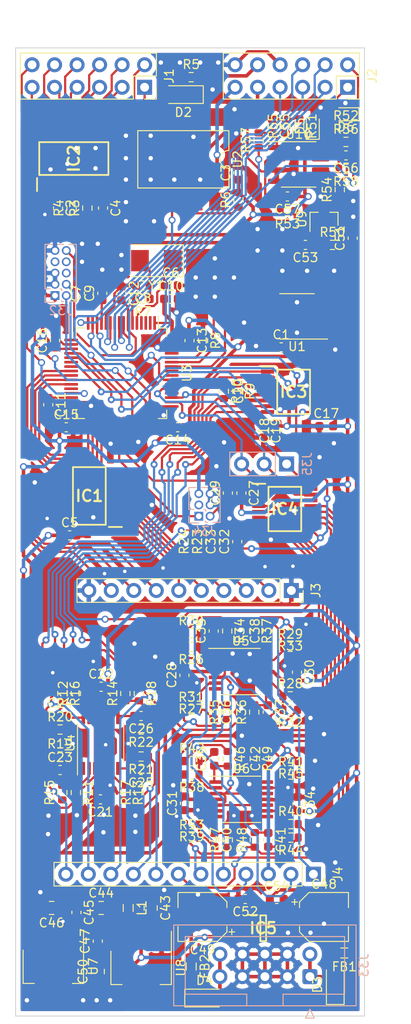
<source format=kicad_pcb>
(kicad_pcb (version 20171130) (host pcbnew 5.1.10)
  (layers (0 F.Cu signal) (31 B.Cu signal) (34 B.Paste user hide) (35 F.Paste user) (36 B.SilkS user) (37 F.SilkS user hide) (38 B.Mask user) (39 F.Mask user) (44 Edge.Cuts user))
  (net 0 "")
  (net 1 GND)
  (net 2 +3V3)
  (net 3 +5V)
  (net 4 hse_in)
  (net 5 +3.3VA)
  (net 6 "Net-(C11-Pad1)")
  (net 7 jtag_reset)
  (net 8 v_ref_dac4)
  (net 9 +12V)
  (net 10 -12V)
  (net 11 "Net-(C26-Pad2)")
  (net 12 "Net-(C26-Pad1)")
  (net 13 "Net-(C36-Pad2)")
  (net 14 "Net-(C36-Pad1)")
  (net 15 "Net-(C37-Pad2)")
  (net 16 "Net-(C37-Pad1)")
  (net 17 "Net-(C38-Pad2)")
  (net 18 "Net-(C38-Pad1)")
  (net 19 "Net-(C39-Pad2)")
  (net 20 "Net-(C39-Pad1)")
  (net 21 "Net-(C40-Pad2)")
  (net 22 "Net-(C40-Pad1)")
  (net 23 "Net-(C41-Pad2)")
  (net 24 "Net-(C41-Pad1)")
  (net 25 "Net-(C42-Pad2)")
  (net 26 "Net-(C42-Pad1)")
  (net 27 VCC)
  (net 28 VEE)
  (net 29 ref_-10v)
  (net 30 cv_in_a)
  (net 31 cv_in_b)
  (net 32 led_out_d_b_back)
  (net 33 led_out_d_g_back)
  (net 34 led_out_d_r_back)
  (net 35 led_out_c_b_back)
  (net 36 led_out_c_g_back)
  (net 37 led_out_c_r_back)
  (net 38 led_out_b_b_back)
  (net 39 led_out_b_g_back)
  (net 40 led_out_b_r_back)
  (net 41 led_out_a_b_back)
  (net 42 led_out_a_g_back)
  (net 43 led_out_a_r_back)
  (net 44 "Net-(IC2-Pad11)")
  (net 45 "Net-(IC2-Pad9)")
  (net 46 "Net-(IC2-Pad8)")
  (net 47 i2c2_scl)
  (net 48 i2c2_sda)
  (net 49 spi1_mosi)
  (net 50 spi1_sck)
  (net 51 spi1_nss)
  (net 52 v_out_dac4_d)
  (net 53 v_out_dac4_c)
  (net 54 v_out_dac4_b)
  (net 55 v_out_dac4_a)
  (net 56 i2c3_scl)
  (net 57 i2c3_sda)
  (net 58 v_out_dac8_b)
  (net 59 v_out_dac8_d)
  (net 60 v_out_dac8_f)
  (net 61 v_out_dac8_h)
  (net 62 v_out_dac8_g)
  (net 63 v_out_dac8_e)
  (net 64 v_out_dac8_c)
  (net 65 v_out_dac8_a)
  (net 66 "Net-(IC5-Pad4)")
  (net 67 button_d_back)
  (net 68 button_c_back)
  (net 69 button_b_back)
  (net 70 button_a_back)
  (net 71 jack_detect_back)
  (net 72 dac8_out_h_back)
  (net 73 dac8_out_g_back)
  (net 74 dac8_out_f_back)
  (net 75 dac8_out_e_back)
  (net 76 dac8_out_d_back)
  (net 77 dac8_out_c_back)
  (net 78 dac8_out_b_back)
  (net 79 dac8_out_a_back)
  (net 80 dac4_out_d_back)
  (net 81 dac4_out_c_back)
  (net 82 dac4_out_b_back)
  (net 83 dac4_out_a_back)
  (net 84 jtag_swclk)
  (net 85 jtag_swdio)
  (net 86 hse_out)
  (net 87 ref_dac4)
  (net 88 ref_dac8)
  (net 89 i2c1_scl)
  (net 90 i2c1_sda)
  (net 91 midi_in-_back)
  (net 92 midi_in+_back)
  (net 93 midi_in)
  (net 94 "Net-(C4-Pad1)")
  (net 95 "Net-(C8-Pad1)")
  (net 96 "Net-(C23-Pad2)")
  (net 97 "Net-(C23-Pad1)")
  (net 98 "Net-(C24-Pad2)")
  (net 99 "Net-(C24-Pad1)")
  (net 100 "Net-(C25-Pad2)")
  (net 101 "Net-(C25-Pad1)")
  (net 102 "Net-(C35-Pad2)")
  (net 103 "Net-(C35-Pad1)")
  (net 104 "Net-(C44-Pad2)")
  (net 105 "Net-(C55-Pad2)")
  (net 106 "Net-(C55-Pad1)")
  (net 107 "Net-(C56-Pad2)")
  (net 108 "Net-(C56-Pad1)")
  (net 109 "Net-(D2-Pad1)")
  (net 110 "Net-(D3-Pad2)")
  (net 111 "Net-(D4-Pad1)")
  (net 112 "Net-(R8-Pad2)")
  (net 113 "Net-(U2-Pad7)")
  (net 114 "Net-(U2-Pad1)")
  (net 115 "Net-(U3-Pad62)")
  (net 116 "Net-(U3-Pad61)")
  (net 117 "Net-(U3-Pad57)")
  (net 118 "Net-(U3-Pad56)")
  (net 119 "Net-(U3-Pad54)")
  (net 120 "Net-(U3-Pad45)")
  (net 121 "Net-(U3-Pad44)")
  (net 122 "Net-(U3-Pad42)")
  (net 123 "Net-(U3-Pad39)")
  (net 124 "Net-(U3-Pad38)")
  (net 125 "Net-(U3-Pad37)")
  (net 126 "Net-(U3-Pad28)")
  (net 127 "Net-(U3-Pad22)")
  (net 128 "Net-(U3-Pad17)")
  (net 129 "Net-(U3-Pad4)")
  (net 130 "Net-(U3-Pad3)")
  (net 131 cv_in_a_back)
  (net 132 cv_in_b_back)
  (net 133 gate_out_a_back)
  (net 134 var_out_l)
  (net 135 gate_out_b_back)
  (net 136 1_16_out_l)
  (net 137 gate_out_c_back)
  (net 138 run_out_l)
  (net 139 gate_out_d_back)
  (net 140 clock_out_l)
  (net 141 clock_out_back)
  (net 142 gate_out_d_l)
  (net 143 run_out_back)
  (net 144 gate_out_c_l)
  (net 145 1_16_out_back)
  (net 146 gate_out_b_l)
  (net 147 var_out_back)
  (net 148 gate_out_a_l)
  (net 149 "Net-(U3-Pad52)")
  (net 150 "Net-(U3-Pad2)")
  (net 151 "Net-(J32-Pad8)")
  (net 152 "Net-(J32-Pad7)")
  (net 153 "Net-(J32-Pad6)")
  (net 154 spi3_sck)
  (net 155 spi3_mosi)
  (net 156 spi3_nss)
  (net 157 "Net-(J34-Pad3)")
  (module AD5328BRUZ:SOP65P640X120-16N (layer F.Cu) (at 106.5784 77.4192)
    (fp_text reference IC4 (at 0 0) (layer F.SilkS) (effects (font (size 1.27 1.27) (thickness 0.254))))
    (fp_text value AD5328BRUZ hide)
    (pad 16 smd rect (at 2.938 -2.275 90) (size 0.45 1.475) (layers F.Cu F.Paste F.Mask) (net 154 spi3_sck))
    (pad 15 smd rect (at 2.938 -1.625 90) (size 0.45 1.475) (layers F.Cu F.Paste F.Mask) (net 155 spi3_mosi))
    (pad 14 smd rect (at 2.938 -0.975 90) (size 0.45 1.475) (layers F.Cu F.Paste F.Mask) (net 1 GND))
    (pad 13 smd rect (at 2.938 -0.325 90) (size 0.45 1.475) (layers F.Cu F.Paste F.Mask) (net 61 v_out_dac8_h))
    (pad 12 smd rect (at 2.938 0.325 90) (size 0.45 1.475) (layers F.Cu F.Paste F.Mask) (net 62 v_out_dac8_g))
    (pad 11 smd rect (at 2.938 0.975 90) (size 0.45 1.475) (layers F.Cu F.Paste F.Mask) (net 60 v_out_dac8_f))
    (pad 10 smd rect (at 2.938 1.625 90) (size 0.45 1.475) (layers F.Cu F.Paste F.Mask) (net 63 v_out_dac8_e))
    (pad 9 smd rect (at 2.938 2.275 90) (size 0.45 1.475) (layers F.Cu F.Paste F.Mask) (net 8 v_ref_dac4))
    (pad 8 smd rect (at -2.938 2.275 90) (size 0.45 1.475) (layers F.Cu F.Paste F.Mask) (net 8 v_ref_dac4))
    (pad 7 smd rect (at -2.938 1.625 90) (size 0.45 1.475) (layers F.Cu F.Paste F.Mask) (net 59 v_out_dac8_d))
    (pad 6 smd rect (at -2.938 0.975 90) (size 0.45 1.475) (layers F.Cu F.Paste F.Mask) (net 64 v_out_dac8_c))
    (pad 5 smd rect (at -2.938 0.325 90) (size 0.45 1.475) (layers F.Cu F.Paste F.Mask) (net 58 v_out_dac8_b))
    (pad 4 smd rect (at -2.938 -0.325 90) (size 0.45 1.475) (layers F.Cu F.Paste F.Mask) (net 65 v_out_dac8_a))
    (pad 3 smd rect (at -2.938 -0.975 90) (size 0.45 1.475) (layers F.Cu F.Paste F.Mask) (net 5 +3.3VA))
    (pad 2 smd rect (at -2.938 -1.625 90) (size 0.45 1.475) (layers F.Cu F.Paste F.Mask) (net 156 spi3_nss))
    (pad 1 smd rect (at -2.938 -2.275 90) (size 0.45 1.475) (layers F.Cu F.Paste F.Mask) (net 1 GND))
  )
  (module AD5328BRUZ:SOP65P640X120-16N (layer F.Cu) (at 107.569 64.1985)
    (fp_text reference IC3 (at 0 0) (layer F.SilkS) (effects (font (size 1.27 1.27) (thickness 0.254))))
    (fp_text value DAC8564IAPW hide)
    (pad 16 smd rect (at 2.938 -2.275 90) (size 0.45 1.475) (layers F.Cu F.Paste F.Mask) (net 1 GND))
    (pad 15 smd rect (at 2.938 -1.625 90) (size 0.45 1.475) (layers F.Cu F.Paste F.Mask) (net 1 GND))
    (pad 14 smd rect (at 2.938 -0.975 90) (size 0.45 1.475) (layers F.Cu F.Paste F.Mask) (net 1 GND))
    (pad 13 smd rect (at 2.938 -0.325 90) (size 0.45 1.475) (layers F.Cu F.Paste F.Mask) (net 1 GND))
    (pad 12 smd rect (at 2.938 0.325 90) (size 0.45 1.475) (layers F.Cu F.Paste F.Mask) (net 2 +3V3))
    (pad 11 smd rect (at 2.938 0.975 90) (size 0.45 1.475) (layers F.Cu F.Paste F.Mask) (net 49 spi1_mosi))
    (pad 10 smd rect (at 2.938 1.625 90) (size 0.45 1.475) (layers F.Cu F.Paste F.Mask) (net 50 spi1_sck))
    (pad 9 smd rect (at 2.938 2.275 90) (size 0.45 1.475) (layers F.Cu F.Paste F.Mask) (net 51 spi1_nss))
    (pad 8 smd rect (at -2.938 2.275 90) (size 0.45 1.475) (layers F.Cu F.Paste F.Mask) (net 52 v_out_dac4_d))
    (pad 7 smd rect (at -2.938 1.625 90) (size 0.45 1.475) (layers F.Cu F.Paste F.Mask) (net 53 v_out_dac4_c))
    (pad 6 smd rect (at -2.938 0.975 90) (size 0.45 1.475) (layers F.Cu F.Paste F.Mask) (net 1 GND))
    (pad 5 smd rect (at -2.938 0.325 90) (size 0.45 1.475) (layers F.Cu F.Paste F.Mask) (net 1 GND))
    (pad 4 smd rect (at -2.938 -0.325 90) (size 0.45 1.475) (layers F.Cu F.Paste F.Mask) (net 5 +3.3VA))
    (pad 3 smd rect (at -2.938 -0.975 90) (size 0.45 1.475) (layers F.Cu F.Paste F.Mask) (net 8 v_ref_dac4))
    (pad 2 smd rect (at -2.938 -1.625 90) (size 0.45 1.475) (layers F.Cu F.Paste F.Mask) (net 54 v_out_dac4_b))
    (pad 1 smd rect (at -2.938 -2.275 90) (size 0.45 1.475) (layers F.Cu F.Paste F.Mask) (net 55 v_out_dac4_a))
  )
  (module Connector_PinHeader_2.54mm:PinHeader_1x03_P2.54mm_Vertical (layer B.Cu) (at 106.7816 72.3392 90)
    (fp_text reference J35 (at 0 2.33 270) (layer B.SilkS) (effects (justify mirror)))
    (fp_text value "SPI3 Testpoint")
    (pad 3 thru_hole oval (at 0 -5.08 90) (size 1.7 1.7) (drill 1) (layers *.Cu *.Mask) (net 156 spi3_nss))
    (pad 2 thru_hole oval (at 0 -2.54 90) (size 1.7 1.7) (drill 1) (layers *.Cu *.Mask) (net 155 spi3_mosi))
    (pad 1 thru_hole rect (at 0 0 90) (size 1.7 1.7) (drill 1) (layers *.Cu *.Mask) (net 154 spi3_sck))
  )
  (module Connector_PinHeader_1.27mm:PinHeader_2x03_P1.27mm_Vertical (layer B.Cu) (at 96.8756 78.232)
    (fp_text reference J34 (at 0.635 1.695) (layer B.SilkS) (effects (justify mirror)))
    (fp_text value Expander)
    (pad 6 thru_hole oval (at 1.27 -2.54) (size 1 1) (drill 0.65) (layers *.Cu *.Mask) (net 1 GND))
    (pad 5 thru_hole oval (at 0 -2.54) (size 1 1) (drill 0.65) (layers *.Cu *.Mask) (net 2 +3V3))
    (pad 4 thru_hole oval (at 1.27 -1.27) (size 1 1) (drill 0.65) (layers *.Cu *.Mask) (net 1 GND))
    (pad 3 thru_hole oval (at 0 -1.27) (size 1 1) (drill 0.65) (layers *.Cu *.Mask) (net 157 "Net-(J34-Pad3)"))
    (pad 2 thru_hole oval (at 1.27 0) (size 1 1) (drill 0.65) (layers *.Cu *.Mask) (net 56 i2c3_scl))
    (pad 1 thru_hole rect (at 0 0) (size 1 1) (drill 0.65) (layers *.Cu *.Mask) (net 57 i2c3_sda))
  )
  (module Capacitor_SMD:CP_Elec_5x5.3 (layer F.Cu) (at 97.282 123.444 180)
    (fp_text reference C49 (at 0 -3.7) (layer F.SilkS))
    (fp_text value 22u)
    (pad 2 smd roundrect (at 2.2 0 180) (size 3 1.6) (layers F.Cu F.Paste F.Mask) (roundrect_rratio 0.15625) (net 27 VCC))
    (pad 1 smd roundrect (at -2.2 0 180) (size 3 1.6) (layers F.Cu F.Paste F.Mask) (roundrect_rratio 0.15625) (net 1 GND))
  )
  (module Capacitor_SMD:CP_Elec_5x5.3 (layer F.Cu) (at 110.998 123.444)
    (fp_text reference C48 (at 0 -3.7) (layer F.SilkS))
    (fp_text value 22u)
    (pad 2 smd roundrect (at 2.2 0) (size 3 1.6) (layers F.Cu F.Paste F.Mask) (roundrect_rratio 0.15625) (net 28 VEE))
    (pad 1 smd roundrect (at -2.2 0) (size 3 1.6) (layers F.Cu F.Paste F.Mask) (roundrect_rratio 0.15625) (net 1 GND))
  )
  (module Connector_PinSocket_2.54mm:PinSocket_1x12_P2.54mm_Vertical (layer F.Cu) (at 109.8042 118.618 270)
    (fp_text reference J4 (at 0 -2.77 90) (layer F.SilkS))
    (fp_text value Conn_01x12)
    (pad 1 thru_hole rect (at 0 0 270) (size 1.7 1.7) (drill 1) (layers *.Cu *.Mask) (net 77 dac8_out_c_back))
    (pad 2 thru_hole oval (at 0 2.54 270) (size 1.7 1.7) (drill 1) (layers *.Cu *.Mask) (net 75 dac8_out_e_back))
    (pad 3 thru_hole oval (at 0 5.08 270) (size 1.7 1.7) (drill 1) (layers *.Cu *.Mask) (net 74 dac8_out_f_back))
    (pad 4 thru_hole oval (at 0 7.62 270) (size 1.7 1.7) (drill 1) (layers *.Cu *.Mask) (net 76 dac8_out_d_back))
    (pad 5 thru_hole oval (at 0 10.16 270) (size 1.7 1.7) (drill 1) (layers *.Cu *.Mask) (net 78 dac8_out_b_back))
    (pad 6 thru_hole oval (at 0 12.7 270) (size 1.7 1.7) (drill 1) (layers *.Cu *.Mask) (net 72 dac8_out_h_back))
    (pad 7 thru_hole oval (at 0 15.24 270) (size 1.7 1.7) (drill 1) (layers *.Cu *.Mask) (net 73 dac8_out_g_back))
    (pad 8 thru_hole oval (at 0 17.78 270) (size 1.7 1.7) (drill 1) (layers *.Cu *.Mask) (net 79 dac8_out_a_back))
    (pad 9 thru_hole oval (at 0 20.32 270) (size 1.7 1.7) (drill 1) (layers *.Cu *.Mask) (net 80 dac4_out_d_back))
    (pad 10 thru_hole oval (at 0 22.86 270) (size 1.7 1.7) (drill 1) (layers *.Cu *.Mask) (net 81 dac4_out_c_back))
    (pad 11 thru_hole oval (at 0 25.4 270) (size 1.7 1.7) (drill 1) (layers *.Cu *.Mask) (net 82 dac4_out_b_back))
    (pad 12 thru_hole oval (at 0 27.94 270) (size 1.7 1.7) (drill 1) (layers *.Cu *.Mask) (net 83 dac4_out_a_back))
  )
  (module Connector_PinSocket_2.54mm:PinSocket_1x10_P2.54mm_Vertical (layer F.Cu) (at 107.315 86.614 270)
    (fp_text reference J3 (at 0 -2.77 90) (layer F.SilkS))
    (fp_text value Conn_01x10)
    (pad 1 thru_hole rect (at 0 0 270) (size 1.7 1.7) (drill 1) (layers *.Cu *.Mask) (net 1 GND))
    (pad 2 thru_hole oval (at 0 2.54 270) (size 1.7 1.7) (drill 1) (layers *.Cu *.Mask) (net 141 clock_out_back))
    (pad 3 thru_hole oval (at 0 5.08 270) (size 1.7 1.7) (drill 1) (layers *.Cu *.Mask) (net 143 run_out_back))
    (pad 4 thru_hole oval (at 0 7.62 270) (size 1.7 1.7) (drill 1) (layers *.Cu *.Mask) (net 145 1_16_out_back))
    (pad 5 thru_hole oval (at 0 10.16 270) (size 1.7 1.7) (drill 1) (layers *.Cu *.Mask) (net 147 var_out_back))
    (pad 6 thru_hole oval (at 0 12.7 270) (size 1.7 1.7) (drill 1) (layers *.Cu *.Mask) (net 133 gate_out_a_back))
    (pad 7 thru_hole oval (at 0 15.24 270) (size 1.7 1.7) (drill 1) (layers *.Cu *.Mask) (net 135 gate_out_b_back))
    (pad 8 thru_hole oval (at 0 17.78 270) (size 1.7 1.7) (drill 1) (layers *.Cu *.Mask) (net 137 gate_out_c_back))
    (pad 9 thru_hole oval (at 0 20.32 270) (size 1.7 1.7) (drill 1) (layers *.Cu *.Mask) (net 139 gate_out_d_back))
    (pad 10 thru_hole oval (at 0 22.86 270) (size 1.7 1.7) (drill 1) (layers *.Cu *.Mask) (net 1 GND))
  )
  (module Connector_PinSocket_2.54mm:PinSocket_2x06_P2.54mm_Vertical (layer F.Cu) (at 113.665 29.845 270)
    (fp_text reference J2 (at -1.27 -2.77 90) (layer F.SilkS))
    (fp_text value Conn_02x06_Odd_Even)
    (pad 12 thru_hole oval (at -2.54 12.7 270) (size 1.7 1.7) (drill 1) (layers *.Cu *.Mask) (net 1 GND))
    (pad 11 thru_hole oval (at 0 12.7 270) (size 1.7 1.7) (drill 1) (layers *.Cu *.Mask) (net 2 +3V3))
    (pad 10 thru_hole oval (at -2.54 10.16 270) (size 1.7 1.7) (drill 1) (layers *.Cu *.Mask) (net 92 midi_in+_back))
    (pad 9 thru_hole oval (at 0 10.16 270) (size 1.7 1.7) (drill 1) (layers *.Cu *.Mask) (net 91 midi_in-_back))
    (pad 8 thru_hole oval (at -2.54 7.62 270) (size 1.7 1.7) (drill 1) (layers *.Cu *.Mask) (net 1 GND))
    (pad 7 thru_hole oval (at 0 7.62 270) (size 1.7 1.7) (drill 1) (layers *.Cu *.Mask) (net 71 jack_detect_back))
    (pad 6 thru_hole oval (at -2.54 5.08 270) (size 1.7 1.7) (drill 1) (layers *.Cu *.Mask) (net 67 button_d_back))
    (pad 5 thru_hole oval (at 0 5.08 270) (size 1.7 1.7) (drill 1) (layers *.Cu *.Mask) (net 68 button_c_back))
    (pad 4 thru_hole oval (at -2.54 2.54 270) (size 1.7 1.7) (drill 1) (layers *.Cu *.Mask) (net 69 button_b_back))
    (pad 3 thru_hole oval (at 0 2.54 270) (size 1.7 1.7) (drill 1) (layers *.Cu *.Mask) (net 70 button_a_back))
    (pad 2 thru_hole oval (at -2.54 0 270) (size 1.7 1.7) (drill 1) (layers *.Cu *.Mask) (net 132 cv_in_b_back))
    (pad 1 thru_hole rect (at 0 0 270) (size 1.7 1.7) (drill 1) (layers *.Cu *.Mask) (net 131 cv_in_a_back))
  )
  (module Connector_PinSocket_2.54mm:PinSocket_2x06_P2.54mm_Vertical (layer F.Cu) (at 90.7542 29.845 270)
    (fp_text reference J1 (at -1.27 -2.77 90) (layer F.SilkS))
    (fp_text value Conn_02x06_Odd_Even)
    (pad 12 thru_hole oval (at -2.54 12.7 270) (size 1.7 1.7) (drill 1) (layers *.Cu *.Mask) (net 32 led_out_d_b_back))
    (pad 11 thru_hole oval (at 0 12.7 270) (size 1.7 1.7) (drill 1) (layers *.Cu *.Mask) (net 33 led_out_d_g_back))
    (pad 10 thru_hole oval (at -2.54 10.16 270) (size 1.7 1.7) (drill 1) (layers *.Cu *.Mask) (net 34 led_out_d_r_back))
    (pad 9 thru_hole oval (at 0 10.16 270) (size 1.7 1.7) (drill 1) (layers *.Cu *.Mask) (net 35 led_out_c_b_back))
    (pad 8 thru_hole oval (at -2.54 7.62 270) (size 1.7 1.7) (drill 1) (layers *.Cu *.Mask) (net 36 led_out_c_g_back))
    (pad 7 thru_hole oval (at 0 7.62 270) (size 1.7 1.7) (drill 1) (layers *.Cu *.Mask) (net 37 led_out_c_r_back))
    (pad 6 thru_hole oval (at -2.54 5.08 270) (size 1.7 1.7) (drill 1) (layers *.Cu *.Mask) (net 38 led_out_b_b_back))
    (pad 5 thru_hole oval (at 0 5.08 270) (size 1.7 1.7) (drill 1) (layers *.Cu *.Mask) (net 39 led_out_b_g_back))
    (pad 4 thru_hole oval (at -2.54 2.54 270) (size 1.7 1.7) (drill 1) (layers *.Cu *.Mask) (net 40 led_out_b_r_back))
    (pad 3 thru_hole oval (at 0 2.54 270) (size 1.7 1.7) (drill 1) (layers *.Cu *.Mask) (net 41 led_out_a_b_back))
    (pad 2 thru_hole oval (at -2.54 0 270) (size 1.7 1.7) (drill 1) (layers *.Cu *.Mask) (net 42 led_out_a_g_back))
    (pad 1 thru_hole rect (at 0 0 270) (size 1.7 1.7) (drill 1) (layers *.Cu *.Mask) (net 43 led_out_a_r_back))
  )
  (module Resistor_SMD:R_0603_1608Metric_Pad0.98x0.95mm_HandSolder (layer F.Cu) (at 84.2899 43.4721 90)
    (fp_text reference R3 (at 0 -1.43 90) (layer F.SilkS))
    (fp_text value 27k)
    (pad 2 smd roundrect (at 0.9125 0 90) (size 0.975 0.95) (layers F.Cu F.Paste F.Mask) (net 45 "Net-(IC2-Pad9)"))
    (pad 1 smd roundrect (at -0.9125 0 90) (size 0.975 0.95) (layers F.Cu F.Paste F.Mask) (net 1 GND))
  )
  (module Diode_SMD:D_SOD-123 (layer F.Cu) (at 95.123 30.6705 180)
    (fp_text reference D2 (at 0 -2) (layer F.SilkS))
    (fp_text value 1N4148)
    (pad 1 smd rect (at -1.65 0 180) (size 0.9 1.2) (layers F.Cu F.Paste F.Mask) (net 109 "Net-(D2-Pad1)"))
    (pad 2 smd rect (at 1.65 0 180) (size 0.9 1.2) (layers F.Cu F.Paste F.Mask) (net 91 midi_in-_back))
  )
  (module Crystal:Crystal_SMD_5032-2Pin_5.0x3.2mm (layer F.Cu) (at 92.075 49.403 180)
    (fp_text reference Y1 (at 0 -2.8) (layer F.SilkS))
    (fp_text value X50328MSB2GI)
    (pad 2 smd rect (at 1.85 0 180) (size 2 2.4) (layers F.Cu F.Paste F.Mask) (net 95 "Net-(C8-Pad1)"))
    (pad 1 smd rect (at -1.85 0 180) (size 2 2.4) (layers F.Cu F.Paste F.Mask) (net 4 hse_in))
  )
  (module Package_TO_SOT_SMD:SOT-23 (layer F.Cu) (at 110.998 44.704 90)
    (fp_text reference U9 (at 0 -2.5 90) (layer F.SilkS))
    (fp_text value LM4040DBZ-10)
    (pad 3 smd rect (at 1 0 90) (size 0.9 0.8) (layers F.Cu F.Paste F.Mask))
    (pad 2 smd rect (at -1 0.95 90) (size 0.9 0.8) (layers F.Cu F.Paste F.Mask) (net 29 ref_-10v))
    (pad 1 smd rect (at -1 -0.95 90) (size 0.9 0.8) (layers F.Cu F.Paste F.Mask) (net 1 GND))
  )
  (module Package_TO_SOT_SMD:SOT-223 (layer F.Cu) (at 90.3605 129.159 270)
    (fp_text reference U8 (at 0 -4.5 90) (layer F.SilkS))
    (fp_text value LM1117-5.0)
    (pad 1 smd rect (at -3.15 -2.3 270) (size 2 1.5) (layers F.Cu F.Paste F.Mask) (net 1 GND))
    (pad 3 smd rect (at -3.15 2.3 270) (size 2 1.5) (layers F.Cu F.Paste F.Mask) (net 104 "Net-(C44-Pad2)"))
    (pad 2 smd rect (at -3.15 0 270) (size 2 1.5) (layers F.Cu F.Paste F.Mask) (net 3 +5V))
    (pad 4 smd rect (at 3.15 0 270) (size 2 3.8) (layers F.Cu F.Paste F.Mask))
  )
  (module Package_TO_SOT_SMD:SOT-223 (layer F.Cu) (at 80.4545 129.032 270)
    (fp_text reference U7 (at 0 -4.5 90) (layer F.SilkS))
    (fp_text value LM1117-3.3)
    (pad 1 smd rect (at -3.15 -2.3 270) (size 2 1.5) (layers F.Cu F.Paste F.Mask) (net 1 GND))
    (pad 3 smd rect (at -3.15 2.3 270) (size 2 1.5) (layers F.Cu F.Paste F.Mask) (net 3 +5V))
    (pad 2 smd rect (at -3.15 0 270) (size 2 1.5) (layers F.Cu F.Paste F.Mask) (net 2 +3V3))
    (pad 4 smd rect (at 3.15 0 270) (size 2 3.8) (layers F.Cu F.Paste F.Mask))
  )
  (module Package_SO:TSSOP-14_4.4x5mm_P0.65mm (layer F.Cu) (at 101.6635 110.1725)
    (fp_text reference U6 (at 0 -3.45) (layer F.SilkS))
    (fp_text value TL074)
    (pad 14 smd roundrect (at 2.8625 -1.95) (size 1.475 0.4) (layers F.Cu F.Paste F.Mask) (net 26 "Net-(C42-Pad1)"))
    (pad 13 smd roundrect (at 2.8625 -1.3) (size 1.475 0.4) (layers F.Cu F.Paste F.Mask) (net 25 "Net-(C42-Pad2)"))
    (pad 12 smd roundrect (at 2.8625 -0.65) (size 1.475 0.4) (layers F.Cu F.Paste F.Mask) (net 88 ref_dac8))
    (pad 11 smd roundrect (at 2.8625 0) (size 1.475 0.4) (layers F.Cu F.Paste F.Mask) (net 28 VEE))
    (pad 10 smd roundrect (at 2.8625 0.65) (size 1.475 0.4) (layers F.Cu F.Paste F.Mask) (net 88 ref_dac8))
    (pad 9 smd roundrect (at 2.8625 1.3) (size 1.475 0.4) (layers F.Cu F.Paste F.Mask) (net 23 "Net-(C41-Pad2)"))
    (pad 8 smd roundrect (at 2.8625 1.95) (size 1.475 0.4) (layers F.Cu F.Paste F.Mask) (net 24 "Net-(C41-Pad1)"))
    (pad 7 smd roundrect (at -2.8625 1.95) (size 1.475 0.4) (layers F.Cu F.Paste F.Mask) (net 22 "Net-(C40-Pad1)"))
    (pad 6 smd roundrect (at -2.8625 1.3) (size 1.475 0.4) (layers F.Cu F.Paste F.Mask) (net 21 "Net-(C40-Pad2)"))
    (pad 5 smd roundrect (at -2.8625 0.65) (size 1.475 0.4) (layers F.Cu F.Paste F.Mask) (net 88 ref_dac8))
    (pad 4 smd roundrect (at -2.8625 0) (size 1.475 0.4) (layers F.Cu F.Paste F.Mask) (net 27 VCC))
    (pad 3 smd roundrect (at -2.8625 -0.65) (size 1.475 0.4) (layers F.Cu F.Paste F.Mask) (net 88 ref_dac8))
    (pad 2 smd roundrect (at -2.8625 -1.3) (size 1.475 0.4) (layers F.Cu F.Paste F.Mask) (net 19 "Net-(C39-Pad2)"))
    (pad 1 smd roundrect (at -2.8625 -1.95) (size 1.475 0.4) (layers F.Cu F.Paste F.Mask) (net 20 "Net-(C39-Pad1)"))
  )
  (module Package_SO:TSSOP-14_4.4x5mm_P0.65mm (layer F.Cu) (at 101.6 95.758)
    (fp_text reference U5 (at 0 -3.45) (layer F.SilkS))
    (fp_text value TL074)
    (pad 14 smd roundrect (at 2.8625 -1.95) (size 1.475 0.4) (layers F.Cu F.Paste F.Mask) (net 18 "Net-(C38-Pad1)"))
    (pad 13 smd roundrect (at 2.8625 -1.3) (size 1.475 0.4) (layers F.Cu F.Paste F.Mask) (net 17 "Net-(C38-Pad2)"))
    (pad 12 smd roundrect (at 2.8625 -0.65) (size 1.475 0.4) (layers F.Cu F.Paste F.Mask) (net 88 ref_dac8))
    (pad 11 smd roundrect (at 2.8625 0) (size 1.475 0.4) (layers F.Cu F.Paste F.Mask) (net 28 VEE))
    (pad 10 smd roundrect (at 2.8625 0.65) (size 1.475 0.4) (layers F.Cu F.Paste F.Mask) (net 88 ref_dac8))
    (pad 9 smd roundrect (at 2.8625 1.3) (size 1.475 0.4) (layers F.Cu F.Paste F.Mask) (net 15 "Net-(C37-Pad2)"))
    (pad 8 smd roundrect (at 2.8625 1.95) (size 1.475 0.4) (layers F.Cu F.Paste F.Mask) (net 16 "Net-(C37-Pad1)"))
    (pad 7 smd roundrect (at -2.8625 1.95) (size 1.475 0.4) (layers F.Cu F.Paste F.Mask) (net 14 "Net-(C36-Pad1)"))
    (pad 6 smd roundrect (at -2.8625 1.3) (size 1.475 0.4) (layers F.Cu F.Paste F.Mask) (net 13 "Net-(C36-Pad2)"))
    (pad 5 smd roundrect (at -2.8625 0.65) (size 1.475 0.4) (layers F.Cu F.Paste F.Mask) (net 88 ref_dac8))
    (pad 4 smd roundrect (at -2.8625 0) (size 1.475 0.4) (layers F.Cu F.Paste F.Mask) (net 27 VCC))
    (pad 3 smd roundrect (at -2.8625 -0.65) (size 1.475 0.4) (layers F.Cu F.Paste F.Mask) (net 88 ref_dac8))
    (pad 2 smd roundrect (at -2.8625 -1.3) (size 1.475 0.4) (layers F.Cu F.Paste F.Mask) (net 102 "Net-(C35-Pad2)"))
    (pad 1 smd roundrect (at -2.8625 -1.95) (size 1.475 0.4) (layers F.Cu F.Paste F.Mask) (net 103 "Net-(C35-Pad1)"))
  )
  (module Package_SO:TSSOP-14_4.4x5mm_P0.65mm (layer F.Cu) (at 85.7885 103.8225 90)
    (fp_text reference U4 (at 0 -3.45 90) (layer F.SilkS))
    (fp_text value OPA4172)
    (pad 14 smd roundrect (at 2.8625 -1.95 90) (size 1.475 0.4) (layers F.Cu F.Paste F.Mask) (net 98 "Net-(C24-Pad2)"))
    (pad 13 smd roundrect (at 2.8625 -1.3 90) (size 1.475 0.4) (layers F.Cu F.Paste F.Mask) (net 99 "Net-(C24-Pad1)"))
    (pad 12 smd roundrect (at 2.8625 -0.65 90) (size 1.475 0.4) (layers F.Cu F.Paste F.Mask) (net 87 ref_dac4))
    (pad 11 smd roundrect (at 2.8625 0 90) (size 1.475 0.4) (layers F.Cu F.Paste F.Mask) (net 28 VEE))
    (pad 10 smd roundrect (at 2.8625 0.65 90) (size 1.475 0.4) (layers F.Cu F.Paste F.Mask) (net 87 ref_dac4))
    (pad 9 smd roundrect (at 2.8625 1.3 90) (size 1.475 0.4) (layers F.Cu F.Paste F.Mask) (net 12 "Net-(C26-Pad1)"))
    (pad 8 smd roundrect (at 2.8625 1.95 90) (size 1.475 0.4) (layers F.Cu F.Paste F.Mask) (net 11 "Net-(C26-Pad2)"))
    (pad 7 smd roundrect (at -2.8625 1.95 90) (size 1.475 0.4) (layers F.Cu F.Paste F.Mask) (net 100 "Net-(C25-Pad2)"))
    (pad 6 smd roundrect (at -2.8625 1.3 90) (size 1.475 0.4) (layers F.Cu F.Paste F.Mask) (net 101 "Net-(C25-Pad1)"))
    (pad 5 smd roundrect (at -2.8625 0.65 90) (size 1.475 0.4) (layers F.Cu F.Paste F.Mask) (net 87 ref_dac4))
    (pad 4 smd roundrect (at -2.8625 0 90) (size 1.475 0.4) (layers F.Cu F.Paste F.Mask) (net 27 VCC))
    (pad 3 smd roundrect (at -2.8625 -0.65 90) (size 1.475 0.4) (layers F.Cu F.Paste F.Mask) (net 87 ref_dac4))
    (pad 2 smd roundrect (at -2.8625 -1.3 90) (size 1.475 0.4) (layers F.Cu F.Paste F.Mask) (net 97 "Net-(C23-Pad1)"))
    (pad 1 smd roundrect (at -2.8625 -1.95 90) (size 1.475 0.4) (layers F.Cu F.Paste F.Mask) (net 96 "Net-(C23-Pad2)"))
  )
  (module Package_QFP:LQFP-64_10x10mm_P0.5mm (layer F.Cu) (at 88.138 62.103 270)
    (fp_text reference U3 (at 0 -7.4 90) (layer F.SilkS))
    (fp_text value STM32F401RBTx)
    (pad 64 smd roundrect (at -3.75 -5.675 270) (size 0.3 1.55) (layers F.Cu F.Paste F.Mask) (net 2 +3V3))
    (pad 63 smd roundrect (at -3.25 -5.675 270) (size 0.3 1.55) (layers F.Cu F.Paste F.Mask) (net 1 GND))
    (pad 62 smd roundrect (at -2.75 -5.675 270) (size 0.3 1.55) (layers F.Cu F.Paste F.Mask) (net 115 "Net-(U3-Pad62)"))
    (pad 61 smd roundrect (at -2.25 -5.675 270) (size 0.3 1.55) (layers F.Cu F.Paste F.Mask) (net 116 "Net-(U3-Pad61)"))
    (pad 60 smd roundrect (at -1.75 -5.675 270) (size 0.3 1.55) (layers F.Cu F.Paste F.Mask) (net 112 "Net-(R8-Pad2)"))
    (pad 59 smd roundrect (at -1.25 -5.675 270) (size 0.3 1.55) (layers F.Cu F.Paste F.Mask) (net 90 i2c1_sda))
    (pad 58 smd roundrect (at -0.75 -5.675 270) (size 0.3 1.55) (layers F.Cu F.Paste F.Mask) (net 89 i2c1_scl))
    (pad 57 smd roundrect (at -0.25 -5.675 270) (size 0.3 1.55) (layers F.Cu F.Paste F.Mask) (net 117 "Net-(U3-Pad57)"))
    (pad 56 smd roundrect (at 0.25 -5.675 270) (size 0.3 1.55) (layers F.Cu F.Paste F.Mask) (net 118 "Net-(U3-Pad56)"))
    (pad 55 smd roundrect (at 0.75 -5.675 270) (size 0.3 1.55) (layers F.Cu F.Paste F.Mask) (net 48 i2c2_sda))
    (pad 54 smd roundrect (at 1.25 -5.675 270) (size 0.3 1.55) (layers F.Cu F.Paste F.Mask) (net 119 "Net-(U3-Pad54)"))
    (pad 53 smd roundrect (at 1.75 -5.675 270) (size 0.3 1.55) (layers F.Cu F.Paste F.Mask) (net 155 spi3_mosi))
    (pad 52 smd roundrect (at 2.25 -5.675 270) (size 0.3 1.55) (layers F.Cu F.Paste F.Mask) (net 149 "Net-(U3-Pad52)"))
    (pad 51 smd roundrect (at 2.75 -5.675 270) (size 0.3 1.55) (layers F.Cu F.Paste F.Mask) (net 154 spi3_sck))
    (pad 50 smd roundrect (at 3.25 -5.675 270) (size 0.3 1.55) (layers F.Cu F.Paste F.Mask) (net 156 spi3_nss))
    (pad 49 smd roundrect (at 3.75 -5.675 270) (size 0.3 1.55) (layers F.Cu F.Paste F.Mask) (net 84 jtag_swclk))
    (pad 48 smd roundrect (at 5.675 -3.75 270) (size 1.55 0.3) (layers F.Cu F.Paste F.Mask) (net 2 +3V3))
    (pad 47 smd roundrect (at 5.675 -3.25 270) (size 1.55 0.3) (layers F.Cu F.Paste F.Mask) (net 1 GND))
    (pad 46 smd roundrect (at 5.675 -2.75 270) (size 1.55 0.3) (layers F.Cu F.Paste F.Mask) (net 85 jtag_swdio))
    (pad 45 smd roundrect (at 5.675 -2.25 270) (size 1.55 0.3) (layers F.Cu F.Paste F.Mask) (net 120 "Net-(U3-Pad45)"))
    (pad 44 smd roundrect (at 5.675 -1.75 270) (size 1.55 0.3) (layers F.Cu F.Paste F.Mask) (net 121 "Net-(U3-Pad44)"))
    (pad 43 smd roundrect (at 5.675 -1.25 270) (size 1.55 0.3) (layers F.Cu F.Paste F.Mask) (net 93 midi_in))
    (pad 42 smd roundrect (at 5.675 -0.75 270) (size 1.55 0.3) (layers F.Cu F.Paste F.Mask) (net 122 "Net-(U3-Pad42)"))
    (pad 41 smd roundrect (at 5.675 -0.25 270) (size 1.55 0.3) (layers F.Cu F.Paste F.Mask) (net 56 i2c3_scl))
    (pad 40 smd roundrect (at 5.675 0.25 270) (size 1.55 0.3) (layers F.Cu F.Paste F.Mask) (net 57 i2c3_sda))
    (pad 39 smd roundrect (at 5.675 0.75 270) (size 1.55 0.3) (layers F.Cu F.Paste F.Mask) (net 123 "Net-(U3-Pad39)"))
    (pad 38 smd roundrect (at 5.675 1.25 270) (size 1.55 0.3) (layers F.Cu F.Paste F.Mask) (net 124 "Net-(U3-Pad38)"))
    (pad 37 smd roundrect (at 5.675 1.75 270) (size 1.55 0.3) (layers F.Cu F.Paste F.Mask) (net 125 "Net-(U3-Pad37)"))
    (pad 36 smd roundrect (at 5.675 2.25 270) (size 1.55 0.3) (layers F.Cu F.Paste F.Mask) (net 142 gate_out_d_l))
    (pad 35 smd roundrect (at 5.675 2.75 270) (size 1.55 0.3) (layers F.Cu F.Paste F.Mask) (net 144 gate_out_c_l))
    (pad 34 smd roundrect (at 5.675 3.25 270) (size 1.55 0.3) (layers F.Cu F.Paste F.Mask) (net 146 gate_out_b_l))
    (pad 33 smd roundrect (at 5.675 3.75 270) (size 1.55 0.3) (layers F.Cu F.Paste F.Mask) (net 148 gate_out_a_l))
    (pad 32 smd roundrect (at 3.75 5.675 270) (size 0.3 1.55) (layers F.Cu F.Paste F.Mask) (net 2 +3V3))
    (pad 31 smd roundrect (at 3.25 5.675 270) (size 0.3 1.55) (layers F.Cu F.Paste F.Mask) (net 1 GND))
    (pad 30 smd roundrect (at 2.75 5.675 270) (size 0.3 1.55) (layers F.Cu F.Paste F.Mask) (net 6 "Net-(C11-Pad1)"))
    (pad 29 smd roundrect (at 2.25 5.675 270) (size 0.3 1.55) (layers F.Cu F.Paste F.Mask) (net 47 i2c2_scl))
    (pad 28 smd roundrect (at 1.75 5.675 270) (size 0.3 1.55) (layers F.Cu F.Paste F.Mask) (net 126 "Net-(U3-Pad28)"))
    (pad 27 smd roundrect (at 1.25 5.675 270) (size 0.3 1.55) (layers F.Cu F.Paste F.Mask) (net 134 var_out_l))
    (pad 26 smd roundrect (at 0.75 5.675 270) (size 0.3 1.55) (layers F.Cu F.Paste F.Mask) (net 136 1_16_out_l))
    (pad 25 smd roundrect (at 0.25 5.675 270) (size 0.3 1.55) (layers F.Cu F.Paste F.Mask) (net 138 run_out_l))
    (pad 24 smd roundrect (at -0.25 5.675 270) (size 0.3 1.55) (layers F.Cu F.Paste F.Mask) (net 140 clock_out_l))
    (pad 23 smd roundrect (at -0.75 5.675 270) (size 0.3 1.55) (layers F.Cu F.Paste F.Mask) (net 49 spi1_mosi))
    (pad 22 smd roundrect (at -1.25 5.675 270) (size 0.3 1.55) (layers F.Cu F.Paste F.Mask) (net 127 "Net-(U3-Pad22)"))
    (pad 21 smd roundrect (at -1.75 5.675 270) (size 0.3 1.55) (layers F.Cu F.Paste F.Mask) (net 50 spi1_sck))
    (pad 20 smd roundrect (at -2.25 5.675 270) (size 0.3 1.55) (layers F.Cu F.Paste F.Mask) (net 51 spi1_nss))
    (pad 19 smd roundrect (at -2.75 5.675 270) (size 0.3 1.55) (layers F.Cu F.Paste F.Mask) (net 2 +3V3))
    (pad 18 smd roundrect (at -3.25 5.675 270) (size 0.3 1.55) (layers F.Cu F.Paste F.Mask) (net 1 GND))
    (pad 17 smd roundrect (at -3.75 5.675 270) (size 0.3 1.55) (layers F.Cu F.Paste F.Mask) (net 128 "Net-(U3-Pad17)"))
    (pad 16 smd roundrect (at -5.675 3.75 270) (size 1.55 0.3) (layers F.Cu F.Paste F.Mask) (net 71 jack_detect_back))
    (pad 15 smd roundrect (at -5.675 3.25 270) (size 1.55 0.3) (layers F.Cu F.Paste F.Mask) (net 31 cv_in_b))
    (pad 14 smd roundrect (at -5.675 2.75 270) (size 1.55 0.3) (layers F.Cu F.Paste F.Mask) (net 30 cv_in_a))
    (pad 13 smd roundrect (at -5.675 2.25 270) (size 1.55 0.3) (layers F.Cu F.Paste F.Mask) (net 5 +3.3VA))
    (pad 12 smd roundrect (at -5.675 1.75 270) (size 1.55 0.3) (layers F.Cu F.Paste F.Mask) (net 1 GND))
    (pad 11 smd roundrect (at -5.675 1.25 270) (size 1.55 0.3) (layers F.Cu F.Paste F.Mask) (net 67 button_d_back))
    (pad 10 smd roundrect (at -5.675 0.75 270) (size 1.55 0.3) (layers F.Cu F.Paste F.Mask) (net 68 button_c_back))
    (pad 9 smd roundrect (at -5.675 0.25 270) (size 1.55 0.3) (layers F.Cu F.Paste F.Mask) (net 69 button_b_back))
    (pad 8 smd roundrect (at -5.675 -0.25 270) (size 1.55 0.3) (layers F.Cu F.Paste F.Mask) (net 70 button_a_back))
    (pad 7 smd roundrect (at -5.675 -0.75 270) (size 1.55 0.3) (layers F.Cu F.Paste F.Mask) (net 7 jtag_reset))
    (pad 6 smd roundrect (at -5.675 -1.25 270) (size 1.55 0.3) (layers F.Cu F.Paste F.Mask) (net 86 hse_out))
    (pad 5 smd roundrect (at -5.675 -1.75 270) (size 1.55 0.3) (layers F.Cu F.Paste F.Mask) (net 4 hse_in))
    (pad 4 smd roundrect (at -5.675 -2.25 270) (size 1.55 0.3) (layers F.Cu F.Paste F.Mask) (net 129 "Net-(U3-Pad4)"))
    (pad 3 smd roundrect (at -5.675 -2.75 270) (size 1.55 0.3) (layers F.Cu F.Paste F.Mask) (net 130 "Net-(U3-Pad3)"))
    (pad 2 smd roundrect (at -5.675 -3.25 270) (size 1.55 0.3) (layers F.Cu F.Paste F.Mask) (net 150 "Net-(U3-Pad2)"))
    (pad 1 smd roundrect (at -5.675 -3.75 270) (size 1.55 0.3) (layers F.Cu F.Paste F.Mask) (net 2 +3V3))
  )
  (module Package_SO:SOIC-8_3.9x4.9mm_P1.27mm (layer F.Cu) (at 107.95 55.6895 180)
    (fp_text reference U1 (at 0 -3.4) (layer F.SilkS))
    (fp_text value AT24C256C)
    (pad 8 smd roundrect (at 2.475 -1.905 180) (size 1.95 0.6) (layers F.Cu F.Paste F.Mask) (net 2 +3V3))
    (pad 7 smd roundrect (at 2.475 -0.635 180) (size 1.95 0.6) (layers F.Cu F.Paste F.Mask) (net 1 GND))
    (pad 6 smd roundrect (at 2.475 0.635 180) (size 1.95 0.6) (layers F.Cu F.Paste F.Mask) (net 89 i2c1_scl))
    (pad 5 smd roundrect (at 2.475 1.905 180) (size 1.95 0.6) (layers F.Cu F.Paste F.Mask) (net 90 i2c1_sda))
    (pad 4 smd roundrect (at -2.475 1.905 180) (size 1.95 0.6) (layers F.Cu F.Paste F.Mask) (net 1 GND))
    (pad 3 smd roundrect (at -2.475 0.635 180) (size 1.95 0.6) (layers F.Cu F.Paste F.Mask) (net 1 GND))
    (pad 2 smd roundrect (at -2.475 -0.635 180) (size 1.95 0.6) (layers F.Cu F.Paste F.Mask) (net 1 GND))
    (pad 1 smd roundrect (at -2.475 -1.905 180) (size 1.95 0.6) (layers F.Cu F.Paste F.Mask) (net 1 GND))
  )
  (module Package_SO:SOIC-8_3.9x4.9mm_P1.27mm (layer F.Cu) (at 108.1405 38.5445)
    (fp_text reference U10 (at 0 -3.4) (layer F.SilkS))
    (fp_text value MCP6002-xMS)
    (pad 8 smd roundrect (at 2.475 -1.905) (size 1.95 0.6) (layers F.Cu F.Paste F.Mask) (net 2 +3V3))
    (pad 7 smd roundrect (at 2.475 -0.635) (size 1.95 0.6) (layers F.Cu F.Paste F.Mask) (net 107 "Net-(C56-Pad2)"))
    (pad 6 smd roundrect (at 2.475 0.635) (size 1.95 0.6) (layers F.Cu F.Paste F.Mask) (net 108 "Net-(C56-Pad1)"))
    (pad 5 smd roundrect (at 2.475 1.905) (size 1.95 0.6) (layers F.Cu F.Paste F.Mask) (net 1 GND))
    (pad 4 smd roundrect (at -2.475 1.905) (size 1.95 0.6) (layers F.Cu F.Paste F.Mask) (net 1 GND))
    (pad 3 smd roundrect (at -2.475 0.635) (size 1.95 0.6) (layers F.Cu F.Paste F.Mask) (net 1 GND))
    (pad 2 smd roundrect (at -2.475 -0.635) (size 1.95 0.6) (layers F.Cu F.Paste F.Mask) (net 106 "Net-(C55-Pad1)"))
    (pad 1 smd roundrect (at -2.475 -1.905) (size 1.95 0.6) (layers F.Cu F.Paste F.Mask) (net 105 "Net-(C55-Pad2)"))
  )
  (module Package_DIP:SMDIP-8_W9.53mm (layer F.Cu) (at 95.123 37.973 270)
    (fp_text reference U2 (at 0 -6.14 90) (layer F.SilkS))
    (fp_text value 6N137)
    (pad 1 smd rect (at -4.765 -3.81 270) (size 2 1.78) (layers F.Cu F.Paste F.Mask) (net 114 "Net-(U2-Pad1)"))
    (pad 5 smd rect (at 4.765 3.81 270) (size 2 1.78) (layers F.Cu F.Paste F.Mask) (net 1 GND))
    (pad 2 smd rect (at -4.765 -1.27 270) (size 2 1.78) (layers F.Cu F.Paste F.Mask) (net 109 "Net-(D2-Pad1)"))
    (pad 6 smd rect (at 4.765 1.27 270) (size 2 1.78) (layers F.Cu F.Paste F.Mask) (net 93 midi_in))
    (pad 3 smd rect (at -4.765 1.27 270) (size 2 1.78) (layers F.Cu F.Paste F.Mask) (net 91 midi_in-_back))
    (pad 7 smd rect (at 4.765 -1.27 270) (size 2 1.78) (layers F.Cu F.Paste F.Mask) (net 113 "Net-(U2-Pad7)"))
    (pad 4 smd rect (at -4.765 3.81 270) (size 2 1.78) (layers F.Cu F.Paste F.Mask))
    (pad 8 smd rect (at 4.765 -3.81 270) (size 2 1.78) (layers F.Cu F.Paste F.Mask) (net 2 +3V3))
  )
  (module Resistor_SMD:R_0603_1608Metric (layer F.Cu) (at 111.9505 47.625)
    (fp_text reference R50 (at 0 -1.43) (layer F.SilkS))
    (fp_text value 1k8)
    (pad 2 smd roundrect (at 0.825 0) (size 0.8 0.95) (layers F.Cu F.Paste F.Mask) (net 28 VEE))
    (pad 1 smd roundrect (at -0.825 0) (size 0.8 0.95) (layers F.Cu F.Paste F.Mask) (net 29 ref_-10v))
  )
  (module Resistor_SMD:R_0603_1608Metric (layer F.Cu) (at 103.1875 105.6005 270)
    (fp_text reference R49 (at 0 -1.43 90) (layer F.SilkS))
    (fp_text value 1k)
    (pad 2 smd roundrect (at 0.825 0 270) (size 0.8 0.95) (layers F.Cu F.Paste F.Mask) (net 26 "Net-(C42-Pad1)"))
    (pad 1 smd roundrect (at -0.825 0 270) (size 0.8 0.95) (layers F.Cu F.Paste F.Mask) (net 74 dac8_out_f_back))
  )
  (module Resistor_SMD:R_0603_1608Metric (layer F.Cu) (at 103.1875 114.7445 90)
    (fp_text reference R48 (at 0 -1.43 90) (layer F.SilkS))
    (fp_text value 1k)
    (pad 2 smd roundrect (at 0.825 0 90) (size 0.8 0.95) (layers F.Cu F.Paste F.Mask) (net 24 "Net-(C41-Pad1)"))
    (pad 1 smd roundrect (at -0.825 0 90) (size 0.8 0.95) (layers F.Cu F.Paste F.Mask) (net 73 dac8_out_g_back))
  )
  (module Resistor_SMD:R_0603_1608Metric (layer F.Cu) (at 100.1395 114.7445 90)
    (fp_text reference R47 (at 0 -1.43 90) (layer F.SilkS))
    (fp_text value 1k)
    (pad 2 smd roundrect (at 0.825 0 90) (size 0.8 0.95) (layers F.Cu F.Paste F.Mask) (net 22 "Net-(C40-Pad1)"))
    (pad 1 smd roundrect (at -0.825 0 90) (size 0.8 0.95) (layers F.Cu F.Paste F.Mask) (net 72 dac8_out_h_back))
  )
  (module Resistor_SMD:R_0603_1608Metric (layer F.Cu) (at 100.1395 105.6005 270)
    (fp_text reference R46 (at 0 -1.43 90) (layer F.SilkS))
    (fp_text value 1k)
    (pad 2 smd roundrect (at 0.825 0 270) (size 0.8 0.95) (layers F.Cu F.Paste F.Mask) (net 20 "Net-(C39-Pad1)"))
    (pad 1 smd roundrect (at -0.825 0 270) (size 0.8 0.95) (layers F.Cu F.Paste F.Mask) (net 75 dac8_out_e_back))
  )
  (module Resistor_SMD:R_0603_1608Metric (layer F.Cu) (at 107.2515 105.8545 180)
    (fp_text reference R45 (at 0 -1.43) (layer F.SilkS))
    (fp_text value 150k)
    (pad 2 smd roundrect (at 0.825 0 180) (size 0.8 0.95) (layers F.Cu F.Paste F.Mask) (net 25 "Net-(C42-Pad2)"))
    (pad 1 smd roundrect (at -0.825 0 180) (size 0.8 0.95) (layers F.Cu F.Paste F.Mask) (net 74 dac8_out_f_back))
  )
  (module Resistor_SMD:R_0603_1608Metric (layer F.Cu) (at 107.2515 114.4905 180)
    (fp_text reference R44 (at 0 -1.43) (layer F.SilkS))
    (fp_text value 150k)
    (pad 2 smd roundrect (at 0.825 0 180) (size 0.8 0.95) (layers F.Cu F.Paste F.Mask) (net 23 "Net-(C41-Pad2)"))
    (pad 1 smd roundrect (at -0.825 0 180) (size 0.8 0.95) (layers F.Cu F.Paste F.Mask) (net 73 dac8_out_g_back))
  )
  (module Resistor_SMD:R_0603_1608Metric (layer F.Cu) (at 96.0755 114.4905)
    (fp_text reference R43 (at 0 -1.43) (layer F.SilkS))
    (fp_text value 150k)
    (pad 2 smd roundrect (at 0.825 0) (size 0.8 0.95) (layers F.Cu F.Paste F.Mask) (net 21 "Net-(C40-Pad2)"))
    (pad 1 smd roundrect (at -0.825 0) (size 0.8 0.95) (layers F.Cu F.Paste F.Mask) (net 72 dac8_out_h_back))
  )
  (module Resistor_SMD:R_0603_1608Metric (layer F.Cu) (at 96.0755 105.8545)
    (fp_text reference R42 (at 0 -1.43) (layer F.SilkS))
    (fp_text value 150k)
    (pad 2 smd roundrect (at 0.825 0) (size 0.8 0.95) (layers F.Cu F.Paste F.Mask) (net 19 "Net-(C39-Pad2)"))
    (pad 1 smd roundrect (at -0.825 0) (size 0.8 0.95) (layers F.Cu F.Paste F.Mask) (net 75 dac8_out_e_back))
  )
  (module Resistor_SMD:R_0603_1608Metric (layer F.Cu) (at 107.2515 107.3785)
    (fp_text reference R41 (at 0 -1.43) (layer F.SilkS))
    (fp_text value 36k)
    (pad 2 smd roundrect (at 0.825 0) (size 0.8 0.95) (layers F.Cu F.Paste F.Mask) (net 60 v_out_dac8_f))
    (pad 1 smd roundrect (at -0.825 0) (size 0.8 0.95) (layers F.Cu F.Paste F.Mask) (net 25 "Net-(C42-Pad2)"))
  )
  (module Resistor_SMD:R_0603_1608Metric (layer F.Cu) (at 107.2515 112.9665)
    (fp_text reference R40 (at 0 -1.43) (layer F.SilkS))
    (fp_text value 36k)
    (pad 2 smd roundrect (at 0.825 0) (size 0.8 0.95) (layers F.Cu F.Paste F.Mask) (net 62 v_out_dac8_g))
    (pad 1 smd roundrect (at -0.825 0) (size 0.8 0.95) (layers F.Cu F.Paste F.Mask) (net 23 "Net-(C41-Pad2)"))
  )
  (module Resistor_SMD:R_0603_1608Metric (layer F.Cu) (at 96.0755 112.9665 180)
    (fp_text reference R39 (at 0 -1.43) (layer F.SilkS))
    (fp_text value 36k)
    (pad 2 smd roundrect (at 0.825 0 180) (size 0.8 0.95) (layers F.Cu F.Paste F.Mask) (net 61 v_out_dac8_h))
    (pad 1 smd roundrect (at -0.825 0 180) (size 0.8 0.95) (layers F.Cu F.Paste F.Mask) (net 21 "Net-(C40-Pad2)"))
  )
  (module Resistor_SMD:R_0603_1608Metric (layer F.Cu) (at 96.0755 107.3785 180)
    (fp_text reference R38 (at 0 -1.43) (layer F.SilkS))
    (fp_text value 36k)
    (pad 2 smd roundrect (at 0.825 0 180) (size 0.8 0.95) (layers F.Cu F.Paste F.Mask) (net 63 v_out_dac8_e))
    (pad 1 smd roundrect (at -0.825 0 180) (size 0.8 0.95) (layers F.Cu F.Paste F.Mask) (net 19 "Net-(C39-Pad2)"))
  )
  (module Resistor_SMD:R_0603_1608Metric (layer F.Cu) (at 103.124 91.186 270)
    (fp_text reference R37 (at 0 -1.43 90) (layer F.SilkS))
    (fp_text value 1k)
    (pad 1 smd roundrect (at -0.825 0 270) (size 0.8 0.95) (layers F.Cu F.Paste F.Mask) (net 77 dac8_out_c_back))
    (pad 2 smd roundrect (at 0.825 0 270) (size 0.8 0.95) (layers F.Cu F.Paste F.Mask) (net 18 "Net-(C38-Pad1)"))
  )
  (module Resistor_SMD:R_0603_1608Metric (layer F.Cu) (at 103.124 100.33 90)
    (fp_text reference R36 (at 0 -1.43 90) (layer F.SilkS))
    (fp_text value 1k)
    (pad 2 smd roundrect (at 0.825 0 90) (size 0.8 0.95) (layers F.Cu F.Paste F.Mask) (net 16 "Net-(C37-Pad1)"))
    (pad 1 smd roundrect (at -0.825 0 90) (size 0.8 0.95) (layers F.Cu F.Paste F.Mask) (net 78 dac8_out_b_back))
  )
  (module Resistor_SMD:R_0603_1608Metric (layer F.Cu) (at 100.076 100.33 90)
    (fp_text reference R35 (at 0 -1.43 90) (layer F.SilkS))
    (fp_text value 1k)
    (pad 2 smd roundrect (at 0.825 0 90) (size 0.8 0.95) (layers F.Cu F.Paste F.Mask) (net 14 "Net-(C36-Pad1)"))
    (pad 1 smd roundrect (at -0.825 0 90) (size 0.8 0.95) (layers F.Cu F.Paste F.Mask) (net 79 dac8_out_a_back))
  )
  (module Resistor_SMD:R_0603_1608Metric (layer F.Cu) (at 100.076 91.186 270)
    (fp_text reference R34 (at 0 -1.43 90) (layer F.SilkS))
    (fp_text value 1k)
    (pad 2 smd roundrect (at 0.825 0 270) (size 0.8 0.95) (layers F.Cu F.Paste F.Mask) (net 103 "Net-(C35-Pad1)"))
    (pad 1 smd roundrect (at -0.825 0 270) (size 0.8 0.95) (layers F.Cu F.Paste F.Mask) (net 76 dac8_out_d_back))
  )
  (module Resistor_SMD:R_0603_1608Metric (layer F.Cu) (at 107.188 91.44 180)
    (fp_text reference R33 (at 0 -1.43) (layer F.SilkS))
    (fp_text value 150k)
    (pad 2 smd roundrect (at 0.825 0 180) (size 0.8 0.95) (layers F.Cu F.Paste F.Mask) (net 17 "Net-(C38-Pad2)"))
    (pad 1 smd roundrect (at -0.825 0 180) (size 0.8 0.95) (layers F.Cu F.Paste F.Mask) (net 77 dac8_out_c_back))
  )
  (module Resistor_SMD:R_0603_1608Metric (layer F.Cu) (at 107.188 100.076 180)
    (fp_text reference R32 (at 0 -1.43) (layer F.SilkS))
    (fp_text value 150k)
    (pad 2 smd roundrect (at 0.825 0 180) (size 0.8 0.95) (layers F.Cu F.Paste F.Mask) (net 15 "Net-(C37-Pad2)"))
    (pad 1 smd roundrect (at -0.825 0 180) (size 0.8 0.95) (layers F.Cu F.Paste F.Mask) (net 78 dac8_out_b_back))
  )
  (module Resistor_SMD:R_0603_1608Metric (layer F.Cu) (at 96.012 100.076)
    (fp_text reference R31 (at 0 -1.43) (layer F.SilkS))
    (fp_text value 150k)
    (pad 2 smd roundrect (at 0.825 0) (size 0.8 0.95) (layers F.Cu F.Paste F.Mask) (net 13 "Net-(C36-Pad2)"))
    (pad 1 smd roundrect (at -0.825 0) (size 0.8 0.95) (layers F.Cu F.Paste F.Mask) (net 79 dac8_out_a_back))
  )
  (module Resistor_SMD:R_0603_1608Metric (layer F.Cu) (at 96.012 91.44)
    (fp_text reference R30 (at 0 -1.43) (layer F.SilkS))
    (fp_text value 150k)
    (pad 1 smd roundrect (at -0.825 0) (size 0.8 0.95) (layers F.Cu F.Paste F.Mask) (net 76 dac8_out_d_back))
    (pad 2 smd roundrect (at 0.825 0) (size 0.8 0.95) (layers F.Cu F.Paste F.Mask) (net 102 "Net-(C35-Pad2)"))
  )
  (module Resistor_SMD:R_0603_1608Metric (layer F.Cu) (at 107.188 92.964)
    (fp_text reference R29 (at 0 -1.43) (layer F.SilkS))
    (fp_text value 36k)
    (pad 2 smd roundrect (at 0.825 0) (size 0.8 0.95) (layers F.Cu F.Paste F.Mask) (net 64 v_out_dac8_c))
    (pad 1 smd roundrect (at -0.825 0) (size 0.8 0.95) (layers F.Cu F.Paste F.Mask) (net 17 "Net-(C38-Pad2)"))
  )
  (module Resistor_SMD:R_0603_1608Metric (layer F.Cu) (at 107.188 98.552)
    (fp_text reference R28 (at 0 -1.43) (layer F.SilkS))
    (fp_text value 36k)
    (pad 2 smd roundrect (at 0.825 0) (size 0.8 0.95) (layers F.Cu F.Paste F.Mask) (net 58 v_out_dac8_b))
    (pad 1 smd roundrect (at -0.825 0) (size 0.8 0.95) (layers F.Cu F.Paste F.Mask) (net 15 "Net-(C37-Pad2)"))
  )
  (module Resistor_SMD:R_0603_1608Metric (layer F.Cu) (at 96.012 98.552 180)
    (fp_text reference R27 (at 0 -1.43) (layer F.SilkS))
    (fp_text value 36k)
    (pad 2 smd roundrect (at 0.825 0 180) (size 0.8 0.95) (layers F.Cu F.Paste F.Mask) (net 65 v_out_dac8_a))
    (pad 1 smd roundrect (at -0.825 0 180) (size 0.8 0.95) (layers F.Cu F.Paste F.Mask) (net 13 "Net-(C36-Pad2)"))
  )
  (module Resistor_SMD:R_0603_1608Metric (layer F.Cu) (at 96.012 92.964 180)
    (fp_text reference R26 (at 0 -1.43) (layer F.SilkS))
    (fp_text value 36k)
    (pad 1 smd roundrect (at -0.825 0 180) (size 0.8 0.95) (layers F.Cu F.Paste F.Mask) (net 102 "Net-(C35-Pad2)"))
    (pad 2 smd roundrect (at 0.825 0 180) (size 0.8 0.95) (layers F.Cu F.Paste F.Mask) (net 59 v_out_dac8_d))
  )
  (module Resistor_SMD:R_0603_1608Metric (layer F.Cu) (at 96.6343 81.1022 90)
    (fp_text reference R24 (at 0 -1.43 90) (layer F.SilkS))
    (fp_text value 22k)
    (pad 2 smd roundrect (at 0.825 0 90) (size 0.8 0.95) (layers F.Cu F.Paste F.Mask) (net 88 ref_dac8))
    (pad 1 smd roundrect (at -0.825 0 90) (size 0.8 0.95) (layers F.Cu F.Paste F.Mask) (net 1 GND))
  )
  (module Resistor_SMD:R_0603_1608Metric (layer F.Cu) (at 98.1583 81.1022 90)
    (fp_text reference R23 (at 0 -1.43 90) (layer F.SilkS))
    (fp_text value 33k)
    (pad 2 smd roundrect (at 0.825 0 90) (size 0.8 0.95) (layers F.Cu F.Paste F.Mask) (net 88 ref_dac8))
    (pad 1 smd roundrect (at -0.825 0 90) (size 0.8 0.95) (layers F.Cu F.Paste F.Mask) (net 8 v_ref_dac4))
  )
  (module Resistor_SMD:R_0603_1608Metric (layer F.Cu) (at 90.3605 102.2985 180)
    (fp_text reference R22 (at 0 -1.43) (layer F.SilkS))
    (fp_text value 1k)
    (pad 2 smd roundrect (at 0.825 0 180) (size 0.8 0.95) (layers F.Cu F.Paste F.Mask) (net 11 "Net-(C26-Pad2)"))
    (pad 1 smd roundrect (at -0.825 0 180) (size 0.8 0.95) (layers F.Cu F.Paste F.Mask) (net 81 dac4_out_c_back))
  )
  (module Resistor_SMD:R_0603_1608Metric (layer F.Cu) (at 90.3605 105.3465 180)
    (fp_text reference R21 (at 0 -1.43) (layer F.SilkS))
    (fp_text value 1k)
    (pad 2 smd roundrect (at 0.825 0 180) (size 0.8 0.95) (layers F.Cu F.Paste F.Mask) (net 100 "Net-(C25-Pad2)"))
    (pad 1 smd roundrect (at -0.825 0 180) (size 0.8 0.95) (layers F.Cu F.Paste F.Mask) (net 80 dac4_out_d_back))
  )
  (module Resistor_SMD:R_0603_1608Metric (layer F.Cu) (at 81.2165 102.2985)
    (fp_text reference R20 (at 0 -1.43) (layer F.SilkS))
    (fp_text value 1k)
    (pad 2 smd roundrect (at 0.825 0) (size 0.8 0.95) (layers F.Cu F.Paste F.Mask) (net 98 "Net-(C24-Pad2)"))
    (pad 1 smd roundrect (at -0.825 0) (size 0.8 0.95) (layers F.Cu F.Paste F.Mask) (net 82 dac4_out_b_back))
  )
  (module Resistor_SMD:R_0603_1608Metric (layer F.Cu) (at 81.2165 105.3465)
    (fp_text reference R19 (at 0 -1.43) (layer F.SilkS))
    (fp_text value 1k)
    (pad 2 smd roundrect (at 0.825 0) (size 0.8 0.95) (layers F.Cu F.Paste F.Mask) (net 96 "Net-(C23-Pad2)"))
    (pad 1 smd roundrect (at -0.825 0) (size 0.8 0.95) (layers F.Cu F.Paste F.Mask) (net 83 dac4_out_a_back))
  )
  (module Resistor_SMD:R_0603_1608Metric (layer F.Cu) (at 90.1065 98.2345 270)
    (fp_text reference R18 (at 0 -1.43 90) (layer F.SilkS))
    (fp_text value 180k)
    (pad 2 smd roundrect (at 0.825 0 270) (size 0.8 0.95) (layers F.Cu F.Paste F.Mask) (net 12 "Net-(C26-Pad1)"))
    (pad 1 smd roundrect (at -0.825 0 270) (size 0.8 0.95) (layers F.Cu F.Paste F.Mask) (net 81 dac4_out_c_back))
  )
  (module Resistor_SMD:R_0603_1608Metric (layer F.Cu) (at 90.1065 109.4105 90)
    (fp_text reference R17 (at 0 -1.43 90) (layer F.SilkS))
    (fp_text value 180k)
    (pad 2 smd roundrect (at 0.825 0 90) (size 0.8 0.95) (layers F.Cu F.Paste F.Mask) (net 101 "Net-(C25-Pad1)"))
    (pad 1 smd roundrect (at -0.825 0 90) (size 0.8 0.95) (layers F.Cu F.Paste F.Mask) (net 80 dac4_out_d_back))
  )
  (module Resistor_SMD:R_0603_1608Metric (layer F.Cu) (at 81.4705 98.2345 270)
    (fp_text reference R16 (at 0 -1.43 90) (layer F.SilkS))
    (fp_text value 180k)
    (pad 2 smd roundrect (at 0.825 0 270) (size 0.8 0.95) (layers F.Cu F.Paste F.Mask) (net 99 "Net-(C24-Pad1)"))
    (pad 1 smd roundrect (at -0.825 0 270) (size 0.8 0.95) (layers F.Cu F.Paste F.Mask) (net 82 dac4_out_b_back))
  )
  (module Resistor_SMD:R_0603_1608Metric (layer F.Cu) (at 81.4705 109.4105 90)
    (fp_text reference R15 (at 0 -1.43 90) (layer F.SilkS))
    (fp_text value 180k)
    (pad 2 smd roundrect (at 0.825 0 90) (size 0.8 0.95) (layers F.Cu F.Paste F.Mask) (net 97 "Net-(C23-Pad1)"))
    (pad 1 smd roundrect (at -0.825 0 90) (size 0.8 0.95) (layers F.Cu F.Paste F.Mask) (net 83 dac4_out_a_back))
  )
  (module Resistor_SMD:R_0603_1608Metric (layer F.Cu) (at 88.5825 98.2345 90)
    (fp_text reference R14 (at 0 -1.43 90) (layer F.SilkS))
    (fp_text value 33k)
    (pad 2 smd roundrect (at 0.825 0 90) (size 0.8 0.95) (layers F.Cu F.Paste F.Mask) (net 53 v_out_dac4_c))
    (pad 1 smd roundrect (at -0.825 0 90) (size 0.8 0.95) (layers F.Cu F.Paste F.Mask) (net 12 "Net-(C26-Pad1)"))
  )
  (module Resistor_SMD:R_0603_1608Metric (layer F.Cu) (at 88.5825 109.4105 270)
    (fp_text reference R13 (at 0 -1.43 90) (layer F.SilkS))
    (fp_text value 33k)
    (pad 2 smd roundrect (at 0.825 0 270) (size 0.8 0.95) (layers F.Cu F.Paste F.Mask) (net 52 v_out_dac4_d))
    (pad 1 smd roundrect (at -0.825 0 270) (size 0.8 0.95) (layers F.Cu F.Paste F.Mask) (net 101 "Net-(C25-Pad1)"))
  )
  (module Resistor_SMD:R_0603_1608Metric (layer F.Cu) (at 82.9945 98.2345 90)
    (fp_text reference R12 (at 0 -1.43 90) (layer F.SilkS))
    (fp_text value 33k)
    (pad 2 smd roundrect (at 0.825 0 90) (size 0.8 0.95) (layers F.Cu F.Paste F.Mask) (net 54 v_out_dac4_b))
    (pad 1 smd roundrect (at -0.825 0 90) (size 0.8 0.95) (layers F.Cu F.Paste F.Mask) (net 99 "Net-(C24-Pad1)"))
  )
  (module Resistor_SMD:R_0603_1608Metric (layer F.Cu) (at 82.9945 109.4105 270)
    (fp_text reference R11 (at 0 -1.43 90) (layer F.SilkS))
    (fp_text value 33k)
    (pad 2 smd roundrect (at 0.825 0 270) (size 0.8 0.95) (layers F.Cu F.Paste F.Mask) (net 55 v_out_dac4_a))
    (pad 1 smd roundrect (at -0.825 0 270) (size 0.8 0.95) (layers F.Cu F.Paste F.Mask) (net 97 "Net-(C23-Pad1)"))
  )
  (module Resistor_SMD:R_0603_1608Metric (layer F.Cu) (at 99.695 64.135 270)
    (fp_text reference R10 (at 0 -1.43 90) (layer F.SilkS))
    (fp_text value 36k)
    (pad 2 smd roundrect (at 0.825 0 270) (size 0.8 0.95) (layers F.Cu F.Paste F.Mask) (net 87 ref_dac4))
    (pad 1 smd roundrect (at -0.825 0 270) (size 0.8 0.95) (layers F.Cu F.Paste F.Mask) (net 1 GND))
  )
  (module Resistor_SMD:R_0603_1608Metric (layer F.Cu) (at 101.219 64.135 270)
    (fp_text reference R9 (at 0 -1.43 90) (layer F.SilkS))
    (fp_text value 33k)
    (pad 2 smd roundrect (at 0.825 0 270) (size 0.8 0.95) (layers F.Cu F.Paste F.Mask) (net 87 ref_dac4))
    (pad 1 smd roundrect (at -0.825 0 270) (size 0.8 0.95) (layers F.Cu F.Paste F.Mask) (net 8 v_ref_dac4))
  )
  (module Resistor_SMD:R_0603_1608Metric (layer F.Cu) (at 97.3455 58.42 270)
    (fp_text reference R8 (at 0 -1.43 90) (layer F.SilkS))
    (fp_text value 10k)
    (pad 2 smd roundrect (at 0.825 0 270) (size 0.8 0.95) (layers F.Cu F.Paste F.Mask) (net 112 "Net-(R8-Pad2)"))
    (pad 1 smd roundrect (at -0.825 0 270) (size 0.8 0.95) (layers F.Cu F.Paste F.Mask) (net 1 GND))
  )
  (module Resistor_SMD:R_0603_1608Metric (layer F.Cu) (at 90.551 53.721 180)
    (fp_text reference R7 (at 0 -1.43) (layer F.SilkS))
    (fp_text value 680R)
    (pad 2 smd roundrect (at 0.825 0 180) (size 0.8 0.95) (layers F.Cu F.Paste F.Mask) (net 86 hse_out))
    (pad 1 smd roundrect (at -0.825 0 180) (size 0.8 0.95) (layers F.Cu F.Paste F.Mask) (net 95 "Net-(C8-Pad1)"))
  )
  (module Resistor_SMD:R_0603_1608Metric (layer F.Cu) (at 82.5119 43.4721 90)
    (fp_text reference R4 (at 0 -1.43 90) (layer F.SilkS))
    (fp_text value 10k)
    (pad 2 smd roundrect (at 0.825 0 90) (size 0.8 0.95) (layers F.Cu F.Paste F.Mask) (net 46 "Net-(IC2-Pad8)"))
    (pad 1 smd roundrect (at -0.825 0 90) (size 0.8 0.95) (layers F.Cu F.Paste F.Mask) (net 2 +3V3))
  )
  (module Resistor_SMD:R_0603_1608Metric (layer F.Cu) (at 113.4745 39.0525 180)
    (fp_text reference R58 (at 0 -1.43) (layer F.SilkS))
    (fp_text value 100R)
    (pad 2 smd roundrect (at 0.825 0 180) (size 0.8 0.95) (layers F.Cu F.Paste F.Mask) (net 107 "Net-(C56-Pad2)"))
    (pad 1 smd roundrect (at -0.825 0 180) (size 0.8 0.95) (layers F.Cu F.Paste F.Mask) (net 31 cv_in_b))
  )
  (module Resistor_SMD:R_0603_1608Metric (layer F.Cu) (at 103.632 35.814 90)
    (fp_text reference R57 (at 0 -1.43 90) (layer F.SilkS))
    (fp_text value 100R)
    (pad 2 smd roundrect (at 0.825 0 90) (size 0.8 0.95) (layers F.Cu F.Paste F.Mask) (net 105 "Net-(C55-Pad2)"))
    (pad 1 smd roundrect (at -0.825 0 90) (size 0.8 0.95) (layers F.Cu F.Paste F.Mask) (net 30 cv_in_a))
  )
  (module Resistor_SMD:R_0603_1608Metric (layer F.Cu) (at 113.4745 36.0045)
    (fp_text reference R56 (at 0 -1.43) (layer F.SilkS))
    (fp_text value 36k)
    (pad 2 smd roundrect (at 0.825 0) (size 0.8 0.95) (layers F.Cu F.Paste F.Mask) (net 108 "Net-(C56-Pad1)"))
    (pad 1 smd roundrect (at -0.825 0) (size 0.8 0.95) (layers F.Cu F.Paste F.Mask) (net 107 "Net-(C56-Pad2)"))
  )
  (module Resistor_SMD:R_0603_1608Metric (layer F.Cu) (at 106.68 34.2265 90)
    (fp_text reference R55 (at 0 -1.43 90) (layer F.SilkS))
    (fp_text value 36k)
    (pad 1 smd roundrect (at -0.825 0 90) (size 0.8 0.95) (layers F.Cu F.Paste F.Mask) (net 105 "Net-(C55-Pad2)"))
    (pad 2 smd roundrect (at 0.825 0 90) (size 0.8 0.95) (layers F.Cu F.Paste F.Mask) (net 106 "Net-(C55-Pad1)"))
  )
  (module Resistor_SMD:R_0603_1608Metric (layer F.Cu) (at 112.776 41.402 90)
    (fp_text reference R54 (at 0 -1.43 90) (layer F.SilkS))
    (fp_text value 200k)
    (pad 2 smd roundrect (at 0.825 0 90) (size 0.8 0.95) (layers F.Cu F.Paste F.Mask) (net 108 "Net-(C56-Pad1)"))
    (pad 1 smd roundrect (at -0.825 0 90) (size 0.8 0.95) (layers F.Cu F.Paste F.Mask) (net 29 ref_-10v))
  )
  (module Resistor_SMD:R_0603_1608Metric (layer F.Cu) (at 106.8705 43.815 180)
    (fp_text reference R53 (at 0 -1.43) (layer F.SilkS))
    (fp_text value 200k)
    (pad 2 smd roundrect (at 0.825 0 180) (size 0.8 0.95) (layers F.Cu F.Paste F.Mask) (net 106 "Net-(C55-Pad1)"))
    (pad 1 smd roundrect (at -0.825 0 180) (size 0.8 0.95) (layers F.Cu F.Paste F.Mask) (net 29 ref_-10v))
  )
  (module Resistor_SMD:R_0603_1608Metric (layer F.Cu) (at 113.4745 34.4805)
    (fp_text reference R52 (at 0 -1.43) (layer F.SilkS))
    (fp_text value 150k)
    (pad 2 smd roundrect (at 0.825 0) (size 0.8 0.95) (layers F.Cu F.Paste F.Mask) (net 132 cv_in_b_back))
    (pad 1 smd roundrect (at -0.825 0) (size 0.8 0.95) (layers F.Cu F.Paste F.Mask) (net 108 "Net-(C56-Pad1)"))
  )
  (module Resistor_SMD:R_0603_1608Metric (layer F.Cu) (at 108.204 34.2265 270)
    (fp_text reference R51 (at 0 -1.43 90) (layer F.SilkS))
    (fp_text value 150k)
    (pad 2 smd roundrect (at 0.825 0 270) (size 0.8 0.95) (layers F.Cu F.Paste F.Mask) (net 131 cv_in_a_back))
    (pad 1 smd roundrect (at -0.825 0 270) (size 0.8 0.95) (layers F.Cu F.Paste F.Mask) (net 106 "Net-(C55-Pad1)"))
  )
  (module Resistor_SMD:R_0603_1608Metric (layer F.Cu) (at 101.346 42.545 90)
    (fp_text reference R6 (at 0 -1.43 90) (layer F.SilkS))
    (fp_text value 10k)
    (pad 1 smd roundrect (at -0.825 0 90) (size 0.8 0.95) (layers F.Cu F.Paste F.Mask) (net 93 midi_in))
    (pad 2 smd roundrect (at 0.825 0 90) (size 0.8 0.95) (layers F.Cu F.Paste F.Mask) (net 2 +3V3))
  )
  (module Resistor_SMD:R_0603_1608Metric (layer F.Cu) (at 96.012 28.702)
    (fp_text reference R5 (at 0 -1.43) (layer F.SilkS))
    (fp_text value 220R)
    (pad 1 smd roundrect (at -0.825 0) (size 0.8 0.95) (layers F.Cu F.Paste F.Mask) (net 109 "Net-(D2-Pad1)"))
    (pad 2 smd roundrect (at 0.825 0) (size 0.8 0.95) (layers F.Cu F.Paste F.Mask) (net 92 midi_in+_back))
  )
  (module Inductor_SMD:L_0805_2012Metric (layer F.Cu) (at 88.9 122.428 270)
    (fp_text reference L1 (at 0 -1.55 90) (layer F.SilkS))
    (fp_text value 10u)
    (pad 2 smd roundrect (at 1.0625 0 270) (size 0.875 1.2) (layers F.Cu F.Paste F.Mask) (net 104 "Net-(C44-Pad2)"))
    (pad 1 smd roundrect (at -1.0625 0 270) (size 0.875 1.2) (layers F.Cu F.Paste F.Mask) (net 27 VCC))
  )
  (module Connector_IDC:IDC-Header_2x05_P2.54mm_Vertical (layer B.Cu) (at 109.4105 130.175 90)
    (fp_text reference J33 (at 1.27 6.1 90) (layer B.SilkS) (effects (justify mirror)))
    (fp_text value "Eurorack PWR")
    (pad 10 thru_hole circle (at 2.54 -10.16 90) (size 1.7 1.7) (drill 1) (layers *.Cu *.Mask) (net 9 +12V))
    (pad 8 thru_hole circle (at 2.54 -7.62 90) (size 1.7 1.7) (drill 1) (layers *.Cu *.Mask) (net 1 GND))
    (pad 6 thru_hole circle (at 2.54 -5.08 90) (size 1.7 1.7) (drill 1) (layers *.Cu *.Mask) (net 1 GND))
    (pad 4 thru_hole circle (at 2.54 -2.54 90) (size 1.7 1.7) (drill 1) (layers *.Cu *.Mask) (net 1 GND))
    (pad 2 thru_hole circle (at 2.54 0 90) (size 1.7 1.7) (drill 1) (layers *.Cu *.Mask) (net 10 -12V))
    (pad 9 thru_hole circle (at 0 -10.16 90) (size 1.7 1.7) (drill 1) (layers *.Cu *.Mask) (net 9 +12V))
    (pad 7 thru_hole circle (at 0 -7.62 90) (size 1.7 1.7) (drill 1) (layers *.Cu *.Mask) (net 1 GND))
    (pad 5 thru_hole circle (at 0 -5.08 90) (size 1.7 1.7) (drill 1) (layers *.Cu *.Mask) (net 1 GND))
    (pad 3 thru_hole circle (at 0 -2.54 90) (size 1.7 1.7) (drill 1) (layers *.Cu *.Mask) (net 1 GND))
    (pad 1 thru_hole roundrect (at 0 0 90) (size 1.7 1.7) (drill 1) (layers *.Cu *.Mask) (roundrect_rratio 0.1470588235294118) (net 10 -12V))
  )
  (module Connector_PinHeader_1.27mm:PinHeader_2x05_P1.27mm_Vertical (layer B.Cu) (at 80.645 53.34)
    (fp_text reference J32 (at 0.635 1.695) (layer B.SilkS) (effects (justify mirror)))
    (fp_text value Debug)
    (pad 10 thru_hole oval (at 1.27 -5.08) (size 1 1) (drill 0.65) (layers *.Cu *.Mask) (net 7 jtag_reset))
    (pad 9 thru_hole oval (at 0 -5.08) (size 1 1) (drill 0.65) (layers *.Cu *.Mask) (net 1 GND))
    (pad 8 thru_hole oval (at 1.27 -3.81) (size 1 1) (drill 0.65) (layers *.Cu *.Mask) (net 151 "Net-(J32-Pad8)"))
    (pad 7 thru_hole oval (at 0 -3.81) (size 1 1) (drill 0.65) (layers *.Cu *.Mask) (net 152 "Net-(J32-Pad7)"))
    (pad 6 thru_hole oval (at 1.27 -2.54) (size 1 1) (drill 0.65) (layers *.Cu *.Mask) (net 153 "Net-(J32-Pad6)"))
    (pad 5 thru_hole oval (at 0 -2.54) (size 1 1) (drill 0.65) (layers *.Cu *.Mask) (net 1 GND))
    (pad 4 thru_hole oval (at 1.27 -1.27) (size 1 1) (drill 0.65) (layers *.Cu *.Mask) (net 84 jtag_swclk))
    (pad 3 thru_hole oval (at 0 -1.27) (size 1 1) (drill 0.65) (layers *.Cu *.Mask) (net 1 GND))
    (pad 2 thru_hole oval (at 1.27 0) (size 1 1) (drill 0.65) (layers *.Cu *.Mask) (net 85 jtag_swdio))
    (pad 1 thru_hole rect (at 0 0) (size 1 1) (drill 0.65) (layers *.Cu *.Mask) (net 2 +3V3))
  )
  (module ADP150AUJZ-3.3-R7:SOT95P280X100-5N (layer F.Cu) (at 104.14 124.714)
    (fp_text reference IC5 (at 0 0) (layer F.SilkS) (effects (font (size 1.27 1.27) (thickness 0.254))))
    (fp_text value ADP150AUJZ-3.3-R7 hide)
    (pad 5 smd rect (at 1.25 -0.95 90) (size 0.6 1.15) (layers F.Cu F.Paste F.Mask) (net 5 +3.3VA))
    (pad 4 smd rect (at 1.25 0.95 90) (size 0.6 1.15) (layers F.Cu F.Paste F.Mask) (net 66 "Net-(IC5-Pad4)"))
    (pad 3 smd rect (at -1.25 0.95 90) (size 0.6 1.15) (layers F.Cu F.Paste F.Mask) (net 3 +5V))
    (pad 2 smd rect (at -1.25 0 90) (size 0.6 1.15) (layers F.Cu F.Paste F.Mask) (net 1 GND))
    (pad 1 smd rect (at -1.25 -0.95 90) (size 0.6 1.15) (layers F.Cu F.Paste F.Mask) (net 3 +5V))
  )
  (module LP5012PWR:SOP65P640X120-24N (layer F.Cu) (at 82.7659 37.8841 90)
    (fp_text reference IC2 (at 0 0 90) (layer F.SilkS) (effects (font (size 1.27 1.27) (thickness 0.254))))
    (fp_text value LP5012PWR hide)
    (pad 24 smd rect (at 2.938 -3.575 180) (size 0.45 1.475) (layers F.Cu F.Paste F.Mask) (net 32 led_out_d_b_back))
    (pad 23 smd rect (at 2.938 -2.925 180) (size 0.45 1.475) (layers F.Cu F.Paste F.Mask) (net 33 led_out_d_g_back))
    (pad 22 smd rect (at 2.938 -2.275 180) (size 0.45 1.475) (layers F.Cu F.Paste F.Mask) (net 34 led_out_d_r_back))
    (pad 21 smd rect (at 2.938 -1.625 180) (size 0.45 1.475) (layers F.Cu F.Paste F.Mask) (net 35 led_out_c_b_back))
    (pad 20 smd rect (at 2.938 -0.975 180) (size 0.45 1.475) (layers F.Cu F.Paste F.Mask) (net 36 led_out_c_g_back))
    (pad 19 smd rect (at 2.938 -0.325 180) (size 0.45 1.475) (layers F.Cu F.Paste F.Mask) (net 37 led_out_c_r_back))
    (pad 18 smd rect (at 2.938 0.325 180) (size 0.45 1.475) (layers F.Cu F.Paste F.Mask) (net 1 GND))
    (pad 17 smd rect (at 2.938 0.975 180) (size 0.45 1.475) (layers F.Cu F.Paste F.Mask) (net 38 led_out_b_b_back))
    (pad 16 smd rect (at 2.938 1.625 180) (size 0.45 1.475) (layers F.Cu F.Paste F.Mask) (net 39 led_out_b_g_back))
    (pad 15 smd rect (at 2.938 2.275 180) (size 0.45 1.475) (layers F.Cu F.Paste F.Mask) (net 40 led_out_b_r_back))
    (pad 14 smd rect (at 2.938 2.925 180) (size 0.45 1.475) (layers F.Cu F.Paste F.Mask) (net 41 led_out_a_b_back))
    (pad 13 smd rect (at 2.938 3.575 180) (size 0.45 1.475) (layers F.Cu F.Paste F.Mask) (net 42 led_out_a_g_back))
    (pad 12 smd rect (at -2.938 3.575 180) (size 0.45 1.475) (layers F.Cu F.Paste F.Mask) (net 43 led_out_a_r_back))
    (pad 11 smd rect (at -2.938 2.925 180) (size 0.45 1.475) (layers F.Cu F.Paste F.Mask) (net 44 "Net-(IC2-Pad11)"))
    (pad 10 smd rect (at -2.938 2.275 180) (size 0.45 1.475) (layers F.Cu F.Paste F.Mask) (net 94 "Net-(C4-Pad1)"))
    (pad 9 smd rect (at -2.938 1.625 180) (size 0.45 1.475) (layers F.Cu F.Paste F.Mask) (net 45 "Net-(IC2-Pad9)"))
    (pad 8 smd rect (at -2.938 0.975 180) (size 0.45 1.475) (layers F.Cu F.Paste F.Mask) (net 46 "Net-(IC2-Pad8)"))
    (pad 7 smd rect (at -2.938 0.325 180) (size 0.45 1.475) (layers F.Cu F.Paste F.Mask) (net 47 i2c2_scl))
    (pad 6 smd rect (at -2.938 -0.325 180) (size 0.45 1.475) (layers F.Cu F.Paste F.Mask) (net 1 GND))
    (pad 5 smd rect (at -2.938 -0.975 180) (size 0.45 1.475) (layers F.Cu F.Paste F.Mask) (net 48 i2c2_sda))
    (pad 4 smd rect (at -2.938 -1.625 180) (size 0.45 1.475) (layers F.Cu F.Paste F.Mask) (net 2 +3V3))
    (pad 3 smd rect (at -2.938 -2.275 180) (size 0.45 1.475) (layers F.Cu F.Paste F.Mask) (net 1 GND))
    (pad 2 smd rect (at -2.938 -2.925 180) (size 0.45 1.475) (layers F.Cu F.Paste F.Mask) (net 1 GND))
    (pad 1 smd rect (at -2.938 -3.575 180) (size 0.45 1.475) (layers F.Cu F.Paste F.Mask) (net 1 GND))
  )
  (module SN74AHCT244PW:SOP65P640X120-20N (layer F.Cu) (at 84.5185 75.946 180)
    (fp_text reference IC1 (at 0 0) (layer F.SilkS) (effects (font (size 1.27 1.27) (thickness 0.254))))
    (fp_text value SN74AHCT244PW hide)
    (pad 20 smd rect (at 2.938 -2.925 270) (size 0.45 1.475) (layers F.Cu F.Paste F.Mask) (net 3 +5V))
    (pad 19 smd rect (at 2.938 -2.275 270) (size 0.45 1.475) (layers F.Cu F.Paste F.Mask) (net 1 GND))
    (pad 18 smd rect (at 2.938 -1.625 270) (size 0.45 1.475) (layers F.Cu F.Paste F.Mask) (net 133 gate_out_a_back))
    (pad 17 smd rect (at 2.938 -0.975 270) (size 0.45 1.475) (layers F.Cu F.Paste F.Mask) (net 134 var_out_l))
    (pad 16 smd rect (at 2.938 -0.325 270) (size 0.45 1.475) (layers F.Cu F.Paste F.Mask) (net 135 gate_out_b_back))
    (pad 15 smd rect (at 2.938 0.325 270) (size 0.45 1.475) (layers F.Cu F.Paste F.Mask) (net 136 1_16_out_l))
    (pad 14 smd rect (at 2.938 0.975 270) (size 0.45 1.475) (layers F.Cu F.Paste F.Mask) (net 137 gate_out_c_back))
    (pad 13 smd rect (at 2.938 1.625 270) (size 0.45 1.475) (layers F.Cu F.Paste F.Mask) (net 138 run_out_l))
    (pad 12 smd rect (at 2.938 2.275 270) (size 0.45 1.475) (layers F.Cu F.Paste F.Mask) (net 139 gate_out_d_back))
    (pad 11 smd rect (at 2.938 2.925 270) (size 0.45 1.475) (layers F.Cu F.Paste F.Mask) (net 140 clock_out_l))
    (pad 10 smd rect (at -2.938 2.925 270) (size 0.45 1.475) (layers F.Cu F.Paste F.Mask) (net 1 GND))
    (pad 9 smd rect (at -2.938 2.275 270) (size 0.45 1.475) (layers F.Cu F.Paste F.Mask) (net 141 clock_out_back))
    (pad 8 smd rect (at -2.938 1.625 270) (size 0.45 1.475) (layers F.Cu F.Paste F.Mask) (net 142 gate_out_d_l))
    (pad 7 smd rect (at -2.938 0.975 270) (size 0.45 1.475) (layers F.Cu F.Paste F.Mask) (net 143 run_out_back))
    (pad 6 smd rect (at -2.938 0.325 270) (size 0.45 1.475) (layers F.Cu F.Paste F.Mask) (net 144 gate_out_c_l))
    (pad 5 smd rect (at -2.938 -0.325 270) (size 0.45 1.475) (layers F.Cu F.Paste F.Mask) (net 145 1_16_out_back))
    (pad 4 smd rect (at -2.938 -0.975 270) (size 0.45 1.475) (layers F.Cu F.Paste F.Mask) (net 146 gate_out_b_l))
    (pad 3 smd rect (at -2.938 -1.625 270) (size 0.45 1.475) (layers F.Cu F.Paste F.Mask) (net 147 var_out_back))
    (pad 2 smd rect (at -2.938 -2.275 270) (size 0.45 1.475) (layers F.Cu F.Paste F.Mask) (net 148 gate_out_a_l))
    (pad 1 smd rect (at -2.938 -2.925 270) (size 0.45 1.475) (layers F.Cu F.Paste F.Mask) (net 1 GND))
  )
  (module Inductor_SMD:L_0805_2012Metric (layer F.Cu) (at 96.012 129.032 270)
    (fp_text reference FB2 (at 0 -1.55 90) (layer F.SilkS))
    (fp_text value "100 @ 100MHz")
    (pad 2 smd roundrect (at 1.0625 0 270) (size 0.875 1.2) (layers F.Cu F.Paste F.Mask) (net 111 "Net-(D4-Pad1)"))
    (pad 1 smd roundrect (at -1.0625 0 270) (size 0.875 1.2) (layers F.Cu F.Paste F.Mask) (net 27 VCC))
  )
  (module Inductor_SMD:L_0805_2012Metric (layer F.Cu) (at 113.284 127.508 180)
    (fp_text reference FB1 (at 0 -1.55) (layer F.SilkS))
    (fp_text value "100 @ 100MHz")
    (pad 2 smd roundrect (at 1.0625 0 180) (size 0.875 1.2) (layers F.Cu F.Paste F.Mask) (net 110 "Net-(D3-Pad2)"))
    (pad 1 smd roundrect (at -1.0625 0 180) (size 0.875 1.2) (layers F.Cu F.Paste F.Mask) (net 28 VEE))
  )
  (module Diode_SMD:D_SOD-123 (layer F.Cu) (at 97.536 132.588)
    (fp_text reference D4 (at 0 -2) (layer F.SilkS))
    (fp_text value 1N5819)
    (pad 2 smd rect (at 1.65 0) (size 0.9 1.2) (layers F.Cu F.Paste F.Mask) (net 9 +12V))
    (pad 1 smd rect (at -1.65 0) (size 0.9 1.2) (layers F.Cu F.Paste F.Mask) (net 111 "Net-(D4-Pad1)"))
  )
  (module Diode_SMD:D_SOD-123 (layer F.Cu) (at 112.268 131.064 90)
    (fp_text reference D3 (at 0 -2 90) (layer F.SilkS))
    (fp_text value 1N5819)
    (pad 2 smd rect (at 1.65 0 90) (size 0.9 1.2) (layers F.Cu F.Paste F.Mask) (net 110 "Net-(D3-Pad2)"))
    (pad 1 smd rect (at -1.65 0 90) (size 0.9 1.2) (layers F.Cu F.Paste F.Mask) (net 10 -12V))
  )
  (module Diode_SMD:D_0603_1608Metric (layer F.Cu) (at 113.4745 32.893 180)
    (fp_text reference D6 (at 0 -1.43) (layer F.SilkS))
    (fp_text value B72500D0160H060)
    (pad 2 smd roundrect (at 0.7875 0 180) (size 0.875 0.95) (layers F.Cu F.Paste F.Mask) (net 1 GND))
    (pad 1 smd roundrect (at -0.7875 0 180) (size 0.875 0.95) (layers F.Cu F.Paste F.Mask) (net 132 cv_in_b_back))
  )
  (module Diode_SMD:D_0603_1608Metric (layer F.Cu) (at 109.728 34.2265 90)
    (fp_text reference D5 (at 0 -1.43 90) (layer F.SilkS))
    (fp_text value B72500D0160H060)
    (pad 2 smd roundrect (at 0.7875 0 90) (size 0.875 0.95) (layers F.Cu F.Paste F.Mask) (net 1 GND))
    (pad 1 smd roundrect (at -0.7875 0 90) (size 0.875 0.95) (layers F.Cu F.Paste F.Mask) (net 131 cv_in_a_back))
  )
  (module Capacitor_SMD:C_0603_1608Metric (layer F.Cu) (at 99.6823 81.1022 90)
    (fp_text reference C33 (at 0 -1.43 90) (layer F.SilkS))
    (fp_text value 100n)
    (pad 2 smd roundrect (at 0.775 0 90) (size 0.9 0.95) (layers F.Cu F.Paste F.Mask) (net 1 GND))
    (pad 1 smd roundrect (at -0.775 0 90) (size 0.9 0.95) (layers F.Cu F.Paste F.Mask) (net 8 v_ref_dac4))
  )
  (module Capacitor_SMD:C_0603_1608Metric (layer F.Cu) (at 101.2063 81.1022 90)
    (fp_text reference C32 (at 0 -1.43 90) (layer F.SilkS))
    (fp_text value 1u)
    (pad 2 smd roundrect (at 0.775 0 90) (size 0.9 0.95) (layers F.Cu F.Paste F.Mask) (net 1 GND))
    (pad 1 smd roundrect (at -0.775 0 90) (size 0.9 0.95) (layers F.Cu F.Paste F.Mask) (net 8 v_ref_dac4))
  )
  (module Capacitor_SMD:C_0603_1608Metric (layer F.Cu) (at 105.664 121.412)
    (fp_text reference C54 (at 0 -1.43) (layer F.SilkS))
    (fp_text value 1u)
    (pad 2 smd roundrect (at 0.775 0) (size 0.9 0.95) (layers F.Cu F.Paste F.Mask) (net 1 GND))
    (pad 1 smd roundrect (at -0.775 0) (size 0.9 0.95) (layers F.Cu F.Paste F.Mask) (net 5 +3.3VA))
  )
  (module Capacitor_SMD:C_0603_1608Metric (layer F.Cu) (at 108.9025 47.625 180)
    (fp_text reference C53 (at 0 -1.43) (layer F.SilkS))
    (fp_text value 1u)
    (pad 2 smd roundrect (at 0.775 0 180) (size 0.9 0.95) (layers F.Cu F.Paste F.Mask) (net 1 GND))
    (pad 1 smd roundrect (at -0.775 0 180) (size 0.9 0.95) (layers F.Cu F.Paste F.Mask) (net 29 ref_-10v))
  )
  (module Capacitor_SMD:C_0603_1608Metric (layer F.Cu) (at 102.108 121.412 180)
    (fp_text reference C52 (at 0 -1.43) (layer F.SilkS))
    (fp_text value 1u)
    (pad 2 smd roundrect (at 0.775 0 180) (size 0.9 0.95) (layers F.Cu F.Paste F.Mask) (net 1 GND))
    (pad 1 smd roundrect (at -0.775 0 180) (size 0.9 0.95) (layers F.Cu F.Paste F.Mask) (net 3 +5V))
  )
  (module Capacitor_SMD:C_0603_1608Metric (layer F.Cu) (at 114.2365 46.863 90)
    (fp_text reference C51 (at 0 -1.43 90) (layer F.SilkS))
    (fp_text value 1u)
    (pad 2 smd roundrect (at 0.775 0 90) (size 0.9 0.95) (layers F.Cu F.Paste F.Mask) (net 1 GND))
    (pad 1 smd roundrect (at -0.775 0 90) (size 0.9 0.95) (layers F.Cu F.Paste F.Mask) (net 28 VEE))
  )
  (module Capacitor_SMD:C_0805_2012Metric (layer F.Cu) (at 85.471 129.6035 90)
    (fp_text reference C50 (at 0 -1.68 90) (layer F.SilkS))
    (fp_text value 22u)
    (pad 2 smd roundrect (at 0.95 0 90) (size 1 1.45) (layers F.Cu F.Paste F.Mask) (net 3 +5V))
    (pad 1 smd roundrect (at -0.95 0 90) (size 1 1.45) (layers F.Cu F.Paste F.Mask) (net 1 GND))
  )
  (module Capacitor_SMD:C_0603_1608Metric (layer F.Cu) (at 85.471 126.1745 90)
    (fp_text reference C47 (at 0 -1.43 90) (layer F.SilkS))
    (fp_text value 100n)
    (pad 2 smd roundrect (at 0.775 0 90) (size 0.9 0.95) (layers F.Cu F.Paste F.Mask) (net 1 GND))
    (pad 1 smd roundrect (at -0.775 0 90) (size 0.9 0.95) (layers F.Cu F.Paste F.Mask) (net 3 +5V))
  )
  (module Capacitor_SMD:C_0805_2012Metric (layer F.Cu) (at 80.264 122.428 180)
    (fp_text reference C46 (at 0 -1.68) (layer F.SilkS))
    (fp_text value 10u)
    (pad 2 smd roundrect (at 0.95 0 180) (size 1 1.45) (layers F.Cu F.Paste F.Mask) (net 1 GND))
    (pad 1 smd roundrect (at -0.95 0 180) (size 1 1.45) (layers F.Cu F.Paste F.Mask) (net 2 +3V3))
  )
  (module Capacitor_SMD:C_0603_1608Metric (layer F.Cu) (at 83.058 122.936 270)
    (fp_text reference C45 (at 0 -1.43 90) (layer F.SilkS))
    (fp_text value 100n)
    (pad 2 smd roundrect (at 0.775 0 270) (size 0.9 0.95) (layers F.Cu F.Paste F.Mask) (net 1 GND))
    (pad 1 smd roundrect (at -0.775 0 270) (size 0.9 0.95) (layers F.Cu F.Paste F.Mask) (net 2 +3V3))
  )
  (module Capacitor_SMD:C_0805_2012Metric (layer F.Cu) (at 85.852 122.428)
    (fp_text reference C44 (at 0 -1.68) (layer F.SilkS))
    (fp_text value 10u)
    (pad 2 smd roundrect (at 0.95 0) (size 1 1.45) (layers F.Cu F.Paste F.Mask) (net 104 "Net-(C44-Pad2)"))
    (pad 1 smd roundrect (at -0.95 0) (size 1 1.45) (layers F.Cu F.Paste F.Mask) (net 1 GND))
  )
  (module Capacitor_SMD:C_0805_2012Metric (layer F.Cu) (at 91.44 122.428 270)
    (fp_text reference C43 (at 0 -1.68 90) (layer F.SilkS))
    (fp_text value 10u)
    (pad 2 smd roundrect (at 0.95 0 270) (size 1 1.45) (layers F.Cu F.Paste F.Mask) (net 1 GND))
    (pad 1 smd roundrect (at -0.95 0 270) (size 1 1.45) (layers F.Cu F.Paste F.Mask) (net 27 VCC))
  )
  (module Capacitor_SMD:C_0603_1608Metric (layer F.Cu) (at 104.7115 105.5875 90)
    (fp_text reference C42 (at 0 -1.43 90) (layer F.SilkS))
    (fp_text value 10p)
    (pad 2 smd roundrect (at 0.775 0 90) (size 0.9 0.95) (layers F.Cu F.Paste F.Mask) (net 25 "Net-(C42-Pad2)"))
    (pad 1 smd roundrect (at -0.775 0 90) (size 0.9 0.95) (layers F.Cu F.Paste F.Mask) (net 26 "Net-(C42-Pad1)"))
  )
  (module Capacitor_SMD:C_0603_1608Metric (layer F.Cu) (at 104.7115 114.7445 270)
    (fp_text reference C41 (at 0 -1.43 90) (layer F.SilkS))
    (fp_text value 10p)
    (pad 2 smd roundrect (at 0.775 0 270) (size 0.9 0.95) (layers F.Cu F.Paste F.Mask) (net 23 "Net-(C41-Pad2)"))
    (pad 1 smd roundrect (at -0.775 0 270) (size 0.9 0.95) (layers F.Cu F.Paste F.Mask) (net 24 "Net-(C41-Pad1)"))
  )
  (module Capacitor_SMD:C_0603_1608Metric (layer F.Cu) (at 98.6155 114.7445 270)
    (fp_text reference C40 (at 0 -1.43 90) (layer F.SilkS))
    (fp_text value 10p)
    (pad 2 smd roundrect (at 0.775 0 270) (size 0.9 0.95) (layers F.Cu F.Paste F.Mask) (net 21 "Net-(C40-Pad2)"))
    (pad 1 smd roundrect (at -0.775 0 270) (size 0.9 0.95) (layers F.Cu F.Paste F.Mask) (net 22 "Net-(C40-Pad1)"))
  )
  (module Capacitor_SMD:C_0603_1608Metric (layer F.Cu) (at 98.6155 105.6005 90)
    (fp_text reference C39 (at 0 -1.43 90) (layer F.SilkS))
    (fp_text value 10p)
    (pad 2 smd roundrect (at 0.775 0 90) (size 0.9 0.95) (layers F.Cu F.Paste F.Mask) (net 19 "Net-(C39-Pad2)"))
    (pad 1 smd roundrect (at -0.775 0 90) (size 0.9 0.95) (layers F.Cu F.Paste F.Mask) (net 20 "Net-(C39-Pad1)"))
  )
  (module Capacitor_SMD:C_0603_1608Metric (layer F.Cu) (at 104.648 91.186 90)
    (fp_text reference C38 (at 0 -1.43 90) (layer F.SilkS))
    (fp_text value 10p)
    (pad 1 smd roundrect (at -0.775 0 90) (size 0.9 0.95) (layers F.Cu F.Paste F.Mask) (net 18 "Net-(C38-Pad1)"))
    (pad 2 smd roundrect (at 0.775 0 90) (size 0.9 0.95) (layers F.Cu F.Paste F.Mask) (net 17 "Net-(C38-Pad2)"))
  )
  (module Capacitor_SMD:C_0603_1608Metric (layer F.Cu) (at 104.648 100.33 270)
    (fp_text reference C37 (at 0 -1.43 90) (layer F.SilkS))
    (fp_text value 10p)
    (pad 2 smd roundrect (at 0.775 0 270) (size 0.9 0.95) (layers F.Cu F.Paste F.Mask) (net 15 "Net-(C37-Pad2)"))
    (pad 1 smd roundrect (at -0.775 0 270) (size 0.9 0.95) (layers F.Cu F.Paste F.Mask) (net 16 "Net-(C37-Pad1)"))
  )
  (module Capacitor_SMD:C_0603_1608Metric (layer F.Cu) (at 98.552 100.33 270)
    (fp_text reference C36 (at 0 -1.43 90) (layer F.SilkS))
    (fp_text value 10p)
    (pad 2 smd roundrect (at 0.775 0 270) (size 0.9 0.95) (layers F.Cu F.Paste F.Mask) (net 13 "Net-(C36-Pad2)"))
    (pad 1 smd roundrect (at -0.775 0 270) (size 0.9 0.95) (layers F.Cu F.Paste F.Mask) (net 14 "Net-(C36-Pad1)"))
  )
  (module Capacitor_SMD:C_0603_1608Metric (layer F.Cu) (at 98.552 91.186 90)
    (fp_text reference C35 (at 0 -1.43 90) (layer F.SilkS))
    (fp_text value 10p)
    (pad 2 smd roundrect (at 0.775 0 90) (size 0.9 0.95) (layers F.Cu F.Paste F.Mask) (net 102 "Net-(C35-Pad2)"))
    (pad 1 smd roundrect (at -0.775 0 90) (size 0.9 0.95) (layers F.Cu F.Paste F.Mask) (net 103 "Net-(C35-Pad1)"))
  )
  (module Capacitor_SMD:C_0603_1608Metric (layer F.Cu) (at 108.0135 110.6805 270)
    (fp_text reference C34 (at 0 -1.43 90) (layer F.SilkS))
    (fp_text value 100n)
    (pad 2 smd roundrect (at 0.775 0 270) (size 0.9 0.95) (layers F.Cu F.Paste F.Mask) (net 28 VEE))
    (pad 1 smd roundrect (at -0.775 0 270) (size 0.9 0.95) (layers F.Cu F.Paste F.Mask) (net 1 GND))
  )
  (module Capacitor_SMD:C_0603_1608Metric (layer F.Cu) (at 95.3135 110.617 90)
    (fp_text reference C31 (at 0 -1.43 90) (layer F.SilkS))
    (fp_text value 100n)
    (pad 2 smd roundrect (at 0.775 0 90) (size 0.9 0.95) (layers F.Cu F.Paste F.Mask) (net 27 VCC))
    (pad 1 smd roundrect (at -0.775 0 90) (size 0.9 0.95) (layers F.Cu F.Paste F.Mask) (net 1 GND))
  )
  (module Capacitor_SMD:C_0603_1608Metric (layer F.Cu) (at 100.1522 75.6158 90)
    (fp_text reference C29 (at 0 -1.43 90) (layer F.SilkS))
    (fp_text value 10u)
    (pad 2 smd roundrect (at 0.775 0 90) (size 0.9 0.95) (layers F.Cu F.Paste F.Mask) (net 1 GND))
    (pad 1 smd roundrect (at -0.775 0 90) (size 0.9 0.95) (layers F.Cu F.Paste F.Mask) (net 5 +3.3VA))
  )
  (module Capacitor_SMD:C_0603_1608Metric (layer F.Cu) (at 107.95 95.8345 270)
    (fp_text reference C30 (at 0 -1.43 90) (layer F.SilkS))
    (fp_text value 100n)
    (pad 2 smd roundrect (at 0.775 0 270) (size 0.9 0.95) (layers F.Cu F.Paste F.Mask) (net 28 VEE))
    (pad 1 smd roundrect (at -0.775 0 270) (size 0.9 0.95) (layers F.Cu F.Paste F.Mask) (net 1 GND))
  )
  (module Capacitor_SMD:C_0603_1608Metric (layer F.Cu) (at 101.6762 75.6288 270)
    (fp_text reference C27 (at 0 -1.43 90) (layer F.SilkS))
    (fp_text value 100n)
    (pad 2 smd roundrect (at 0.775 0 270) (size 0.9 0.95) (layers F.Cu F.Paste F.Mask) (net 5 +3.3VA))
    (pad 1 smd roundrect (at -0.775 0 270) (size 0.9 0.95) (layers F.Cu F.Paste F.Mask) (net 1 GND))
  )
  (module Capacitor_SMD:C_0603_1608Metric (layer F.Cu) (at 95.25 96.1895 90)
    (fp_text reference C28 (at 0 -1.43 90) (layer F.SilkS))
    (fp_text value 100n)
    (pad 2 smd roundrect (at 0.775 0 90) (size 0.9 0.95) (layers F.Cu F.Paste F.Mask) (net 27 VCC))
    (pad 1 smd roundrect (at -0.775 0 90) (size 0.9 0.95) (layers F.Cu F.Paste F.Mask) (net 1 GND))
  )
  (module Capacitor_SMD:C_0603_1608Metric (layer F.Cu) (at 90.3605 100.7745 180)
    (fp_text reference C26 (at 0 -1.43) (layer F.SilkS))
    (fp_text value 22p)
    (pad 2 smd roundrect (at 0.775 0 180) (size 0.9 0.95) (layers F.Cu F.Paste F.Mask) (net 11 "Net-(C26-Pad2)"))
    (pad 1 smd roundrect (at -0.775 0 180) (size 0.9 0.95) (layers F.Cu F.Paste F.Mask) (net 12 "Net-(C26-Pad1)"))
  )
  (module Capacitor_SMD:C_0603_1608Metric (layer F.Cu) (at 90.3475 106.8705 180)
    (fp_text reference C25 (at 0 -1.43) (layer F.SilkS))
    (fp_text value 22p)
    (pad 2 smd roundrect (at 0.775 0 180) (size 0.9 0.95) (layers F.Cu F.Paste F.Mask) (net 100 "Net-(C25-Pad2)"))
    (pad 1 smd roundrect (at -0.775 0 180) (size 0.9 0.95) (layers F.Cu F.Paste F.Mask) (net 101 "Net-(C25-Pad1)"))
  )
  (module Capacitor_SMD:C_0603_1608Metric (layer F.Cu) (at 81.2165 100.7745)
    (fp_text reference C24 (at 0 -1.43) (layer F.SilkS))
    (fp_text value 22p)
    (pad 2 smd roundrect (at 0.775 0) (size 0.9 0.95) (layers F.Cu F.Paste F.Mask) (net 98 "Net-(C24-Pad2)"))
    (pad 1 smd roundrect (at -0.775 0) (size 0.9 0.95) (layers F.Cu F.Paste F.Mask) (net 99 "Net-(C24-Pad1)"))
  )
  (module Capacitor_SMD:C_0603_1608Metric (layer F.Cu) (at 81.2165 106.8705)
    (fp_text reference C23 (at 0 -1.43) (layer F.SilkS))
    (fp_text value 22p)
    (pad 2 smd roundrect (at 0.775 0) (size 0.9 0.95) (layers F.Cu F.Paste F.Mask) (net 96 "Net-(C23-Pad2)"))
    (pad 1 smd roundrect (at -0.775 0) (size 0.9 0.95) (layers F.Cu F.Paste F.Mask) (net 97 "Net-(C23-Pad1)"))
  )
  (module Capacitor_SMD:C_0603_1608Metric (layer F.Cu) (at 85.852 97.4725)
    (fp_text reference C22 (at 0 -1.43) (layer F.SilkS))
    (fp_text value 100n)
    (pad 2 smd roundrect (at 0.775 0) (size 0.9 0.95) (layers F.Cu F.Paste F.Mask) (net 28 VEE))
    (pad 1 smd roundrect (at -0.775 0) (size 0.9 0.95) (layers F.Cu F.Paste F.Mask) (net 1 GND))
  )
  (module Capacitor_SMD:C_0603_1608Metric (layer F.Cu) (at 85.7755 110.1725 180)
    (fp_text reference C21 (at 0 -1.43) (layer F.SilkS))
    (fp_text value 100n)
    (pad 2 smd roundrect (at 0.775 0 180) (size 0.9 0.95) (layers F.Cu F.Paste F.Mask) (net 27 VCC))
    (pad 1 smd roundrect (at -0.775 0 180) (size 0.9 0.95) (layers F.Cu F.Paste F.Mask) (net 1 GND))
  )
  (module Capacitor_SMD:C_0603_1608Metric (layer F.Cu) (at 102.8065 64.135 90)
    (fp_text reference C20 (at 0 -1.43 90) (layer F.SilkS))
    (fp_text value 220n)
    (pad 2 smd roundrect (at 0.775 0 90) (size 0.9 0.95) (layers F.Cu F.Paste F.Mask) (net 8 v_ref_dac4))
    (pad 1 smd roundrect (at -0.775 0 90) (size 0.9 0.95) (layers F.Cu F.Paste F.Mask) (net 1 GND))
  )
  (module Capacitor_SMD:C_0603_1608Metric (layer F.Cu) (at 104.14 68.58 270)
    (fp_text reference C19 (at 0 -1.43 90) (layer F.SilkS))
    (fp_text value 4u7)
    (pad 2 smd roundrect (at 0.775 0 270) (size 0.9 0.95) (layers F.Cu F.Paste F.Mask) (net 1 GND))
    (pad 1 smd roundrect (at -0.775 0 270) (size 0.9 0.95) (layers F.Cu F.Paste F.Mask) (net 5 +3.3VA))
  )
  (module Capacitor_SMD:C_0603_1608Metric (layer F.Cu) (at 105.7275 68.58 90)
    (fp_text reference C18 (at 0 -1.43 90) (layer F.SilkS))
    (fp_text value 100n)
    (pad 2 smd roundrect (at 0.775 0 90) (size 0.9 0.95) (layers F.Cu F.Paste F.Mask) (net 5 +3.3VA))
    (pad 1 smd roundrect (at -0.775 0 90) (size 0.9 0.95) (layers F.Cu F.Paste F.Mask) (net 1 GND))
  )
  (module Capacitor_SMD:C_0603_1608Metric (layer F.Cu) (at 111.252 68.072)
    (fp_text reference C17 (at 0 -1.43) (layer F.SilkS))
    (fp_text value 100n)
    (pad 2 smd roundrect (at 0.775 0) (size 0.9 0.95) (layers F.Cu F.Paste F.Mask) (net 2 +3V3))
    (pad 1 smd roundrect (at -0.775 0) (size 0.9 0.95) (layers F.Cu F.Paste F.Mask) (net 1 GND))
  )
  (module Capacitor_SMD:C_0603_1608Metric (layer F.Cu) (at 80.645 58.42 90)
    (fp_text reference C16 (at 0 -1.43 90) (layer F.SilkS))
    (fp_text value 100n)
    (pad 2 smd roundrect (at 0.775 0 90) (size 0.9 0.95) (layers F.Cu F.Paste F.Mask) (net 1 GND))
    (pad 1 smd roundrect (at -0.775 0 90) (size 0.9 0.95) (layers F.Cu F.Paste F.Mask) (net 2 +3V3))
  )
  (module Capacitor_SMD:C_0603_1608Metric (layer F.Cu) (at 81.915 68.199)
    (fp_text reference C15 (at 0 -1.43) (layer F.SilkS))
    (fp_text value 100n)
    (pad 2 smd roundrect (at 0.775 0) (size 0.9 0.95) (layers F.Cu F.Paste F.Mask) (net 1 GND))
    (pad 1 smd roundrect (at -0.775 0) (size 0.9 0.95) (layers F.Cu F.Paste F.Mask) (net 2 +3V3))
  )
  (module Capacitor_SMD:C_0603_1608Metric (layer F.Cu) (at 94.488 68.199 180)
    (fp_text reference C14 (at 0 -1.43) (layer F.SilkS))
    (fp_text value 100n)
    (pad 2 smd roundrect (at 0.775 0 180) (size 0.9 0.95) (layers F.Cu F.Paste F.Mask) (net 1 GND))
    (pad 1 smd roundrect (at -0.775 0 180) (size 0.9 0.95) (layers F.Cu F.Paste F.Mask) (net 2 +3V3))
  )
  (module Capacitor_SMD:C_0603_1608Metric (layer F.Cu) (at 95.8215 58.42 270)
    (fp_text reference C13 (at 0 -1.43 90) (layer F.SilkS))
    (fp_text value 100n)
    (pad 2 smd roundrect (at 0.775 0 270) (size 0.9 0.95) (layers F.Cu F.Paste F.Mask) (net 1 GND))
    (pad 1 smd roundrect (at -0.775 0 270) (size 0.9 0.95) (layers F.Cu F.Paste F.Mask) (net 2 +3V3))
  )
  (module Capacitor_SMD:C_0603_1608Metric (layer F.Cu) (at 93.726 53.721)
    (fp_text reference C10 (at 0 -1.43) (layer F.SilkS))
    (fp_text value 100n)
    (pad 2 smd roundrect (at 0.775 0) (size 0.9 0.95) (layers F.Cu F.Paste F.Mask) (net 1 GND))
    (pad 1 smd roundrect (at -0.775 0) (size 0.9 0.95) (layers F.Cu F.Paste F.Mask) (net 2 +3V3))
  )
  (module Capacitor_SMD:C_0603_1608Metric (layer F.Cu) (at 88.138 53.099 270)
    (fp_text reference C12 (at 0 -1.43 90) (layer F.SilkS))
    (fp_text value 100n)
    (pad 2 smd roundrect (at 0.775 0 270) (size 0.9 0.95) (layers F.Cu F.Paste F.Mask) (net 7 jtag_reset))
    (pad 1 smd roundrect (at -0.775 0 270) (size 0.9 0.95) (layers F.Cu F.Paste F.Mask) (net 1 GND))
  )
  (module Capacitor_SMD:C_0603_1608Metric (layer F.Cu) (at 79.883 65.659 270)
    (fp_text reference C11 (at 0 -1.43 90) (layer F.SilkS))
    (fp_text value 4u7)
    (pad 2 smd roundrect (at 0.775 0 270) (size 0.9 0.95) (layers F.Cu F.Paste F.Mask) (net 1 GND))
    (pad 1 smd roundrect (at -0.775 0 270) (size 0.9 0.95) (layers F.Cu F.Paste F.Mask) (net 6 "Net-(C11-Pad1)"))
  )
  (module Capacitor_SMD:C_0603_1608Metric (layer F.Cu) (at 85.979 53.086 90)
    (fp_text reference C9 (at 0 -1.43 90) (layer F.SilkS))
    (fp_text value 100n)
    (pad 2 smd roundrect (at 0.775 0 90) (size 0.9 0.95) (layers F.Cu F.Paste F.Mask) (net 1 GND))
    (pad 1 smd roundrect (at -0.775 0 90) (size 0.9 0.95) (layers F.Cu F.Paste F.Mask) (net 5 +3.3VA))
  )
  (module Capacitor_SMD:C_0603_1608Metric (layer F.Cu) (at 90.551 52.197 180)
    (fp_text reference C8 (at 0 -1.43) (layer F.SilkS))
    (fp_text value 27p)
    (pad 2 smd roundrect (at 0.775 0 180) (size 0.9 0.95) (layers F.Cu F.Paste F.Mask) (net 1 GND))
    (pad 1 smd roundrect (at -0.775 0 180) (size 0.9 0.95) (layers F.Cu F.Paste F.Mask) (net 95 "Net-(C8-Pad1)"))
  )
  (module Capacitor_SMD:C_0603_1608Metric (layer F.Cu) (at 84.455 53.086 90)
    (fp_text reference C7 (at 0 -1.43 90) (layer F.SilkS))
    (fp_text value 1u)
    (pad 2 smd roundrect (at 0.775 0 90) (size 0.9 0.95) (layers F.Cu F.Paste F.Mask) (net 1 GND))
    (pad 1 smd roundrect (at -0.775 0 90) (size 0.9 0.95) (layers F.Cu F.Paste F.Mask) (net 5 +3.3VA))
  )
  (module Capacitor_SMD:C_0603_1608Metric (layer F.Cu) (at 93.726 52.197)
    (fp_text reference C6 (at 0 -1.43) (layer F.SilkS))
    (fp_text value 27p)
    (pad 2 smd roundrect (at 0.775 0) (size 0.9 0.95) (layers F.Cu F.Paste F.Mask) (net 1 GND))
    (pad 1 smd roundrect (at -0.775 0) (size 0.9 0.95) (layers F.Cu F.Paste F.Mask) (net 4 hse_in))
  )
  (module Capacitor_SMD:C_0603_1608Metric (layer F.Cu) (at 82.296 80.391)
    (fp_text reference C5 (at 0 -1.43) (layer F.SilkS))
    (fp_text value 100n)
    (pad 2 smd roundrect (at 0.775 0) (size 0.9 0.95) (layers F.Cu F.Paste F.Mask) (net 1 GND))
    (pad 1 smd roundrect (at -0.775 0) (size 0.9 0.95) (layers F.Cu F.Paste F.Mask) (net 3 +5V))
  )
  (module Capacitor_SMD:C_0603_1608Metric (layer F.Cu) (at 86.0679 43.4721 270)
    (fp_text reference C4 (at 0 -1.43 90) (layer F.SilkS))
    (fp_text value 1u)
    (pad 2 smd roundrect (at 0.775 0 270) (size 0.9 0.95) (layers F.Cu F.Paste F.Mask) (net 1 GND))
    (pad 1 smd roundrect (at -0.775 0 270) (size 0.9 0.95) (layers F.Cu F.Paste F.Mask) (net 94 "Net-(C4-Pad1)"))
  )
  (module Capacitor_SMD:C_0603_1608Metric (layer F.Cu) (at 106.172 59.182)
    (fp_text reference C1 (at 0 -1.43) (layer F.SilkS))
    (fp_text value 100n)
    (pad 2 smd roundrect (at 0.775 0) (size 0.9 0.95) (layers F.Cu F.Paste F.Mask) (net 1 GND))
    (pad 1 smd roundrect (at -0.775 0) (size 0.9 0.95) (layers F.Cu F.Paste F.Mask) (net 2 +3V3))
  )
  (module Capacitor_SMD:C_0603_1608Metric (layer F.Cu) (at 80.9879 43.4851 270)
    (fp_text reference C2 (at 0 -1.43 90) (layer F.SilkS))
    (fp_text value 100n)
    (pad 2 smd roundrect (at 0.775 0 270) (size 0.9 0.95) (layers F.Cu F.Paste F.Mask) (net 1 GND))
    (pad 1 smd roundrect (at -0.775 0 270) (size 0.9 0.95) (layers F.Cu F.Paste F.Mask) (net 2 +3V3))
  )
  (module Capacitor_SMD:C_0603_1608Metric (layer F.Cu) (at 106.8705 42.164 180)
    (fp_text reference C57 (at 0 -1.43) (layer F.SilkS))
    (fp_text value 100n)
    (pad 2 smd roundrect (at 0.775 0 180) (size 0.9 0.95) (layers F.Cu F.Paste F.Mask) (net 1 GND))
    (pad 1 smd roundrect (at -0.775 0 180) (size 0.9 0.95) (layers F.Cu F.Paste F.Mask) (net 2 +3V3))
  )
  (module Capacitor_SMD:C_0603_1608Metric (layer F.Cu) (at 113.4745 37.5285 180)
    (fp_text reference C56 (at 0 -1.43) (layer F.SilkS))
    (fp_text value 100p)
    (pad 2 smd roundrect (at 0.775 0 180) (size 0.9 0.95) (layers F.Cu F.Paste F.Mask) (net 107 "Net-(C56-Pad2)"))
    (pad 1 smd roundrect (at -0.775 0 180) (size 0.9 0.95) (layers F.Cu F.Paste F.Mask) (net 108 "Net-(C56-Pad1)"))
  )
  (module Capacitor_SMD:C_0603_1608Metric (layer F.Cu) (at 105.156 34.2265 270)
    (fp_text reference C55 (at 0 -1.43 90) (layer F.SilkS))
    (fp_text value 100p)
    (pad 1 smd roundrect (at -0.775 0 270) (size 0.9 0.95) (layers F.Cu F.Paste F.Mask) (net 106 "Net-(C55-Pad1)"))
    (pad 2 smd roundrect (at 0.775 0 270) (size 0.9 0.95) (layers F.Cu F.Paste F.Mask) (net 105 "Net-(C55-Pad2)"))
  )
  (module Capacitor_SMD:C_0603_1608Metric (layer F.Cu) (at 101.346 39.497 90)
    (fp_text reference C3 (at 0 -1.43 90) (layer F.SilkS))
    (fp_text value 100n)
    (pad 1 smd roundrect (at -0.775 0 90) (size 0.9 0.95) (layers F.Cu F.Paste F.Mask) (net 2 +3V3))
    (pad 2 smd roundrect (at 0.775 0 90) (size 0.9 0.95) (layers F.Cu F.Paste F.Mask) (net 1 GND))
  )
  (gr_line (start 76.2 107.061) (end 76.2 125.222) (layer Edge.Cuts) (width 0.1))
  (gr_line (start 115.57 25.4) (end 115.57 134.62) (layer Edge.Cuts) (width 0.1))
  (gr_line (start 76.2 125.222) (end 76.2 134.62) (layer Edge.Cuts) (width 0.1))
  (gr_line (start 76.2 49.022) (end 76.2 107.061) (layer Edge.Cuts) (width 0.1))
  (gr_line (start 76.2 28.702) (end 76.2 49.022) (layer Edge.Cuts) (width 0.1))
  (gr_line (start 76.2 25.4) (end 76.2 28.702) (layer Edge.Cuts) (width 0.1))
  (gr_line (start 76.2 25.4) (end 115.57 25.4) (layer Edge.Cuts) (width 0.1))
  (gr_line (start 115.57 134.62) (end 76.2 134.62) (layer Edge.Cuts) (width 0.1))
  (via (at 107.569 39.624) (size 0.8) (drill 0.5) (layers F.Cu B.Cu) (net 1))
  (segment (start 106.0955 40.8795) (end 105.6655 40.4495) (width 0.4) (layer F.Cu) (net 1))
  (segment (start 106.0955 42.164) (end 106.0955 40.8795) (width 0.4) (layer F.Cu) (net 1))
  (segment (start 95.4795 58.853) (end 95.8215 59.195) (width 0.25) (layer F.Cu) (net 1))
  (segment (start 93.813 58.853) (end 95.4795 58.853) (width 0.25) (layer F.Cu) (net 1))
  (segment (start 95.8215 59.119) (end 97.3455 57.595) (width 0.4) (layer F.Cu) (net 1))
  (segment (start 95.8215 59.195) (end 95.8215 59.119) (width 0.4) (layer F.Cu) (net 1))
  (segment (start 86.388 55.471) (end 86.388 56.428) (width 0.25) (layer F.Cu) (net 1))
  (segment (start 87.33799 54.52101) (end 86.388 55.471) (width 0.25) (layer F.Cu) (net 1))
  (segment (start 87.33799 53.12401) (end 87.33799 54.52101) (width 0.25) (layer F.Cu) (net 1))
  (segment (start 88.138 52.324) (end 87.33799 53.12401) (width 0.25) (layer F.Cu) (net 1))
  (segment (start 88.125 52.311) (end 88.138 52.324) (width 0.25) (layer F.Cu) (net 1))
  (segment (start 85.979 52.311) (end 88.125 52.311) (width 0.25) (layer F.Cu) (net 1))
  (segment (start 84.455 52.311) (end 85.979 52.311) (width 0.25) (layer F.Cu) (net 1))
  (via (at 94.361 55.245) (size 0.8) (drill 0.5) (layers F.Cu B.Cu) (net 1))
  (segment (start 82.348 65.353) (end 82.32301 65.37799) (width 0.25) (layer F.Cu) (net 1))
  (segment (start 82.463 65.353) (end 82.348 65.353) (width 0.25) (layer F.Cu) (net 1))
  (segment (start 80.964 65.353) (end 79.883 66.434) (width 0.25) (layer F.Cu) (net 1))
  (segment (start 82.463 65.353) (end 80.964 65.353) (width 0.25) (layer F.Cu) (net 1))
  (via (at 80.772 55.626) (size 0.8) (drill 0.5) (layers F.Cu B.Cu) (net 1))
  (segment (start 81.622298 58.853) (end 82.463 58.853) (width 0.25) (layer F.Cu) (net 1))
  (segment (start 80.645 57.875702) (end 81.622298 58.853) (width 0.25) (layer F.Cu) (net 1))
  (segment (start 80.645 57.645) (end 80.645 57.875702) (width 0.25) (layer F.Cu) (net 1))
  (segment (start 113.411 31.623) (end 113.411 31.623) (width 0.4) (layer F.Cu) (net 1))
  (segment (start 112.687 31.839) (end 112.687 32.893) (width 0.4) (layer F.Cu) (net 1))
  (segment (start 112.903 31.623) (end 112.687 31.839) (width 0.4) (layer F.Cu) (net 1))
  (segment (start 113.411 31.623) (end 112.903 31.623) (width 0.4) (layer F.Cu) (net 1))
  (via (at 113.411 31.623) (size 0.8) (drill 0.5) (layers F.Cu B.Cu) (net 1))
  (via (at 110.617 32.131) (size 0.8) (drill 0.5) (layers F.Cu B.Cu) (net 1))
  (segment (start 109.728 33.02) (end 110.617 32.131) (width 0.4) (layer F.Cu) (net 1))
  (segment (start 109.728 33.439) (end 109.728 33.02) (width 0.4) (layer F.Cu) (net 1))
  (segment (start 112.903 32.131) (end 113.411 31.623) (width 0.4) (layer B.Cu) (net 1))
  (segment (start 110.617 32.131) (end 112.903 32.131) (width 0.4) (layer B.Cu) (net 1))
  (via (at 108.077 36.703) (size 0.8) (drill 0.5) (layers F.Cu B.Cu) (net 1))
  (via (at 83.058 36.703) (size 0.8) (drill 0.5) (layers F.Cu B.Cu) (net 1))
  (via (at 85.217 36.703) (size 0.8) (drill 0.5) (layers F.Cu B.Cu) (net 1))
  (via (at 85.217 38.989) (size 0.8) (drill 0.5) (layers F.Cu B.Cu) (net 1))
  (via (at 82.042 38.481) (size 0.8) (drill 0.5) (layers F.Cu B.Cu) (net 1))
  (segment (start 83.0909 36.6701) (end 83.058 36.703) (width 0.25) (layer F.Cu) (net 1))
  (segment (start 83.0909 34.9461) (end 83.0909 36.6701) (width 0.25) (layer F.Cu) (net 1))
  (via (at 80.137 39.116) (size 0.8) (drill 0.5) (layers F.Cu B.Cu) (net 1))
  (segment (start 79.8409 39.4121) (end 80.137 39.116) (width 0.25) (layer F.Cu) (net 1))
  (via (at 110.617 42.164) (size 0.8) (drill 0.5) (layers F.Cu B.Cu) (net 1))
  (via (at 114.3 42.672) (size 0.8) (drill 0.5) (layers F.Cu B.Cu) (net 1))
  (via (at 114.3 44.45) (size 0.8) (drill 0.5) (layers F.Cu B.Cu) (net 1))
  (segment (start 101.7905 130.175) (end 101.7905 127.635) (width 0.4) (layer F.Cu) (net 1))
  (segment (start 104.3305 130.175) (end 104.3305 127.635) (width 0.4) (layer F.Cu) (net 1))
  (segment (start 106.8705 130.175) (end 104.3305 130.175) (width 0.4) (layer F.Cu) (net 1))
  (segment (start 101.7905 130.175) (end 104.3305 130.175) (width 0.4) (layer F.Cu) (net 1))
  (segment (start 101.7905 127.635) (end 104.3305 127.635) (width 0.4) (layer F.Cu) (net 1))
  (segment (start 104.3305 127.635) (end 106.8705 127.635) (width 0.4) (layer F.Cu) (net 1))
  (segment (start 94.361 53.861) (end 94.501 53.721) (width 0.4) (layer F.Cu) (net 1))
  (segment (start 94.361 55.245) (end 94.361 53.861) (width 0.4) (layer F.Cu) (net 1))
  (segment (start 94.501 52.197) (end 94.501 53.721) (width 0.4) (layer F.Cu) (net 1))
  (segment (start 82.423 38.862) (end 82.042 38.481) (width 0.25) (layer F.Cu) (net 1))
  (segment (start 82.423 40.8042) (end 82.423 38.862) (width 0.25) (layer F.Cu) (net 1))
  (segment (start 82.4409 40.8221) (end 82.423 40.8042) (width 0.25) (layer F.Cu) (net 1))
  (segment (start 100.965 27.305) (end 102.41999 25.85001) (width 0.4) (layer F.Cu) (net 1))
  (segment (start 104.59001 25.85001) (end 106.045 27.305) (width 0.4) (layer F.Cu) (net 1))
  (segment (start 102.41999 25.85001) (end 104.59001 25.85001) (width 0.4) (layer F.Cu) (net 1))
  (via (at 99.06 27.051) (size 0.8) (drill 0.5) (layers F.Cu B.Cu) (net 1))
  (via (at 97.028 27.051) (size 0.8) (drill 0.5) (layers F.Cu B.Cu) (net 1))
  (via (at 94.742 27.051) (size 0.8) (drill 0.5) (layers F.Cu B.Cu) (net 1))
  (via (at 92.583 27.051) (size 0.8) (drill 0.5) (layers F.Cu B.Cu) (net 1))
  (segment (start 106.8705 130.175) (end 106.8705 127.635) (width 0.4) (layer F.Cu) (net 1))
  (segment (start 110.49 63.8683) (end 109.3978 63.8683) (width 0.25) (layer F.Cu) (net 1))
  (segment (start 109.3978 63.8683) (end 109.0295 63.5) (width 0.25) (layer F.Cu) (net 1))
  (via (at 109.0295 63.5) (size 0.8) (drill 0.5) (layers F.Cu B.Cu) (net 1))
  (segment (start 110.49 61.9125) (end 109.347 61.9125) (width 0.25) (layer F.Cu) (net 1))
  (segment (start 109.347 61.9125) (end 109.0295 62.23) (width 0.25) (layer F.Cu) (net 1))
  (segment (start 109.2962 63.2333) (end 109.0295 63.5) (width 0.25) (layer F.Cu) (net 1))
  (segment (start 110.49 63.2333) (end 109.2962 63.2333) (width 0.25) (layer F.Cu) (net 1))
  (segment (start 104.648 64.5287) (end 105.2322 64.5287) (width 0.25) (layer F.Cu) (net 1))
  (segment (start 110.49 62.5729) (end 109.9566 62.5729) (width 0.25) (layer F.Cu) (net 1))
  (segment (start 109.3216 62.5729) (end 109.0295 62.865) (width 0.25) (layer F.Cu) (net 1))
  (segment (start 102.8062 65.1002) (end 102.5525 64.8465) (width 0.25) (layer F.Cu) (net 1))
  (segment (start 109.0295 62.865) (end 109.0295 63.5) (width 0.25) (layer F.Cu) (net 1))
  (segment (start 109.0295 62.23) (end 109.0295 62.865) (width 0.25) (layer F.Cu) (net 1))
  (segment (start 110.49 62.5729) (end 109.3216 62.5729) (width 0.25) (layer F.Cu) (net 1))
  (segment (start 95.25 96.9645) (end 96.2025 96.9645) (width 0.4) (layer F.Cu) (net 1))
  (via (at 96.647 97.028) (size 0.8) (drill 0.4) (layers F.Cu B.Cu) (net 1))
  (segment (start 106.553 95.123) (end 107.8865 95.123) (width 0.4) (layer F.Cu) (net 1))
  (segment (start 107.8865 95.123) (end 107.95 95.0595) (width 0.4) (layer F.Cu) (net 1))
  (via (at 106.553 95.123) (size 0.8) (drill 0.4) (layers F.Cu B.Cu) (net 1))
  (segment (start 101.70201 64.11001) (end 100.49501 64.11001) (width 0.4) (layer F.Cu) (net 1))
  (segment (start 100.49501 64.11001) (end 99.695 63.31) (width 0.4) (layer F.Cu) (net 1))
  (segment (start 102.502 64.91) (end 101.70201 64.11001) (width 0.4) (layer F.Cu) (net 1))
  (segment (start 102.743 64.91) (end 102.502 64.91) (width 0.4) (layer F.Cu) (net 1))
  (via (at 106.045 66.167) (size 0.8) (drill 0.5) (layers F.Cu B.Cu) (net 1))
  (via (at 101.981 56.388) (size 0.8) (drill 0.5) (layers F.Cu B.Cu) (net 1))
  (segment (start 105.4115 56.388) (end 105.475 56.3245) (width 0.4) (layer F.Cu) (net 1))
  (segment (start 101.981 56.388) (end 105.4115 56.388) (width 0.4) (layer F.Cu) (net 1))
  (via (at 84.963 78.359) (size 0.8) (drill 0.5) (layers F.Cu B.Cu) (net 1))
  (via (at 91.567 76.962) (size 0.8) (drill 0.5) (layers F.Cu B.Cu) (net 1))
  (segment (start 88.354002 73.021) (end 87.4565 73.021) (width 0.25) (layer F.Cu) (net 1))
  (segment (start 91.567 76.233998) (end 88.354002 73.021) (width 0.25) (layer F.Cu) (net 1))
  (segment (start 91.567 76.962) (end 91.567 76.233998) (width 0.25) (layer F.Cu) (net 1))
  (via (at 90.043 69.85) (size 0.8) (drill 0.5) (layers F.Cu B.Cu) (net 1))
  (via (at 84.709 65.786) (size 0.8) (drill 0.5) (layers F.Cu B.Cu) (net 1))
  (segment (start 84.276 65.353) (end 82.463 65.353) (width 0.25) (layer F.Cu) (net 1))
  (segment (start 84.709 65.786) (end 84.276 65.353) (width 0.25) (layer F.Cu) (net 1))
  (segment (start 85.475 78.871) (end 87.4565 78.871) (width 0.4) (layer F.Cu) (net 1))
  (segment (start 84.963 78.359) (end 85.475 78.871) (width 0.4) (layer F.Cu) (net 1))
  (segment (start 100.1652 74.8538) (end 100.1522 74.8408) (width 0.4) (layer F.Cu) (net 1))
  (segment (start 101.6762 74.8538) (end 100.1652 74.8538) (width 0.4) (layer F.Cu) (net 1))
  (via (at 88.138 50.419) (size 0.8) (drill 0.5) (layers F.Cu B.Cu) (net 1))
  (via (at 88.138 48.768) (size 0.8) (drill 0.5) (layers F.Cu B.Cu) (net 1))
  (via (at 85.979 50.419) (size 0.8) (drill 0.5) (layers F.Cu B.Cu) (net 1))
  (via (at 98.679 49.149) (size 0.8) (drill 0.5) (layers F.Cu B.Cu) (net 1))
  (via (at 98.679 51.308) (size 0.8) (drill 0.5) (layers F.Cu B.Cu) (net 1))
  (via (at 98.679 53.467) (size 0.8) (drill 0.5) (layers F.Cu B.Cu) (net 1))
  (via (at 96.52 53.467) (size 0.8) (drill 0.5) (layers F.Cu B.Cu) (net 1))
  (via (at 96.52 51.308) (size 0.8) (drill 0.5) (layers F.Cu B.Cu) (net 1))
  (via (at 100.838 51.308) (size 0.8) (drill 0.5) (layers F.Cu B.Cu) (net 1))
  (segment (start 96.52 51.308) (end 95.631 52.197) (width 0.4) (layer F.Cu) (net 1))
  (segment (start 95.631 52.197) (end 94.501 52.197) (width 0.4) (layer F.Cu) (net 1))
  (segment (start 88.265 52.197) (end 88.138 52.324) (width 0.4) (layer F.Cu) (net 1))
  (segment (start 89.776 52.197) (end 88.265 52.197) (width 0.4) (layer F.Cu) (net 1))
  (via (at 103.505 45.847) (size 0.8) (drill 0.5) (layers F.Cu B.Cu) (net 1))
  (via (at 106.299 45.847) (size 0.8) (drill 0.5) (layers F.Cu B.Cu) (net 1))
  (segment (start 103.797001 43.345001) (end 106.299 45.847) (width 0.4) (layer F.Cu) (net 1))
  (segment (start 103.797001 40.805001) (end 103.797001 43.345001) (width 0.4) (layer F.Cu) (net 1))
  (segment (start 101.714 38.722) (end 103.797001 40.805001) (width 0.4) (layer F.Cu) (net 1))
  (segment (start 101.346 38.722) (end 101.714 38.722) (width 0.4) (layer F.Cu) (net 1))
  (via (at 103.505 48.26) (size 0.8) (drill 0.5) (layers F.Cu B.Cu) (net 1))
  (via (at 106.299 48.26) (size 0.8) (drill 0.5) (layers F.Cu B.Cu) (net 1))
  (via (at 106.299 50.546) (size 0.8) (drill 0.5) (layers F.Cu B.Cu) (net 1))
  (via (at 109.093 50.546) (size 0.8) (drill 0.5) (layers F.Cu B.Cu) (net 1))
  (via (at 112.141 50.546) (size 0.8) (drill 0.5) (layers F.Cu B.Cu) (net 1))
  (via (at 107.95 54.102) (size 0.8) (drill 0.5) (layers F.Cu B.Cu) (net 1))
  (via (at 107.95 57.531) (size 0.8) (drill 0.5) (layers F.Cu B.Cu) (net 1))
  (via (at 83.693 47.498) (size 0.8) (drill 0.5) (layers F.Cu B.Cu) (net 1))
  (via (at 85.471 47.498) (size 0.8) (drill 0.5) (layers F.Cu B.Cu) (net 1))
  (via (at 83.693 49.53) (size 0.8) (drill 0.5) (layers F.Cu B.Cu) (net 1))
  (via (at 91.821 44.958) (size 0.8) (drill 0.5) (layers F.Cu B.Cu) (net 1))
  (via (at 88.646 44.958) (size 0.8) (drill 0.5) (layers F.Cu B.Cu) (net 1))
  (via (at 88.646 42.799) (size 0.8) (drill 0.5) (layers F.Cu B.Cu) (net 1))
  (via (at 88.646 40.259) (size 0.8) (drill 0.5) (layers F.Cu B.Cu) (net 1))
  (via (at 88.646 37.846) (size 0.8) (drill 0.5) (layers F.Cu B.Cu) (net 1))
  (via (at 91.44 37.846) (size 0.8) (drill 0.5) (layers F.Cu B.Cu) (net 1))
  (via (at 91.44 40.259) (size 0.8) (drill 0.5) (layers F.Cu B.Cu) (net 1))
  (via (at 94.107 40.259) (size 0.8) (drill 0.5) (layers F.Cu B.Cu) (net 1))
  (via (at 97.028 40.259) (size 0.8) (drill 0.5) (layers F.Cu B.Cu) (net 1))
  (segment (start 101.6 50.546) (end 100.838 51.308) (width 0.4) (layer B.Cu) (net 1))
  (segment (start 106.299 50.546) (end 101.6 50.546) (width 0.4) (layer B.Cu) (net 1))
  (segment (start 99.568 48.26) (end 98.679 49.149) (width 0.4) (layer B.Cu) (net 1))
  (segment (start 103.505 48.26) (end 99.568 48.26) (width 0.4) (layer B.Cu) (net 1))
  (via (at 101.092 35.052) (size 0.8) (drill 0.5) (layers F.Cu B.Cu) (net 1))
  (via (at 100.9015 32.3215) (size 0.8) (drill 0.5) (layers F.Cu B.Cu) (net 1))
  (via (at 96.266 35.433) (size 0.8) (drill 0.5) (layers F.Cu B.Cu) (net 1))
  (via (at 98.425 30.099) (size 0.8) (drill 0.5) (layers F.Cu B.Cu) (net 1))
  (via (at 83.058 79.121) (size 0.8) (drill 0.4) (layers F.Cu B.Cu) (net 1))
  (via (at 79.756 78.486) (size 0.8) (drill 0.4) (layers F.Cu B.Cu) (net 1))
  (segment (start 80.021 78.221) (end 79.756 78.486) (width 0.4) (layer F.Cu) (net 1))
  (segment (start 81.5805 78.221) (end 80.021 78.221) (width 0.4) (layer F.Cu) (net 1))
  (segment (start 109.0295 63.5) (end 109.0295 61.1505) (width 0.4) (layer B.Cu) (net 1))
  (segment (start 109.0295 61.1505) (end 110.744 59.436) (width 0.4) (layer B.Cu) (net 1))
  (segment (start 105.622002 65.1637) (end 104.648 65.1637) (width 0.4) (layer F.Cu) (net 1))
  (segment (start 106.045 65.586698) (end 105.622002 65.1637) (width 0.4) (layer F.Cu) (net 1))
  (segment (start 106.045 66.167) (end 106.045 65.586698) (width 0.4) (layer F.Cu) (net 1))
  (segment (start 104.987002 64.5287) (end 104.648 64.5287) (width 0.4) (layer F.Cu) (net 1))
  (segment (start 106.045 65.586698) (end 104.987002 64.5287) (width 0.4) (layer F.Cu) (net 1))
  (segment (start 79.1909 40.0621) (end 79.1909 40.8221) (width 0.4) (layer F.Cu) (net 1))
  (segment (start 80.137 39.116) (end 79.1909 40.0621) (width 0.4) (layer F.Cu) (net 1))
  (segment (start 80.137 39.116) (end 80.137 39.624) (width 0.4) (layer F.Cu) (net 1))
  (segment (start 79.8409 39.9201) (end 79.8409 40.8221) (width 0.4) (layer F.Cu) (net 1))
  (segment (start 80.137 39.624) (end 79.8409 39.9201) (width 0.4) (layer F.Cu) (net 1))
  (segment (start 80.137 39.116) (end 80.137 39.37) (width 0.4) (layer F.Cu) (net 1))
  (segment (start 80.4909 39.7239) (end 80.4909 40.8221) (width 0.4) (layer F.Cu) (net 1))
  (segment (start 80.137 39.37) (end 80.4909 39.7239) (width 0.4) (layer F.Cu) (net 1))
  (via (at 96.774 111.379) (size 0.8) (drill 0.4) (layers F.Cu B.Cu) (net 1))
  (via (at 108.966 90.424) (size 0.8) (drill 0.4) (layers F.Cu B.Cu) (net 1))
  (via (at 86.868 108.585) (size 0.8) (drill 0.4) (layers F.Cu B.Cu) (net 1))
  (via (at 86.36 104.013) (size 0.8) (drill 0.4) (layers F.Cu B.Cu) (net 1))
  (via (at 88.9 103.886) (size 0.8) (drill 0.4) (layers F.Cu B.Cu) (net 1))
  (via (at 82.677 103.886) (size 0.8) (drill 0.4) (layers F.Cu B.Cu) (net 1))
  (via (at 80.391 95.885) (size 0.8) (drill 0.4) (layers F.Cu B.Cu) (net 1))
  (via (at 92.837 84.074) (size 0.8) (drill 0.4) (layers F.Cu B.Cu) (net 1))
  (via (at 88.519 84.455) (size 0.8) (drill 0.4) (layers F.Cu B.Cu) (net 1))
  (via (at 86.233 84.709) (size 0.8) (drill 0.4) (layers F.Cu B.Cu) (net 1))
  (via (at 84.963 94.615) (size 0.8) (drill 0.4) (layers F.Cu B.Cu) (net 1))
  (via (at 79.502 44.196) (size 0.8) (drill 0.4) (layers F.Cu B.Cu) (net 1))
  (segment (start 79.502 41.161) (end 79.8409 40.8221) (width 0.4) (layer F.Cu) (net 1))
  (segment (start 79.502 44.196) (end 79.502 41.161) (width 0.4) (layer F.Cu) (net 1))
  (segment (start 79.1909 40.8221) (end 79.8409 40.8221) (width 0.4) (layer F.Cu) (net 1))
  (segment (start 79.8409 40.8221) (end 80.4909 40.8221) (width 0.4) (layer F.Cu) (net 1))
  (segment (start 81.407 39.116) (end 82.042 38.481) (width 0.4) (layer B.Cu) (net 1))
  (segment (start 80.137 39.116) (end 81.407 39.116) (width 0.4) (layer B.Cu) (net 1))
  (segment (start 93.98 103.759) (end 94.234 103.505) (width 0.4) (layer F.Cu) (net 1))
  (segment (start 93.98 108.585) (end 93.98 108.585) (width 0.4) (layer F.Cu) (net 1))
  (via (at 100.838 112.014) (size 0.8) (drill 0.4) (layers F.Cu B.Cu) (net 1))
  (via (at 102.87 112.014) (size 0.8) (drill 0.4) (layers F.Cu B.Cu) (net 1))
  (via (at 106.934 108.839) (size 0.8) (drill 0.4) (layers F.Cu B.Cu) (net 1))
  (via (at 78.359 74.422) (size 0.8) (drill 0.5) (layers F.Cu B.Cu) (net 1))
  (via (at 91.44 35.306) (size 0.8) (drill 0.5) (layers F.Cu B.Cu) (net 1))
  (via (at 88.646 35.306) (size 0.8) (drill 0.5) (layers F.Cu B.Cu) (net 1))
  (segment (start 94.234 103.505) (end 94.3737 103.3653) (width 0.4) (layer F.Cu) (net 1))
  (segment (start 100.203 102.997) (end 101.727 102.997) (width 0.4) (layer F.Cu) (net 1))
  (segment (start 94.742 102.997) (end 100.203 102.997) (width 0.4) (layer F.Cu) (net 1))
  (segment (start 106.934 127.5715) (end 106.8705 127.635) (width 0.4) (layer F.Cu) (net 1))
  (segment (start 99.863 123.571) (end 98.974 122.682) (width 0.4) (layer F.Cu) (net 1))
  (via (at 78.994 120.65) (size 0.8) (drill 0.5) (layers F.Cu B.Cu) (net 1))
  (via (at 83.82 132.842) (size 0.8) (drill 0.5) (layers F.Cu B.Cu) (net 1))
  (via (at 85.344 132.842) (size 0.8) (drill 0.5) (layers F.Cu B.Cu) (net 1))
  (via (at 86.868 132.842) (size 0.8) (drill 0.5) (layers F.Cu B.Cu) (net 1))
  (via (at 77.47 132.842) (size 0.8) (drill 0.5) (layers F.Cu B.Cu) (net 1))
  (via (at 92.964 120.396) (size 0.8) (drill 0.5) (layers F.Cu B.Cu) (net 1))
  (via (at 96.774 120.904) (size 0.8) (drill 0.5) (layers F.Cu B.Cu) (net 1))
  (via (at 110.998 124.206) (size 0.8) (drill 0.5) (layers F.Cu B.Cu) (net 1))
  (via (at 106.934 125.222) (size 0.8) (drill 0.5) (layers F.Cu B.Cu) (net 1))
  (via (at 109.474 125.222) (size 0.8) (drill 0.5) (layers F.Cu B.Cu) (net 1))
  (segment (start 82.804 125.8325) (end 82.7545 125.882) (width 0.4) (layer F.Cu) (net 1))
  (via (at 81.534 123.952) (size 0.8) (drill 0.4) (layers F.Cu B.Cu) (net 1))
  (segment (start 82.7545 124.0145) (end 83.058 123.711) (width 0.4) (layer F.Cu) (net 1))
  (segment (start 82.7545 125.882) (end 82.7545 124.0145) (width 0.4) (layer F.Cu) (net 1))
  (segment (start 103.0025 64.5235) (end 102.616 64.91) (width 0.4) (layer F.Cu) (net 1))
  (segment (start 104.631 64.5235) (end 103.0025 64.5235) (width 0.4) (layer F.Cu) (net 1))
  (segment (start 102.8795 65.1735) (end 102.616 64.91) (width 0.4) (layer F.Cu) (net 1))
  (segment (start 104.631 65.1735) (end 102.8795 65.1735) (width 0.4) (layer F.Cu) (net 1))
  (segment (start 108.712 63.5) (end 109.0295 63.5) (width 0.4) (layer B.Cu) (net 1))
  (segment (start 106.045 66.167) (end 108.712 63.5) (width 0.4) (layer B.Cu) (net 1))
  (segment (start 104.14 69.355) (end 105.7275 69.355) (width 0.4) (layer F.Cu) (net 1))
  (segment (start 112.268 59.436) (end 112.268 59.436) (width 0.4) (layer B.Cu) (net 1))
  (segment (start 93.813 58.853) (end 92.972298 58.853) (width 0.25) (layer F.Cu) (net 1))
  (segment (start 92.531 58.853) (end 92.202 59.182) (width 0.25) (layer F.Cu) (net 1))
  (segment (start 93.813 58.853) (end 92.531 58.853) (width 0.25) (layer F.Cu) (net 1))
  (segment (start 91.388 69.070685) (end 91.388 67.778) (width 0.25) (layer F.Cu) (net 1))
  (segment (start 90.608685 69.85) (end 91.388 69.070685) (width 0.25) (layer F.Cu) (net 1))
  (segment (start 90.043 69.85) (end 90.608685 69.85) (width 0.25) (layer F.Cu) (net 1))
  (segment (start 108.206915 76.4442) (end 109.5164 76.4442) (width 0.4) (layer F.Cu) (net 1))
  (segment (start 107.5944 77.056715) (end 108.206915 76.4442) (width 0.4) (layer F.Cu) (net 1))
  (segment (start 107.5944 77.6224) (end 107.5944 77.6224) (width 0.4) (layer F.Cu) (net 1))
  (segment (start 101.9666 75.1442) (end 101.6762 74.8538) (width 0.4) (layer F.Cu) (net 1))
  (segment (start 103.6404 75.1442) (end 101.9666 75.1442) (width 0.4) (layer F.Cu) (net 1))
  (segment (start 96.0887 81.3816) (end 96.6343 81.9272) (width 0.4) (layer F.Cu) (net 1))
  (segment (start 95.4024 81.3816) (end 95.4024 81.3816) (width 0.4) (layer F.Cu) (net 1))
  (via (at 104.3432 83.9216) (size 0.8) (drill 0.4) (layers F.Cu B.Cu) (net 1))
  (via (at 107.4928 83.8708) (size 0.8) (drill 0.4) (layers F.Cu B.Cu) (net 1))
  (via (at 100.33 78.486) (size 0.8) (drill 0.5) (layers F.Cu B.Cu) (net 1))
  (segment (start 107.5944 77.6224) (end 107.5944 77.056715) (width 0.4) (layer F.Cu) (net 1))
  (via (at 107.5944 77.6224) (size 0.8) (drill 0.5) (layers F.Cu B.Cu) (net 1))
  (via (at 112.1156 70.0024) (size 0.8) (drill 0.5) (layers F.Cu B.Cu) (net 1))
  (via (at 110.49 71.5772) (size 0.8) (drill 0.5) (layers F.Cu B.Cu) (net 1))
  (via (at 99.7204 69.9008) (size 0.8) (drill 0.5) (layers F.Cu B.Cu) (net 1))
  (via (at 98.8568 72.5932) (size 0.8) (drill 0.5) (layers F.Cu B.Cu) (net 1))
  (segment (start 112.268 59.436) (end 110.744 59.436) (width 0.4) (layer B.Cu) (net 1))
  (via (at 112.268 59.436) (size 0.8) (drill 0.5) (layers F.Cu B.Cu) (net 1))
  (via (at 103.3272 59.0296) (size 0.8) (drill 0.5) (layers F.Cu B.Cu) (net 1))
  (segment (start 92.202 59.182) (end 92.202 59.182) (width 0.25) (layer F.Cu) (net 1))
  (via (at 92.202 59.182) (size 0.8) (drill 0.5) (layers F.Cu B.Cu) (net 1))
  (via (at 92.9132 66.8528) (size 0.8) (drill 0.5) (layers F.Cu B.Cu) (net 1))
  (via (at 86.9188 70.0532) (size 0.8) (drill 0.5) (layers F.Cu B.Cu) (net 1))
  (segment (start 95.4024 81.3816) (end 96.0887 81.3816) (width 0.4) (layer F.Cu) (net 1))
  (via (at 95.4024 81.3816) (size 0.8) (drill 0.5) (layers F.Cu B.Cu) (net 1))
  (via (at 105.0036 80.8736) (size 0.8) (drill 0.5) (layers F.Cu B.Cu) (net 1))
  (via (at 100.6856 93.726) (size 0.8) (drill 0.5) (layers F.Cu B.Cu) (net 1))
  (via (at 102.616 93.7768) (size 0.8) (drill 0.5) (layers F.Cu B.Cu) (net 1))
  (via (at 101.1428 96.1136) (size 0.8) (drill 0.5) (layers F.Cu B.Cu) (net 1))
  (via (at 102.616 96.774) (size 0.8) (drill 0.5) (layers F.Cu B.Cu) (net 1))
  (via (at 110.998 102.8192) (size 0.8) (drill 0.5) (layers F.Cu B.Cu) (net 1))
  (via (at 101.6508 99.9236) (size 0.8) (drill 0.5) (layers F.Cu B.Cu) (net 1))
  (via (at 101.6 91.0844) (size 0.8) (drill 0.5) (layers F.Cu B.Cu) (net 1))
  (via (at 93.8784 94.8944) (size 0.8) (drill 0.5) (layers F.Cu B.Cu) (net 1))
  (via (at 91.948 94.0816) (size 0.8) (drill 0.5) (layers F.Cu B.Cu) (net 1))
  (via (at 89.6112 92.6084) (size 0.8) (drill 0.5) (layers F.Cu B.Cu) (net 1))
  (via (at 109.474 100.9904) (size 0.8) (drill 0.5) (layers F.Cu B.Cu) (net 1))
  (segment (start 101.727 102.997) (end 101.727 102.997) (width 0.4) (layer F.Cu) (net 1))
  (via (at 101.727 102.997) (size 0.8) (drill 0.5) (layers F.Cu B.Cu) (net 1))
  (segment (start 94.3737 103.3653) (end 94.742 102.997) (width 0.4) (layer F.Cu) (net 1))
  (segment (start 93.98 108.585) (end 93.98 103.759) (width 0.4) (layer F.Cu) (net 1))
  (via (at 93.98 108.585) (size 0.8) (drill 0.5) (layers F.Cu B.Cu) (net 1))
  (via (at 102.5652 108.458) (size 0.8) (drill 0.5) (layers F.Cu B.Cu) (net 1))
  (via (at 109.982 105.8164) (size 0.8) (drill 0.5) (layers F.Cu B.Cu) (net 1))
  (via (at 109.7788 108.966) (size 0.8) (drill 0.5) (layers F.Cu B.Cu) (net 1))
  (via (at 110.3376 113.0808) (size 0.8) (drill 0.5) (layers F.Cu B.Cu) (net 1))
  (via (at 108.966 115.7732) (size 0.8) (drill 0.5) (layers F.Cu B.Cu) (net 1))
  (via (at 112.268 117.2972) (size 0.8) (drill 0.5) (layers F.Cu B.Cu) (net 1))
  (via (at 89.7128 113.8428) (size 0.8) (drill 0.5) (layers F.Cu B.Cu) (net 1))
  (via (at 86.106 113.8936) (size 0.8) (drill 0.5) (layers F.Cu B.Cu) (net 1))
  (via (at 86.1568 111.9124) (size 0.8) (drill 0.5) (layers F.Cu B.Cu) (net 1))
  (via (at 89.7128 112.014) (size 0.8) (drill 0.5) (layers F.Cu B.Cu) (net 1))
  (via (at 83.1088 111.9632) (size 0.8) (drill 0.5) (layers F.Cu B.Cu) (net 1))
  (via (at 79.9084 112.014) (size 0.8) (drill 0.5) (layers F.Cu B.Cu) (net 1))
  (via (at 79.8576 114.0968) (size 0.8) (drill 0.5) (layers F.Cu B.Cu) (net 1))
  (via (at 94.361 112.0775) (size 0.8) (drill 0.4) (layers F.Cu B.Cu) (net 1))
  (segment (start 95.0465 111.392) (end 94.361 112.0775) (width 0.4) (layer F.Cu) (net 1))
  (segment (start 95.3135 111.392) (end 95.0465 111.392) (width 0.4) (layer F.Cu) (net 1))
  (segment (start 110.8202 102.997) (end 110.998 102.8192) (width 0.4) (layer F.Cu) (net 1))
  (segment (start 101.727 102.997) (end 110.8202 102.997) (width 0.4) (layer F.Cu) (net 1))
  (via (at 109.22 42.164) (size 0.8) (drill 0.5) (layers F.Cu B.Cu) (net 2))
  (segment (start 98.933 42.738) (end 98.933 37.465) (width 0.4) (layer F.Cu) (net 2))
  (segment (start 109.6405 36.6395) (end 108.839 37.441) (width 0.4) (layer F.Cu) (net 2))
  (segment (start 110.6155 36.6395) (end 109.6405 36.6395) (width 0.4) (layer F.Cu) (net 2))
  (segment (start 108.839 41.783) (end 109.22 42.164) (width 0.4) (layer F.Cu) (net 2))
  (segment (start 108.839 37.441) (end 108.839 41.783) (width 0.4) (layer F.Cu) (net 2))
  (segment (start 107.6455 42.164) (end 109.22 42.164) (width 0.4) (layer F.Cu) (net 2))
  (segment (start 98.994 42.799) (end 98.933 42.738) (width 0.4) (layer F.Cu) (net 2))
  (segment (start 98.158 43.513) (end 98.933 42.738) (width 0.4) (layer F.Cu) (net 2))
  (segment (start 101.346 41.72) (end 101.346 40.272) (width 0.4) (layer F.Cu) (net 2))
  (segment (start 92.951 55.359) (end 93.853 56.261) (width 0.4) (layer F.Cu) (net 2))
  (segment (start 92.951 53.721) (end 92.951 55.359) (width 0.4) (layer F.Cu) (net 2))
  (segment (start 93.853 58.30299) (end 93.813 58.30299) (width 0.4) (layer F.Cu) (net 2))
  (segment (start 93.853 56.261) (end 93.853 58.30299) (width 0.4) (layer F.Cu) (net 2))
  (segment (start 91.888 67.778) (end 91.888 67.878) (width 0.25) (layer F.Cu) (net 2))
  (segment (start 79.248 52.843) (end 79.745 53.34) (width 0.4) (layer F.Cu) (net 2))
  (segment (start 79.745 53.34) (end 80.645 53.34) (width 0.4) (layer F.Cu) (net 2))
  (segment (start 80.645 53.34) (end 80.645 53.848) (width 0.4) (layer F.Cu) (net 2))
  (segment (start 80.803 59.353) (end 80.645 59.195) (width 0.25) (layer F.Cu) (net 2))
  (segment (start 82.463 59.353) (end 80.803 59.353) (width 0.25) (layer F.Cu) (net 2))
  (segment (start 79.248 57.798) (end 79.305 57.855) (width 0.4) (layer F.Cu) (net 2))
  (segment (start 79.248 52.843) (end 79.248 57.798) (width 0.4) (layer F.Cu) (net 2))
  (segment (start 80.9879 42.7731) (end 82.5119 44.2971) (width 0.4) (layer F.Cu) (net 2))
  (segment (start 80.9879 42.7101) (end 80.9879 42.7731) (width 0.4) (layer F.Cu) (net 2))
  (segment (start 81.14 67.22601) (end 82.463 65.90301) (width 0.4) (layer F.Cu) (net 2))
  (segment (start 81.14 68.199) (end 81.14 67.22601) (width 0.4) (layer F.Cu) (net 2))
  (segment (start 93.18401 69.07401) (end 91.93801 67.82801) (width 0.4) (layer F.Cu) (net 2))
  (segment (start 91.93801 67.82801) (end 91.93801 67.778) (width 0.4) (layer F.Cu) (net 2))
  (segment (start 94.38799 69.07401) (end 93.18401 69.07401) (width 0.4) (layer F.Cu) (net 2))
  (segment (start 95.263 68.199) (end 94.38799 69.07401) (width 0.4) (layer F.Cu) (net 2))
  (segment (start 98.933 37.465) (end 98.933 37.465) (width 0.4) (layer F.Cu) (net 2))
  (via (at 98.933 37.465) (size 0.8) (drill 0.5) (layers F.Cu B.Cu) (net 2))
  (segment (start 98.933 31.877) (end 100.965 29.845) (width 0.4) (layer B.Cu) (net 2))
  (segment (start 98.933 37.465) (end 98.933 31.877) (width 0.4) (layer B.Cu) (net 2))
  (segment (start 81.1409 42.5571) (end 81.1409 40.8221) (width 0.4) (layer F.Cu) (net 2))
  (segment (start 80.9879 42.7101) (end 81.1409 42.5571) (width 0.4) (layer F.Cu) (net 2))
  (segment (start 93.686 56.428) (end 93.853 56.261) (width 0.25) (layer F.Cu) (net 2))
  (segment (start 91.888 56.428) (end 93.686 56.428) (width 0.25) (layer F.Cu) (net 2))
  (segment (start 80.4545 123.1875) (end 81.214 122.428) (width 0.4) (layer F.Cu) (net 2))
  (segment (start 80.4545 125.882) (end 80.4545 123.1875) (width 0.4) (layer F.Cu) (net 2))
  (segment (start 99.951 41.72) (end 98.933 42.738) (width 0.4) (layer F.Cu) (net 2))
  (segment (start 101.346 41.72) (end 99.951 41.72) (width 0.4) (layer F.Cu) (net 2))
  (segment (start 79.248 47.561) (end 79.311 47.498) (width 0.4) (layer F.Cu) (net 2))
  (segment (start 79.248 52.843) (end 79.248 47.561) (width 0.4) (layer F.Cu) (net 2))
  (segment (start 80.391 46.482) (end 80.359 46.45) (width 0.4) (layer F.Cu) (net 2))
  (segment (start 102.997 44.323) (end 100.838 46.482) (width 0.4) (layer F.Cu) (net 2))
  (segment (start 101.346 41.72) (end 102.997 43.371) (width 0.4) (layer F.Cu) (net 2))
  (segment (start 79.311 47.498) (end 80.359 46.45) (width 0.4) (layer F.Cu) (net 2))
  (segment (start 80.359 46.45) (end 82.5119 44.2971) (width 0.4) (layer F.Cu) (net 2))
  (segment (start 100.838 46.482) (end 80.391 46.482) (width 0.4) (layer F.Cu) (net 2))
  (segment (start 102.997 43.371) (end 102.997 44.196) (width 0.4) (layer F.Cu) (net 2))
  (segment (start 102.737636 57.671) (end 103.378 57.671) (width 0.4) (layer F.Cu) (net 2))
  (segment (start 105.3985 57.671) (end 105.475 57.5945) (width 0.4) (layer F.Cu) (net 2))
  (segment (start 103.378 57.671) (end 105.3985 57.671) (width 0.4) (layer F.Cu) (net 2))
  (segment (start 94.47099 57.645) (end 93.813 58.30299) (width 0.4) (layer F.Cu) (net 2))
  (segment (start 95.8215 57.645) (end 94.47099 57.645) (width 0.4) (layer F.Cu) (net 2))
  (segment (start 102.997 44.196) (end 102.997 44.323) (width 0.4) (layer F.Cu) (net 2))
  (via (at 102.997 44.196) (size 0.8) (drill 0.5) (layers F.Cu B.Cu) (net 2))
  (segment (start 107.188 44.196) (end 109.22 42.164) (width 0.4) (layer B.Cu) (net 2))
  (segment (start 102.997 44.196) (end 107.188 44.196) (width 0.4) (layer B.Cu) (net 2))
  (via (at 95.758 56.134) (size 0.8) (drill 0.5) (layers F.Cu B.Cu) (net 2))
  (segment (start 100.206818 60.201818) (end 101.286318 59.122318) (width 0.4) (layer F.Cu) (net 2))
  (segment (start 101.286318 59.122318) (end 102.737636 57.671) (width 0.4) (layer F.Cu) (net 2))
  (via (at 101.286318 59.122318) (size 0.8) (drill 0.5) (layers F.Cu B.Cu) (net 2))
  (segment (start 101.286318 59.122318) (end 100.651318 59.122318) (width 0.4) (layer B.Cu) (net 2))
  (segment (start 97.663 56.134) (end 95.758 56.134) (width 0.4) (layer B.Cu) (net 2))
  (segment (start 100.651318 59.122318) (end 97.663 56.134) (width 0.4) (layer B.Cu) (net 2))
  (segment (start 95.758 57.5815) (end 95.8215 57.645) (width 0.4) (layer F.Cu) (net 2))
  (segment (start 95.758 56.134) (end 95.758 57.5815) (width 0.4) (layer F.Cu) (net 2))
  (segment (start 80.4545 125.882) (end 80.4545 125.5395) (width 0.4) (layer F.Cu) (net 2))
  (segment (start 80.4545 125.5395) (end 78.994 124.079) (width 0.4) (layer F.Cu) (net 2))
  (segment (start 78.994 124.079) (end 78.486 124.079) (width 0.4) (layer F.Cu) (net 2))
  (segment (start 78.486 124.079) (end 77.978 123.571) (width 0.4) (layer F.Cu) (net 2))
  (via (at 77.089 72.644) (size 0.8) (drill 0.5) (layers F.Cu B.Cu) (net 2))
  (segment (start 77.978 83.566) (end 77.089 82.677) (width 0.4) (layer F.Cu) (net 2))
  (segment (start 77.978 123.571) (end 77.978 83.566) (width 0.4) (layer F.Cu) (net 2))
  (segment (start 77.089 82.677) (end 77.089 72.644) (width 0.4) (layer F.Cu) (net 2))
  (segment (start 77.089 72.644) (end 79.375 72.644) (width 0.4) (layer B.Cu) (net 2))
  (segment (start 79.375 72.644) (end 81.153 70.866) (width 0.4) (layer B.Cu) (net 2))
  (segment (start 81.153 70.866) (end 81.153 69.723) (width 0.4) (layer B.Cu) (net 2))
  (segment (start 81.153 69.723) (end 81.153 69.723) (width 0.4) (layer B.Cu) (net 2))
  (via (at 81.153 69.723) (size 0.8) (drill 0.5) (layers F.Cu B.Cu) (net 2))
  (segment (start 81.153 68.212) (end 81.14 68.199) (width 0.4) (layer F.Cu) (net 2))
  (segment (start 81.153 69.723) (end 81.153 68.212) (width 0.4) (layer F.Cu) (net 2))
  (segment (start 81.153 69.723) (end 84.455 69.723) (width 0.4) (layer B.Cu) (net 2))
  (segment (start 84.455 69.723) (end 86.741 72.009) (width 0.4) (layer B.Cu) (net 2))
  (segment (start 86.741 72.009) (end 89.916 72.009) (width 0.4) (layer B.Cu) (net 2))
  (segment (start 89.916 72.009) (end 91.948 69.977) (width 0.4) (layer B.Cu) (net 2))
  (segment (start 91.948 69.977) (end 91.948 69.977) (width 0.4) (layer B.Cu) (net 2))
  (via (at 91.948 69.977) (size 0.8) (drill 0.5) (layers F.Cu B.Cu) (net 2))
  (segment (start 92.85099 69.07401) (end 93.18401 69.07401) (width 0.4) (layer F.Cu) (net 2))
  (segment (start 91.948 69.977) (end 92.85099 69.07401) (width 0.4) (layer F.Cu) (net 2))
  (segment (start 79.305 57.855) (end 80.645 59.195) (width 0.4) (layer F.Cu) (net 2))
  (via (at 79.305 57.855) (size 0.8) (drill 0.5) (layers F.Cu B.Cu) (net 2))
  (segment (start 81.153 69.723) (end 80.01 69.723) (width 0.4) (layer B.Cu) (net 2))
  (segment (start 80.01 69.723) (end 78.105 67.818) (width 0.4) (layer B.Cu) (net 2))
  (segment (start 78.105 59.055) (end 79.305 57.855) (width 0.4) (layer B.Cu) (net 2))
  (segment (start 78.105 67.818) (end 78.105 59.055) (width 0.4) (layer B.Cu) (net 2))
  (segment (start 112.014 67.678) (end 112.027 67.691) (width 0.4) (layer F.Cu) (net 2))
  (segment (start 111.464002 64.5287) (end 110.49 64.5287) (width 0.4) (layer F.Cu) (net 2))
  (segment (start 112.268 63.724702) (end 111.464002 64.5287) (width 0.4) (layer F.Cu) (net 2))
  (segment (start 105.475 59.104) (end 105.397 59.182) (width 0.4) (layer F.Cu) (net 2))
  (segment (start 105.475 57.5945) (end 105.475 59.104) (width 0.4) (layer F.Cu) (net 2))
  (segment (start 81.227 122.415) (end 81.214 122.428) (width 0.4) (layer F.Cu) (net 2))
  (segment (start 83.045 122.428) (end 83.058 122.415) (width 0.4) (layer F.Cu) (net 2))
  (segment (start 81.481 122.161) (end 81.214 122.428) (width 0.4) (layer F.Cu) (net 2))
  (segment (start 83.058 122.161) (end 81.481 122.161) (width 0.4) (layer F.Cu) (net 2))
  (segment (start 112.014 68.059) (end 112.027 68.072) (width 0.4) (layer F.Cu) (net 2))
  (segment (start 112.268 63.724702) (end 112.268 68.059) (width 0.4) (layer F.Cu) (net 2))
  (segment (start 110.747818 60.201818) (end 100.206818 60.201818) (width 0.4) (layer F.Cu) (net 2))
  (segment (start 111.001818 60.201818) (end 110.747818 60.201818) (width 0.4) (layer F.Cu) (net 2))
  (segment (start 112.268 61.468) (end 111.001818 60.201818) (width 0.4) (layer F.Cu) (net 2))
  (segment (start 112.268 63.724702) (end 112.268 61.468) (width 0.4) (layer F.Cu) (net 2))
  (segment (start 100.206818 60.201818) (end 96.30698 64.101656) (width 0.4) (layer F.Cu) (net 2))
  (segment (start 96.30698 65.633314) (end 95.85697 66.083324) (width 0.4) (layer F.Cu) (net 2))
  (segment (start 96.30698 64.101656) (end 96.30698 65.633314) (width 0.4) (layer F.Cu) (net 2))
  (segment (start 95.85697 67.60503) (end 95.263 68.199) (width 0.4) (layer F.Cu) (net 2))
  (segment (start 95.85697 66.083324) (end 95.85697 67.60503) (width 0.4) (layer F.Cu) (net 2))
  (segment (start 95.4786 69.977) (end 91.948 69.977) (width 0.4) (layer B.Cu) (net 2))
  (segment (start 97.3328 71.8312) (end 95.4786 69.977) (width 0.4) (layer B.Cu) (net 2))
  (segment (start 97.3328 71.8312) (end 97.3328 72.7456) (width 0.4) (layer B.Cu) (net 2))
  (segment (start 96.8756 73.2028) (end 96.8756 75.692) (width 0.4) (layer B.Cu) (net 2))
  (segment (start 97.3328 72.7456) (end 96.8756 73.2028) (width 0.4) (layer B.Cu) (net 2))
  (via (at 97.536 125.73) (size 0.8) (drill 0.4) (layers F.Cu B.Cu) (net 3))
  (via (at 90.3732 128.016) (size 0.8) (drill 0.5) (layers F.Cu B.Cu) (net 3))
  (segment (start 90.3605 126.009) (end 90.3605 127.409) (width 0.4) (layer F.Cu) (net 3))
  (segment (start 88.1355 128.6535) (end 87.175 128.6535) (width 0.4) (layer F.Cu) (net 3))
  (segment (start 88.1355 128.6535) (end 85.471 128.6535) (width 0.4) (layer F.Cu) (net 3))
  (segment (start 78.1545 127.282) (end 78.1545 125.882) (width 0.4) (layer F.Cu) (net 3))
  (segment (start 79.526 128.6535) (end 78.1545 127.282) (width 0.4) (layer F.Cu) (net 3))
  (segment (start 85.471 128.6535) (end 79.526 128.6535) (width 0.4) (layer F.Cu) (net 3))
  (segment (start 81.5805 78.871) (end 81.035 78.871) (width 0.25) (layer F.Cu) (net 3))
  (segment (start 85.471 128.6535) (end 85.471 126.9495) (width 0.4) (layer F.Cu) (net 3))
  (segment (start 90.3605 127.409) (end 90.3605 127.9525) (width 0.4) (layer F.Cu) (net 3))
  (segment (start 89.7357 128.6535) (end 90.3732 128.016) (width 0.4) (layer F.Cu) (net 3))
  (segment (start 88.1355 128.6535) (end 89.7357 128.6535) (width 0.4) (layer F.Cu) (net 3))
  (segment (start 78.1545 125.882) (end 78.1545 125.5255) (width 0.4) (layer F.Cu) (net 3))
  (segment (start 78.1545 125.5255) (end 77.089 124.46) (width 0.4) (layer F.Cu) (net 3))
  (via (at 79.883 80.391) (size 0.8) (drill 0.5) (layers F.Cu B.Cu) (net 3))
  (segment (start 77.089 84.328) (end 77.089 84.328) (width 0.4) (layer B.Cu) (net 3))
  (via (at 77.089 84.328) (size 0.8) (drill 0.5) (layers F.Cu B.Cu) (net 3))
  (segment (start 77.089 124.46) (end 77.089 84.328) (width 0.4) (layer F.Cu) (net 3))
  (segment (start 77.089 83.185) (end 79.883 80.391) (width 0.4) (layer B.Cu) (net 3))
  (segment (start 77.089 84.328) (end 77.089 83.185) (width 0.4) (layer B.Cu) (net 3))
  (segment (start 79.883 80.391) (end 81.521 80.391) (width 0.4) (layer F.Cu) (net 3))
  (segment (start 81.5805 80.3315) (end 81.521 80.391) (width 0.4) (layer F.Cu) (net 3))
  (segment (start 81.5805 78.871) (end 81.5805 80.3315) (width 0.4) (layer F.Cu) (net 3))
  (segment (start 103.535002 123.764) (end 102.89 123.764) (width 0.4) (layer F.Cu) (net 3))
  (segment (start 103.865001 125.334001) (end 103.865001 124.093999) (width 0.4) (layer F.Cu) (net 3))
  (segment (start 103.865001 124.093999) (end 103.535002 123.764) (width 0.4) (layer F.Cu) (net 3))
  (segment (start 103.535002 125.664) (end 103.865001 125.334001) (width 0.4) (layer F.Cu) (net 3))
  (segment (start 102.89 125.664) (end 103.535002 125.664) (width 0.4) (layer F.Cu) (net 3))
  (segment (start 102.89 121.419) (end 102.883 121.412) (width 0.4) (layer F.Cu) (net 3))
  (segment (start 102.89 123.764) (end 102.89 121.419) (width 0.4) (layer F.Cu) (net 3))
  (segment (start 97.602 125.664) (end 97.536 125.73) (width 0.4) (layer F.Cu) (net 3))
  (segment (start 102.89 125.664) (end 97.602 125.664) (width 0.4) (layer F.Cu) (net 3))
  (segment (start 97.536 125.73) (end 96.774 125.73) (width 0.4) (layer B.Cu) (net 3))
  (segment (start 94.488 128.016) (end 90.3732 128.016) (width 0.4) (layer B.Cu) (net 3))
  (segment (start 96.774 125.73) (end 94.488 128.016) (width 0.4) (layer B.Cu) (net 3))
  (segment (start 92.17599 52.97201) (end 92.951 52.197) (width 0.25) (layer F.Cu) (net 4))
  (segment (start 92.17599 54.138488) (end 92.17599 52.97201) (width 0.25) (layer F.Cu) (net 4))
  (segment (start 91.793468 54.52101) (end 92.17599 54.138488) (width 0.25) (layer F.Cu) (net 4))
  (segment (start 90.954288 54.52101) (end 91.793468 54.52101) (width 0.25) (layer F.Cu) (net 4))
  (segment (start 89.888 55.587298) (end 90.954288 54.52101) (width 0.25) (layer F.Cu) (net 4))
  (segment (start 89.888 56.428) (end 89.888 55.587298) (width 0.25) (layer F.Cu) (net 4))
  (segment (start 92.951 50.377) (end 93.925 49.403) (width 0.25) (layer F.Cu) (net 4))
  (segment (start 92.951 52.197) (end 92.951 50.377) (width 0.25) (layer F.Cu) (net 4))
  (via (at 106.807 68.072) (size 0.8) (drill 0.5) (layers F.Cu B.Cu) (net 5))
  (via (at 113.665 68.072) (size 0.8) (drill 0.5) (layers F.Cu B.Cu) (net 5))
  (segment (start 85.91299 56.32701) (end 85.91299 53.92701) (width 0.25) (layer F.Cu) (net 5))
  (segment (start 85.91299 53.92701) (end 85.979 53.861) (width 0.25) (layer F.Cu) (net 5))
  (segment (start 85.888 56.352) (end 85.91299 56.32701) (width 0.25) (layer F.Cu) (net 5))
  (segment (start 85.888 56.428) (end 85.888 56.352) (width 0.25) (layer F.Cu) (net 5))
  (segment (start 84.455 53.861) (end 85.979 53.861) (width 0.25) (layer F.Cu) (net 5))
  (segment (start 100.1652 76.4038) (end 100.1522 76.3908) (width 0.4) (layer F.Cu) (net 5))
  (segment (start 101.6762 76.4038) (end 100.1652 76.4038) (width 0.4) (layer F.Cu) (net 5))
  (segment (start 101.7137 76.4413) (end 101.6762 76.4038) (width 0.4) (layer F.Cu) (net 5))
  (via (at 101.7016 77.8256) (size 0.8) (drill 0.5) (layers F.Cu B.Cu) (net 5))
  (segment (start 105.511 67.564) (end 105.4735 67.6015) (width 0.4) (layer F.Cu) (net 5))
  (segment (start 105.4735 67.6015) (end 105.6265 67.6015) (width 0.4) (layer F.Cu) (net 5))
  (segment (start 83.439 52.845) (end 84.455 53.861) (width 0.4) (layer F.Cu) (net 5))
  (segment (start 83.439 51.308) (end 83.439 52.845) (width 0.4) (layer F.Cu) (net 5))
  (segment (start 87.376 47.371) (end 83.439 51.308) (width 0.4) (layer F.Cu) (net 5))
  (segment (start 112.522 52.324) (end 104.394 52.324) (width 0.4) (layer F.Cu) (net 5))
  (segment (start 113.665 53.467) (end 112.522 52.324) (width 0.4) (layer F.Cu) (net 5))
  (segment (start 104.394 52.324) (end 99.441 47.371) (width 0.4) (layer F.Cu) (net 5))
  (segment (start 99.441 47.371) (end 87.376 47.371) (width 0.4) (layer F.Cu) (net 5))
  (segment (start 113.665 118.491) (end 113.665 74.6506) (width 0.4) (layer F.Cu) (net 5))
  (segment (start 105.39 123.764) (end 105.222 123.764) (width 0.4) (layer F.Cu) (net 5))
  (segment (start 104.889 123.431) (end 104.889 121.412) (width 0.4) (layer F.Cu) (net 5))
  (segment (start 105.222 123.764) (end 104.889 123.431) (width 0.4) (layer F.Cu) (net 5))
  (segment (start 104.889 121.412) (end 105.905 120.396) (width 0.4) (layer F.Cu) (net 5))
  (segment (start 111.76 120.396) (end 113.665 118.491) (width 0.4) (layer F.Cu) (net 5))
  (segment (start 105.905 120.396) (end 111.76 120.396) (width 0.4) (layer F.Cu) (net 5))
  (segment (start 105.9945 68.072) (end 105.7275 67.805) (width 0.4) (layer F.Cu) (net 5))
  (segment (start 106.807 68.072) (end 105.9945 68.072) (width 0.4) (layer F.Cu) (net 5))
  (segment (start 105.7275 67.805) (end 104.14 67.805) (width 0.4) (layer F.Cu) (net 5))
  (segment (start 107.061 65.307298) (end 107.061 67.818) (width 0.4) (layer F.Cu) (net 5))
  (segment (start 107.061 67.818) (end 106.807 68.072) (width 0.4) (layer F.Cu) (net 5))
  (segment (start 105.622002 63.8683) (end 107.061 65.307298) (width 0.4) (layer F.Cu) (net 5))
  (segment (start 104.648 63.8683) (end 105.622002 63.8683) (width 0.4) (layer F.Cu) (net 5))
  (segment (start 113.665 68.072) (end 106.807 68.072) (width 0.4) (layer B.Cu) (net 5))
  (segment (start 101.7016 76.4292) (end 101.6762 76.4038) (width 0.4) (layer F.Cu) (net 5))
  (segment (start 101.7016 77.8256) (end 101.7016 76.4292) (width 0.4) (layer F.Cu) (net 5))
  (segment (start 101.7166 76.4442) (end 103.6404 76.4442) (width 0.4) (layer F.Cu) (net 5))
  (segment (start 101.6762 76.4038) (end 101.7166 76.4442) (width 0.4) (layer F.Cu) (net 5))
  (segment (start 113.665 74.6506) (end 113.665 53.467) (width 0.4) (layer F.Cu) (net 5))
  (segment (start 106.0704 76.454) (end 106.0704 76.454) (width 0.4) (layer B.Cu) (net 5))
  (segment (start 103.6502 76.454) (end 103.6404 76.4442) (width 0.4) (layer F.Cu) (net 5))
  (segment (start 104.2924 77.8256) (end 101.7016 77.8256) (width 0.4) (layer B.Cu) (net 5))
  (segment (start 105.664 76.454) (end 104.2924 77.8256) (width 0.4) (layer B.Cu) (net 5))
  (segment (start 109.6772 76.454) (end 105.664 76.454) (width 0.4) (layer B.Cu) (net 5))
  (segment (start 111.4806 74.6506) (end 109.6772 76.454) (width 0.4) (layer B.Cu) (net 5))
  (segment (start 113.665 74.6506) (end 113.665 74.6506) (width 0.4) (layer B.Cu) (net 5))
  (segment (start 113.665 74.6506) (end 111.4806 74.6506) (width 0.4) (layer B.Cu) (net 5))
  (via (at 113.665 74.6506) (size 0.8) (drill 0.5) (layers F.Cu B.Cu) (net 5))
  (segment (start 79.914 64.853) (end 79.883 64.884) (width 0.25) (layer F.Cu) (net 6))
  (segment (start 82.463 64.853) (end 79.914 64.853) (width 0.25) (layer F.Cu) (net 6))
  (segment (start 88.888 54.624) (end 88.888 56.428) (width 0.25) (layer F.Cu) (net 7))
  (segment (start 88.138 53.874) (end 88.888 54.624) (width 0.25) (layer F.Cu) (net 7))
  (segment (start 89.752001 59.530001) (end 89.752001 58.129001) (width 0.25) (layer F.Cu) (net 7))
  (segment (start 89.154 57.531) (end 89.150298 57.531) (width 0.25) (layer F.Cu) (net 7))
  (segment (start 89.211002 60.071) (end 89.752001 59.530001) (width 0.25) (layer F.Cu) (net 7))
  (segment (start 85.782002 60.071) (end 89.211002 60.071) (width 0.25) (layer F.Cu) (net 7))
  (segment (start 89.150298 57.531) (end 88.888 57.268702) (width 0.25) (layer F.Cu) (net 7))
  (segment (start 84.505702 59.055) (end 84.766002 59.055) (width 0.25) (layer F.Cu) (net 7))
  (segment (start 82.804 57.353298) (end 84.505702 59.055) (width 0.25) (layer F.Cu) (net 7))
  (segment (start 82.804 49.149) (end 82.804 57.353298) (width 0.25) (layer F.Cu) (net 7))
  (segment (start 81.915 48.26) (end 82.804 49.149) (width 0.25) (layer F.Cu) (net 7))
  (segment (start 84.766002 59.055) (end 85.782002 60.071) (width 0.25) (layer F.Cu) (net 7))
  (segment (start 88.888 57.268702) (end 88.888 56.428) (width 0.25) (layer F.Cu) (net 7))
  (segment (start 89.752001 58.129001) (end 89.154 57.531) (width 0.25) (layer F.Cu) (net 7))
  (via (at 111.3536 76.2508) (size 0.8) (drill 0.4) (layers F.Cu B.Cu) (net 8))
  (via (at 110.5916 80.6704) (size 0.8) (drill 0.4) (layers F.Cu B.Cu) (net 8))
  (via (at 102.8192 81.8896) (size 0.8) (drill 0.4) (layers F.Cu B.Cu) (net 8))
  (segment (start 99.933483 82.128383) (end 99.6823 81.8772) (width 0.25) (layer F.Cu) (net 8))
  (segment (start 99.6823 81.8772) (end 101.2063 81.8772) (width 0.25) (layer F.Cu) (net 8))
  (segment (start 98.1583 81.9272) (end 99.6323 81.9272) (width 0.25) (layer F.Cu) (net 8))
  (segment (start 99.6323 81.9272) (end 99.6823 81.8772) (width 0.25) (layer F.Cu) (net 8))
  (segment (start 102.6792 63.1698) (end 102.5525 63.2965) (width 0.25) (layer F.Cu) (net 8))
  (segment (start 101.0785 63.2965) (end 101.0285 63.2465) (width 0.25) (layer F.Cu) (net 8))
  (segment (start 101.269 63.36) (end 101.219 63.31) (width 0.25) (layer F.Cu) (net 8))
  (segment (start 102.616 63.36) (end 101.269 63.36) (width 0.25) (layer F.Cu) (net 8))
  (segment (start 102.7525 63.2235) (end 102.616 63.36) (width 0.25) (layer F.Cu) (net 8))
  (segment (start 104.631 63.2235) (end 102.7525 63.2235) (width 0.25) (layer F.Cu) (net 8))
  (segment (start 101.4574 81.8772) (end 103.6404 79.6942) (width 0.25) (layer F.Cu) (net 8))
  (segment (start 101.2063 81.8772) (end 101.4574 81.8772) (width 0.25) (layer F.Cu) (net 8))
  (segment (start 102.8068 81.8772) (end 102.8192 81.8896) (width 0.25) (layer F.Cu) (net 8))
  (segment (start 101.2063 81.8772) (end 102.8068 81.8772) (width 0.25) (layer F.Cu) (net 8))
  (segment (start 109.3724 81.8896) (end 110.5916 80.6704) (width 0.25) (layer B.Cu) (net 8))
  (segment (start 102.8192 81.8896) (end 109.3724 81.8896) (width 0.25) (layer B.Cu) (net 8))
  (segment (start 110.4926 80.6704) (end 109.5164 79.6942) (width 0.25) (layer F.Cu) (net 8))
  (segment (start 110.5916 80.6704) (end 110.4926 80.6704) (width 0.25) (layer F.Cu) (net 8))
  (segment (start 110.5916 80.6704) (end 111.3536 79.9084) (width 0.25) (layer B.Cu) (net 8))
  (segment (start 111.3536 79.9084) (end 111.3536 76.2508) (width 0.25) (layer B.Cu) (net 8))
  (segment (start 107.859999 65.363821) (end 105.729478 63.2333) (width 0.25) (layer F.Cu) (net 8))
  (segment (start 107.859999 70.775999) (end 107.859999 65.363821) (width 0.25) (layer F.Cu) (net 8))
  (segment (start 105.729478 63.2333) (end 104.648 63.2333) (width 0.25) (layer F.Cu) (net 8))
  (segment (start 111.3536 74.2696) (end 107.859999 70.775999) (width 0.25) (layer F.Cu) (net 8))
  (segment (start 111.3536 76.2508) (end 111.3536 74.2696) (width 0.25) (layer F.Cu) (net 8))
  (segment (start 99.2495 130.174) (end 99.2505 130.175) (width 0.4) (layer F.Cu) (net 9))
  (segment (start 99.2505 130.175) (end 99.2505 127.635) (width 0.4) (layer F.Cu) (net 9))
  (segment (start 99.2505 130.175) (end 98.8685 130.175) (width 0.4) (layer F.Cu) (net 9))
  (segment (start 99.2505 132.5235) (end 99.186 132.588) (width 0.4) (layer F.Cu) (net 9))
  (segment (start 99.2505 130.175) (end 99.2505 132.5235) (width 0.4) (layer F.Cu) (net 9))
  (segment (start 109.4105 130.175) (end 109.4105 127.635) (width 0.4) (layer F.Cu) (net 10))
  (segment (start 112.268 132.714) (end 112.268 131.826) (width 0.4) (layer F.Cu) (net 10))
  (segment (start 110.617 130.175) (end 109.4105 130.175) (width 0.4) (layer F.Cu) (net 10))
  (segment (start 112.268 131.826) (end 110.617 130.175) (width 0.4) (layer F.Cu) (net 10))
  (segment (start 89.5855 100.7745) (end 89.5855 102.2485) (width 0.25) (layer F.Cu) (net 11))
  (segment (start 89.5855 102.2485) (end 89.5355 102.2985) (width 0.25) (layer F.Cu) (net 11))
  (segment (start 87.924 100.7745) (end 87.7385 100.96) (width 0.25) (layer F.Cu) (net 11))
  (segment (start 89.5855 100.7745) (end 87.924 100.7745) (width 0.25) (layer F.Cu) (net 11))
  (segment (start 91.1355 100.0885) (end 90.1065 99.0595) (width 0.25) (layer F.Cu) (net 12))
  (segment (start 91.1355 100.7745) (end 91.1355 100.0885) (width 0.25) (layer F.Cu) (net 12))
  (segment (start 87.0885 100.0785) (end 87.0885 100.96) (width 0.25) (layer F.Cu) (net 12))
  (segment (start 90.1065 99.0595) (end 88.5825 99.0595) (width 0.25) (layer F.Cu) (net 12))
  (segment (start 88.5825 99.0595) (end 88.1075 99.0595) (width 0.25) (layer F.Cu) (net 12))
  (segment (start 88.1075 99.0595) (end 87.0885 100.0785) (width 0.25) (layer F.Cu) (net 12))
  (segment (start 96.837 100.076) (end 97.523 100.076) (width 0.25) (layer F.Cu) (net 13))
  (segment (start 97.523 100.076) (end 98.552 101.105) (width 0.25) (layer F.Cu) (net 13))
  (segment (start 96.837 98.552) (end 96.837 100.076) (width 0.25) (layer F.Cu) (net 13))
  (segment (start 98.7375 97.058) (end 98.048942 97.058) (width 0.25) (layer F.Cu) (net 13))
  (segment (start 96.837 98.269942) (end 96.837 98.552) (width 0.25) (layer F.Cu) (net 13))
  (segment (start 98.048942 97.058) (end 96.837 98.269942) (width 0.25) (layer F.Cu) (net 13))
  (segment (start 100.076 99.505) (end 98.602 99.505) (width 0.25) (layer F.Cu) (net 14))
  (segment (start 98.602 99.505) (end 98.552 99.555) (width 0.25) (layer F.Cu) (net 14))
  (segment (start 98.552 97.8935) (end 98.7375 97.708) (width 0.25) (layer F.Cu) (net 14))
  (segment (start 98.552 99.555) (end 98.552 97.8935) (width 0.25) (layer F.Cu) (net 14))
  (segment (start 106.363 98.552) (end 106.363 100.076) (width 0.25) (layer F.Cu) (net 15))
  (segment (start 104.4625 97.058) (end 105.151058 97.058) (width 0.25) (layer F.Cu) (net 15))
  (segment (start 106.363 98.269942) (end 106.363 98.552) (width 0.25) (layer F.Cu) (net 15))
  (segment (start 105.151058 97.058) (end 106.363 98.269942) (width 0.25) (layer F.Cu) (net 15))
  (segment (start 105.677 100.076) (end 104.648 101.105) (width 0.25) (layer F.Cu) (net 15))
  (segment (start 106.363 100.076) (end 105.677 100.076) (width 0.25) (layer F.Cu) (net 15))
  (segment (start 103.174 99.555) (end 103.124 99.505) (width 0.25) (layer F.Cu) (net 16))
  (segment (start 104.648 99.555) (end 103.174 99.555) (width 0.25) (layer F.Cu) (net 16))
  (segment (start 104.4625 97.708) (end 104.4625 99.3695) (width 0.25) (layer F.Cu) (net 16))
  (segment (start 104.4625 99.3695) (end 104.648 99.555) (width 0.25) (layer F.Cu) (net 16))
  (segment (start 105.344 94.458) (end 104.4625 94.458) (width 0.25) (layer F.Cu) (net 17))
  (segment (start 106.363 92.964) (end 106.363 93.439) (width 0.25) (layer F.Cu) (net 17))
  (segment (start 106.363 93.439) (end 105.344 94.458) (width 0.25) (layer F.Cu) (net 17))
  (segment (start 104.648 90.411) (end 105.334 90.411) (width 0.25) (layer F.Cu) (net 17))
  (segment (start 105.334 90.411) (end 106.363 91.44) (width 0.25) (layer F.Cu) (net 17))
  (segment (start 106.363 91.44) (end 106.363 92.964) (width 0.25) (layer F.Cu) (net 17))
  (segment (start 104.648 91.961) (end 103.174 91.961) (width 0.25) (layer F.Cu) (net 18))
  (segment (start 103.174 91.961) (end 103.124 92.011) (width 0.25) (layer F.Cu) (net 18))
  (segment (start 104.648 91.961) (end 104.648 93.6225) (width 0.25) (layer F.Cu) (net 18))
  (segment (start 104.648 93.6225) (end 104.4625 93.808) (width 0.25) (layer F.Cu) (net 18))
  (segment (start 97.5865 105.8545) (end 98.6155 104.8255) (width 0.25) (layer F.Cu) (net 19))
  (segment (start 96.9005 105.8545) (end 97.5865 105.8545) (width 0.25) (layer F.Cu) (net 19))
  (segment (start 96.9005 107.8535) (end 97.9195 108.8725) (width 0.25) (layer F.Cu) (net 19))
  (segment (start 97.9195 108.8725) (end 98.801 108.8725) (width 0.25) (layer F.Cu) (net 19))
  (segment (start 96.9005 107.3785) (end 96.9005 107.8535) (width 0.25) (layer F.Cu) (net 19))
  (segment (start 96.9005 105.8545) (end 96.9005 107.3785) (width 0.25) (layer F.Cu) (net 19))
  (segment (start 98.6155 108.037) (end 98.801 108.2225) (width 0.25) (layer F.Cu) (net 20))
  (segment (start 98.6155 106.3755) (end 98.6155 108.037) (width 0.25) (layer F.Cu) (net 20))
  (segment (start 100.1395 106.4255) (end 98.6655 106.4255) (width 0.25) (layer F.Cu) (net 20))
  (segment (start 98.6655 106.4255) (end 98.6155 106.3755) (width 0.25) (layer F.Cu) (net 20))
  (segment (start 96.9005 114.4905) (end 97.5865 114.4905) (width 0.25) (layer F.Cu) (net 21))
  (segment (start 97.5865 114.4905) (end 98.6155 115.5195) (width 0.25) (layer F.Cu) (net 21))
  (segment (start 96.9005 112.9665) (end 96.9005 114.4905) (width 0.25) (layer F.Cu) (net 21))
  (segment (start 97.9195 111.4725) (end 98.801 111.4725) (width 0.25) (layer F.Cu) (net 21))
  (segment (start 96.9005 112.9665) (end 96.9005 112.4915) (width 0.25) (layer F.Cu) (net 21))
  (segment (start 96.9005 112.4915) (end 97.9195 111.4725) (width 0.25) (layer F.Cu) (net 21))
  (segment (start 98.6155 113.9695) (end 100.0895 113.9695) (width 0.25) (layer F.Cu) (net 22))
  (segment (start 100.0895 113.9695) (end 100.1395 113.9195) (width 0.25) (layer F.Cu) (net 22))
  (segment (start 98.801 113.784) (end 98.6155 113.9695) (width 0.25) (layer F.Cu) (net 22))
  (segment (start 98.801 112.1225) (end 98.801 113.784) (width 0.25) (layer F.Cu) (net 22))
  (segment (start 105.4075 111.4725) (end 104.526 111.4725) (width 0.25) (layer F.Cu) (net 23))
  (segment (start 106.4265 112.4915) (end 105.4075 111.4725) (width 0.25) (layer F.Cu) (net 23))
  (segment (start 106.4265 112.9665) (end 106.4265 112.4915) (width 0.25) (layer F.Cu) (net 23))
  (segment (start 104.7115 115.5195) (end 105.3975 115.5195) (width 0.25) (layer F.Cu) (net 23))
  (segment (start 105.3975 115.5195) (end 106.4265 114.4905) (width 0.25) (layer F.Cu) (net 23))
  (segment (start 106.4265 114.4905) (end 106.4265 112.9665) (width 0.25) (layer F.Cu) (net 23))
  (segment (start 103.1875 113.9195) (end 104.6615 113.9195) (width 0.25) (layer F.Cu) (net 24))
  (segment (start 104.6615 113.9195) (end 104.7115 113.9695) (width 0.25) (layer F.Cu) (net 24))
  (segment (start 104.7115 113.9695) (end 104.7115 112.308) (width 0.25) (layer F.Cu) (net 24))
  (segment (start 104.7115 112.308) (end 104.526 112.1225) (width 0.25) (layer F.Cu) (net 24))
  (segment (start 105.464538 108.8725) (end 104.526 108.8725) (width 0.25) (layer F.Cu) (net 25))
  (segment (start 106.4265 107.3785) (end 106.4265 107.910538) (width 0.25) (layer F.Cu) (net 25))
  (segment (start 106.4265 107.910538) (end 105.464538 108.8725) (width 0.25) (layer F.Cu) (net 25))
  (segment (start 106.4265 105.8545) (end 106.4265 107.3785) (width 0.25) (layer F.Cu) (net 25))
  (segment (start 104.7115 104.8125) (end 105.3845 104.8125) (width 0.25) (layer F.Cu) (net 25))
  (segment (start 105.3845 104.8125) (end 106.4265 105.8545) (width 0.25) (layer F.Cu) (net 25))
  (segment (start 103.1875 106.4255) (end 104.6485 106.4255) (width 0.25) (layer F.Cu) (net 26))
  (segment (start 104.6485 106.4255) (end 104.7115 106.3625) (width 0.25) (layer F.Cu) (net 26))
  (segment (start 104.7115 106.3625) (end 104.7115 108.037) (width 0.25) (layer F.Cu) (net 26))
  (segment (start 104.7115 108.037) (end 104.526 108.2225) (width 0.25) (layer F.Cu) (net 26))
  (segment (start 85.7885 108.077) (end 85.7885 106.685) (width 0.4) (layer F.Cu) (net 27))
  (segment (start 85.09 110.262) (end 85.0005 110.1725) (width 0.4) (layer F.Cu) (net 27))
  (segment (start 85.0005 110.1725) (end 85.0005 108.865) (width 0.4) (layer F.Cu) (net 27))
  (segment (start 85.0005 108.865) (end 85.7885 108.077) (width 0.4) (layer F.Cu) (net 27))
  (segment (start 93.091 112.0645) (end 95.3135 109.842) (width 0.4) (layer F.Cu) (net 27))
  (segment (start 93.091 97.5735) (end 95.25 95.4145) (width 0.4) (layer F.Cu) (net 27))
  (segment (start 97.942876 95.758) (end 98.7375 95.758) (width 0.4) (layer F.Cu) (net 27))
  (segment (start 93.091 97.5735) (end 93.091 112.0645) (width 0.4) (layer F.Cu) (net 27))
  (segment (start 95.5935 95.758) (end 98.7375 95.758) (width 0.4) (layer F.Cu) (net 27))
  (segment (start 95.25 95.4145) (end 95.5935 95.758) (width 0.4) (layer F.Cu) (net 27))
  (segment (start 95.644 110.1725) (end 98.801 110.1725) (width 0.4) (layer F.Cu) (net 27))
  (segment (start 95.3135 109.842) (end 95.644 110.1725) (width 0.4) (layer F.Cu) (net 27))
  (segment (start 91.567 116.205) (end 93.091 114.681) (width 0.4) (layer F.Cu) (net 27))
  (segment (start 93.091 114.681) (end 93.091 112.0645) (width 0.4) (layer F.Cu) (net 27))
  (segment (start 85.0005 110.1725) (end 85.0005 112.675) (width 0.4) (layer F.Cu) (net 27))
  (segment (start 81.4705 116.205) (end 91.567 116.205) (width 0.4) (layer F.Cu) (net 27))
  (segment (start 85.0005 112.675) (end 81.4705 116.205) (width 0.4) (layer F.Cu) (net 27))
  (segment (start 79.629 116.205) (end 81.4705 116.205) (width 0.4) (layer F.Cu) (net 27))
  (segment (start 79.121 116.713) (end 79.629 116.205) (width 0.4) (layer F.Cu) (net 27))
  (segment (start 79.121 119.634) (end 79.121 116.713) (width 0.4) (layer F.Cu) (net 27))
  (segment (start 79.883 120.396) (end 79.121 119.634) (width 0.4) (layer F.Cu) (net 27))
  (segment (start 87.1685 120.396) (end 79.883 120.396) (width 0.4) (layer F.Cu) (net 27))
  (segment (start 88.138 121.3655) (end 87.1685 120.396) (width 0.4) (layer F.Cu) (net 27))
  (segment (start 88.9 121.3655) (end 88.138 121.3655) (width 0.4) (layer F.Cu) (net 27))
  (segment (start 91.3275 121.3655) (end 91.44 121.478) (width 0.4) (layer F.Cu) (net 27))
  (segment (start 88.9 121.3655) (end 91.3275 121.3655) (width 0.4) (layer F.Cu) (net 27))
  (segment (start 93.116 121.478) (end 95.082 123.444) (width 0.4) (layer F.Cu) (net 27))
  (segment (start 91.44 121.478) (end 93.116 121.478) (width 0.4) (layer F.Cu) (net 27))
  (segment (start 96.012 124.374) (end 95.082 123.444) (width 0.4) (layer F.Cu) (net 27))
  (segment (start 96.012 127.9695) (end 96.012 124.374) (width 0.4) (layer F.Cu) (net 27))
  (via (at 109.347 111.506) (size 0.8) (drill 0.5) (layers F.Cu B.Cu) (net 28))
  (segment (start 114.2235 47.625) (end 114.2365 47.638) (width 0.4) (layer F.Cu) (net 28))
  (segment (start 112.7755 47.625) (end 114.2235 47.625) (width 0.4) (layer F.Cu) (net 28))
  (segment (start 86.614 98.8695) (end 85.7885 99.695) (width 0.4) (layer F.Cu) (net 28))
  (segment (start 86.627 98.8565) (end 86.614 98.8695) (width 0.4) (layer F.Cu) (net 28))
  (segment (start 85.7885 99.695) (end 85.7885 100.96) (width 0.4) (layer F.Cu) (net 28))
  (segment (start 86.627 97.4725) (end 86.627 97.3325) (width 0.4) (layer F.Cu) (net 28))
  (segment (start 105.257124 95.758) (end 106.146124 96.647) (width 0.4) (layer F.Cu) (net 28))
  (segment (start 104.4625 95.758) (end 105.257124 95.758) (width 0.4) (layer F.Cu) (net 28))
  (segment (start 107.9125 96.647) (end 107.95 96.6095) (width 0.4) (layer F.Cu) (net 28))
  (segment (start 106.146124 96.647) (end 107.9125 96.647) (width 0.4) (layer F.Cu) (net 28))
  (segment (start 104.526 110.1725) (end 104.9655 110.1725) (width 0.4) (layer F.Cu) (net 28))
  (segment (start 106.78049 110.22249) (end 108.0135 111.4555) (width 0.4) (layer F.Cu) (net 28))
  (segment (start 104.9655 110.1725) (end 105.01549 110.22249) (width 0.4) (layer F.Cu) (net 28))
  (segment (start 105.01549 110.22249) (end 106.78049 110.22249) (width 0.4) (layer F.Cu) (net 28))
  (segment (start 86.627 97.4725) (end 86.627 98.8565) (width 0.4) (layer F.Cu) (net 28))
  (segment (start 114.681 48.0825) (end 114.2365 47.638) (width 0.4) (layer F.Cu) (net 28))
  (segment (start 108.064 111.506) (end 108.0135 111.4555) (width 0.4) (layer F.Cu) (net 28))
  (segment (start 109.347 111.506) (end 108.064 111.506) (width 0.4) (layer F.Cu) (net 28))
  (segment (start 114.681 107.188) (end 114.681 92.837) (width 0.4) (layer F.Cu) (net 28))
  (via (at 114.681 107.188) (size 0.8) (drill 0.5) (layers F.Cu B.Cu) (net 28))
  (segment (start 114.681 107.188) (end 110.363 111.506) (width 0.4) (layer B.Cu) (net 28))
  (segment (start 110.363 111.506) (end 109.347 111.506) (width 0.4) (layer B.Cu) (net 28))
  (segment (start 114.681 92.837) (end 114.681 48.0825) (width 0.4) (layer F.Cu) (net 28))
  (via (at 114.681 92.837) (size 0.8) (drill 0.5) (layers F.Cu B.Cu) (net 28))
  (segment (start 114.681 92.837) (end 110.744 96.774) (width 0.4) (layer B.Cu) (net 28))
  (segment (start 110.744 96.774) (end 109.093 96.774) (width 0.4) (layer B.Cu) (net 28))
  (segment (start 109.093 96.774) (end 109.093 96.774) (width 0.4) (layer B.Cu) (net 28))
  (via (at 109.093 96.774) (size 0.8) (drill 0.5) (layers F.Cu B.Cu) (net 28))
  (segment (start 108.1145 96.774) (end 107.95 96.6095) (width 0.4) (layer F.Cu) (net 28))
  (segment (start 109.093 96.774) (end 108.1145 96.774) (width 0.4) (layer F.Cu) (net 28))
  (segment (start 92.202 88.9) (end 92.202 88.9) (width 0.4) (layer B.Cu) (net 28))
  (via (at 86.614 96.012) (size 0.8) (drill 0.5) (layers F.Cu B.Cu) (net 28))
  (segment (start 89.662 88.9) (end 86.614 91.948) (width 0.4) (layer B.Cu) (net 28))
  (segment (start 86.614 91.948) (end 86.614 96.012) (width 0.4) (layer B.Cu) (net 28))
  (segment (start 110.744 88.9) (end 89.662 88.9) (width 0.4) (layer B.Cu) (net 28))
  (segment (start 114.681 92.837) (end 110.744 88.9) (width 0.4) (layer B.Cu) (net 28))
  (segment (start 86.627 96.025) (end 86.614 96.012) (width 0.4) (layer F.Cu) (net 28))
  (segment (start 86.627 97.4725) (end 86.627 96.025) (width 0.4) (layer F.Cu) (net 28))
  (segment (start 114.3465 127.508) (end 114.3465 126.5385) (width 0.4) (layer F.Cu) (net 28))
  (segment (start 114.3465 126.5385) (end 113.198 125.39) (width 0.4) (layer F.Cu) (net 28))
  (segment (start 113.198 125.39) (end 113.198 123.19) (width 0.4) (layer F.Cu) (net 28))
  (segment (start 114.681 111.506) (end 114.681 107.188) (width 0.4) (layer F.Cu) (net 28))
  (segment (start 114.681 121.707) (end 114.681 111.506) (width 0.4) (layer F.Cu) (net 28))
  (segment (start 113.198 123.19) (end 114.681 121.707) (width 0.4) (layer F.Cu) (net 28))
  (segment (start 112.776 44.876) (end 111.948 45.704) (width 0.25) (layer F.Cu) (net 29))
  (segment (start 112.776 42.227) (end 112.776 44.876) (width 0.25) (layer F.Cu) (net 29))
  (segment (start 111.948 46.8025) (end 111.1255 47.625) (width 0.25) (layer F.Cu) (net 29))
  (segment (start 111.948 45.704) (end 111.948 46.8025) (width 0.25) (layer F.Cu) (net 29))
  (segment (start 111.1255 47.625) (end 109.6775 47.625) (width 0.25) (layer F.Cu) (net 29))
  (segment (start 107.6955 45.643) (end 107.6955 43.815) (width 0.25) (layer F.Cu) (net 29))
  (segment (start 109.6775 47.625) (end 107.6955 45.643) (width 0.25) (layer F.Cu) (net 29))
  (via (at 103.632 37.973) (size 0.8) (drill 0.5) (layers F.Cu B.Cu) (net 30))
  (via (at 85.725 57.912) (size 0.8) (drill 0.5) (layers F.Cu B.Cu) (net 30))
  (segment (start 85.388 57.575) (end 85.725 57.912) (width 0.25) (layer F.Cu) (net 30))
  (segment (start 85.388 56.428) (end 85.388 57.575) (width 0.25) (layer F.Cu) (net 30))
  (segment (start 85.725 59.182) (end 85.725 57.912) (width 0.25) (layer B.Cu) (net 30))
  (segment (start 89.4588 60.1472) (end 86.6902 60.1472) (width 0.25) (layer B.Cu) (net 30))
  (segment (start 86.6902 60.1472) (end 85.725 59.182) (width 0.25) (layer B.Cu) (net 30))
  (segment (start 90.043 59.563) (end 89.4588 60.1472) (width 0.25) (layer B.Cu) (net 30))
  (segment (start 103.632 37.973) (end 103.632 36.639) (width 0.25) (layer F.Cu) (net 30))
  (segment (start 93.14899 56.4556) (end 93.148991 51.629599) (width 0.25) (layer B.Cu) (net 30))
  (segment (start 90.043 59.56159) (end 93.14899 56.4556) (width 0.25) (layer B.Cu) (net 30))
  (segment (start 90.043 59.563) (end 90.043 59.56159) (width 0.25) (layer B.Cu) (net 30))
  (segment (start 103.632 41.14659) (end 103.632 37.973) (width 0.25) (layer B.Cu) (net 30))
  (segment (start 93.148991 51.629599) (end 103.632 41.14659) (width 0.25) (layer B.Cu) (net 30))
  (via (at 114.3 40.64) (size 0.8) (drill 0.5) (layers F.Cu B.Cu) (net 31))
  (via (at 84.709 57.912) (size 0.8) (drill 0.5) (layers F.Cu B.Cu) (net 31))
  (segment (start 84.888 57.733) (end 84.709 57.912) (width 0.25) (layer F.Cu) (net 31))
  (segment (start 84.888 56.428) (end 84.888 57.733) (width 0.25) (layer F.Cu) (net 31))
  (segment (start 114.2995 40.6395) (end 114.3 40.64) (width 0.25) (layer F.Cu) (net 31))
  (segment (start 114.2995 39.0525) (end 114.2995 40.6395) (width 0.25) (layer F.Cu) (net 31))
  (segment (start 86.308212 60.59721) (end 84.709 58.997998) (width 0.25) (layer B.Cu) (net 31))
  (segment (start 84.709 58.997998) (end 84.709 57.912) (width 0.25) (layer B.Cu) (net 31))
  (segment (start 90.493009 59.749401) (end 89.6452 60.59721) (width 0.25) (layer B.Cu) (net 31))
  (segment (start 89.6452 60.59721) (end 86.308212 60.59721) (width 0.25) (layer B.Cu) (net 31))
  (segment (start 114.3 40.64) (end 112.395 38.735) (width 0.25) (layer B.Cu) (net 31))
  (segment (start 90.493009 59.749401) (end 90.493009 59.747991) (width 0.25) (layer B.Cu) (net 31))
  (segment (start 90.493009 59.747991) (end 93.599 56.642) (width 0.25) (layer B.Cu) (net 31))
  (segment (start 93.599 56.642) (end 93.599 51.816) (width 0.25) (layer B.Cu) (net 31))
  (segment (start 93.599 51.816) (end 106.68 38.735) (width 0.25) (layer B.Cu) (net 31))
  (segment (start 106.68 38.735) (end 112.395 38.735) (width 0.25) (layer B.Cu) (net 31))
  (segment (start 76.879199 28.480001) (end 78.0542 27.305) (width 0.25) (layer F.Cu) (net 32))
  (segment (start 76.879199 32.634399) (end 76.879199 28.480001) (width 0.25) (layer F.Cu) (net 32))
  (segment (start 79.1909 34.9461) (end 76.879199 32.634399) (width 0.25) (layer F.Cu) (net 32))
  (segment (start 79.8409 33.9586) (end 78.026 32.1437) (width 0.25) (layer F.Cu) (net 33))
  (segment (start 79.8409 34.9461) (end 79.8409 33.9586) (width 0.25) (layer F.Cu) (net 33))
  (segment (start 78.026 29.8732) (end 78.0542 29.845) (width 0.25) (layer F.Cu) (net 33))
  (segment (start 78.026 32.1437) (end 78.026 29.8732) (width 0.25) (layer F.Cu) (net 33))
  (segment (start 79.419199 28.480001) (end 80.5942 27.305) (width 0.25) (layer F.Cu) (net 34))
  (segment (start 80.4909 31.6467) (end 79.419199 30.574999) (width 0.25) (layer F.Cu) (net 34))
  (segment (start 79.419199 30.574999) (end 79.419199 28.480001) (width 0.25) (layer F.Cu) (net 34))
  (segment (start 80.4909 34.9461) (end 80.4909 31.6467) (width 0.25) (layer F.Cu) (net 34))
  (segment (start 81.1409 30.3917) (end 80.5942 29.845) (width 0.25) (layer F.Cu) (net 35))
  (segment (start 81.1409 34.9461) (end 81.1409 30.3917) (width 0.25) (layer F.Cu) (net 35))
  (segment (start 81.7909 28.6483) (end 83.1342 27.305) (width 0.25) (layer F.Cu) (net 36))
  (segment (start 81.7909 34.9461) (end 81.7909 28.6483) (width 0.25) (layer F.Cu) (net 36))
  (segment (start 82.4409 30.5383) (end 83.1342 29.845) (width 0.25) (layer F.Cu) (net 37))
  (segment (start 82.4409 34.9461) (end 82.4409 30.5383) (width 0.25) (layer F.Cu) (net 37))
  (segment (start 84.499199 28.480001) (end 85.6742 27.305) (width 0.25) (layer F.Cu) (net 38))
  (segment (start 84.499199 30.219003) (end 84.499199 28.480001) (width 0.25) (layer F.Cu) (net 38))
  (segment (start 83.7409 30.977302) (end 84.499199 30.219003) (width 0.25) (layer F.Cu) (net 38))
  (segment (start 83.7409 34.9461) (end 83.7409 30.977302) (width 0.25) (layer F.Cu) (net 38))
  (segment (start 84.3909 31.1283) (end 85.6742 29.845) (width 0.25) (layer F.Cu) (net 39))
  (segment (start 84.3909 34.9461) (end 84.3909 31.1283) (width 0.25) (layer F.Cu) (net 39))
  (segment (start 87.039199 28.480001) (end 88.2142 27.305) (width 0.25) (layer F.Cu) (net 40))
  (segment (start 87.039199 30.219003) (end 87.039199 28.480001) (width 0.25) (layer F.Cu) (net 40))
  (segment (start 85.0409 32.217302) (end 87.039199 30.219003) (width 0.25) (layer F.Cu) (net 40))
  (segment (start 85.0409 34.9461) (end 85.0409 32.217302) (width 0.25) (layer F.Cu) (net 40))
  (segment (start 85.6909 32.3683) (end 88.2142 29.845) (width 0.25) (layer F.Cu) (net 41))
  (segment (start 85.6909 34.9461) (end 85.6909 32.3683) (width 0.25) (layer F.Cu) (net 41))
  (segment (start 89.579199 31.707801) (end 89.579199 28.480001) (width 0.25) (layer F.Cu) (net 42))
  (segment (start 89.579199 28.480001) (end 90.7542 27.305) (width 0.25) (layer F.Cu) (net 42))
  (segment (start 86.3409 34.9461) (end 89.579199 31.707801) (width 0.25) (layer F.Cu) (net 42))
  (segment (start 87.0331 40.6049) (end 87.0331 34.89031) (width 0.25) (layer F.Cu) (net 43))
  (segment (start 86.8159 40.8221) (end 87.0331 40.6049) (width 0.25) (layer F.Cu) (net 43))
  (segment (start 86.3409 40.8221) (end 86.8159 40.8221) (width 0.25) (layer F.Cu) (net 43))
  (segment (start 90.7542 31.16921) (end 90.7542 29.845) (width 0.25) (layer F.Cu) (net 43))
  (segment (start 87.0331 34.89031) (end 90.7542 31.16921) (width 0.25) (layer F.Cu) (net 43))
  (segment (start 84.3909 42.4586) (end 84.3909 40.8221) (width 0.25) (layer F.Cu) (net 45))
  (segment (start 84.2899 42.5596) (end 84.3909 42.4586) (width 0.25) (layer F.Cu) (net 45))
  (segment (start 83.7409 41.719602) (end 83.7409 40.8221) (width 0.25) (layer F.Cu) (net 46))
  (segment (start 82.813402 42.6471) (end 83.7409 41.719602) (width 0.25) (layer F.Cu) (net 46))
  (segment (start 82.5119 42.6471) (end 82.813402 42.6471) (width 0.25) (layer F.Cu) (net 46))
  (via (at 79.121 60.8965) (size 0.8) (drill 0.5) (layers F.Cu B.Cu) (net 47))
  (via (at 83.947 64.389) (size 0.8) (drill 0.5) (layers F.Cu B.Cu) (net 47))
  (segment (start 83.911 64.353) (end 83.947 64.389) (width 0.25) (layer F.Cu) (net 47))
  (segment (start 82.463 64.353) (end 83.911 64.353) (width 0.25) (layer F.Cu) (net 47))
  (segment (start 80.772 64.389) (end 83.947 64.389) (width 0.25) (layer B.Cu) (net 47))
  (segment (start 79.121 62.738) (end 80.772 64.389) (width 0.25) (layer B.Cu) (net 47))
  (segment (start 79.121 62.738) (end 79.121 60.8965) (width 0.25) (layer B.Cu) (net 47))
  (segment (start 77.47 59.2455) (end 79.121 60.8965) (width 0.25) (layer F.Cu) (net 47))
  (segment (start 83.0909 40.8221) (end 83.0909 38.3869) (width 0.25) (layer F.Cu) (net 47))
  (segment (start 78.359 37.338) (end 77.47 38.227) (width 0.25) (layer F.Cu) (net 47))
  (segment (start 77.47 38.227) (end 77.47 59.2455) (width 0.25) (layer F.Cu) (net 47))
  (segment (start 82.042 37.338) (end 78.359 37.338) (width 0.25) (layer F.Cu) (net 47))
  (segment (start 83.0909 38.3869) (end 82.042 37.338) (width 0.25) (layer F.Cu) (net 47))
  (via (at 80.645 60.452) (size 0.8) (drill 0.5) (layers F.Cu B.Cu) (net 48))
  (via (at 91.5035 60.071) (size 0.8) (drill 0.5) (layers F.Cu B.Cu) (net 48))
  (segment (start 93.801 62.865) (end 93.813 62.853) (width 0.25) (layer F.Cu) (net 48))
  (segment (start 80.137 60.452) (end 80.645 60.452) (width 0.25) (layer F.Cu) (net 48))
  (segment (start 78.486 58.801) (end 80.137 60.452) (width 0.25) (layer F.Cu) (net 48))
  (segment (start 78.359 39.497) (end 78.359 58.674) (width 0.25) (layer F.Cu) (net 48))
  (segment (start 79.465001 38.390999) (end 78.359 39.497) (width 0.25) (layer F.Cu) (net 48))
  (segment (start 80.681999 38.390999) (end 79.465001 38.390999) (width 0.25) (layer F.Cu) (net 48))
  (segment (start 81.7909 39.4999) (end 80.681999 38.390999) (width 0.25) (layer F.Cu) (net 48))
  (segment (start 81.7909 40.8221) (end 81.7909 39.4999) (width 0.25) (layer F.Cu) (net 48))
  (segment (start 78.486 58.801) (end 78.359 58.674) (width 0.25) (layer F.Cu) (net 48))
  (segment (start 91.5035 60.325) (end 91.5035 60.071) (width 0.25) (layer B.Cu) (net 48))
  (segment (start 89.7255 61.849) (end 91.5035 60.071) (width 0.25) (layer B.Cu) (net 48))
  (segment (start 89.7255 62.2935) (end 89.7255 61.849) (width 0.25) (layer B.Cu) (net 48))
  (segment (start 89.154 62.865) (end 89.7255 62.2935) (width 0.25) (layer B.Cu) (net 48))
  (segment (start 80.645 61.468) (end 82.042 62.865) (width 0.25) (layer B.Cu) (net 48))
  (segment (start 82.042 62.865) (end 89.154 62.865) (width 0.25) (layer B.Cu) (net 48))
  (segment (start 80.645 60.452) (end 80.645 61.468) (width 0.25) (layer B.Cu) (net 48))
  (segment (start 91.5035 60.071) (end 92.3925 60.96) (width 0.25) (layer F.Cu) (net 48))
  (segment (start 92.922318 62.853) (end 93.813 62.853) (width 0.25) (layer F.Cu) (net 48))
  (segment (start 92.3925 62.323182) (end 92.922318 62.853) (width 0.25) (layer F.Cu) (net 48))
  (segment (start 92.3925 60.96) (end 92.3925 62.323182) (width 0.25) (layer F.Cu) (net 48))
  (via (at 85.852 64.1985) (size 0.8) (drill 0.4) (layers F.Cu B.Cu) (net 49))
  (segment (start 85.852 63.901298) (end 85.852 64.1985) (width 0.25) (layer F.Cu) (net 49))
  (segment (start 83.303702 61.353) (end 85.852 63.901298) (width 0.25) (layer F.Cu) (net 49))
  (segment (start 82.463 61.353) (end 83.303702 61.353) (width 0.25) (layer F.Cu) (net 49))
  (segment (start 85.852 64.1985) (end 85.878501 64.225001) (width 0.25) (layer B.Cu) (net 49))
  (segment (start 107.95 62.357) (end 107.95 63.493502) (width 0.25) (layer F.Cu) (net 49))
  (segment (start 107.95 63.493502) (end 109.620198 65.1637) (width 0.25) (layer F.Cu) (net 49))
  (segment (start 109.620198 65.1637) (end 110.49 65.1637) (width 0.25) (layer F.Cu) (net 49))
  (via (at 107.95 62.357) (size 0.8) (drill 0.4) (layers F.Cu B.Cu) (net 49))
  (segment (start 105.918 60.325) (end 107.95 62.357) (width 0.25) (layer B.Cu) (net 49))
  (segment (start 92.6465 60.325) (end 105.918 60.325) (width 0.25) (layer B.Cu) (net 49))
  (segment (start 88.773 64.1985) (end 92.6465 60.325) (width 0.25) (layer B.Cu) (net 49))
  (segment (start 85.852 64.1985) (end 88.773 64.1985) (width 0.25) (layer B.Cu) (net 49))
  (via (at 86.995 65.0875) (size 0.8) (drill 0.4) (layers F.Cu B.Cu) (net 50))
  (via (at 106.934 63.246) (size 0.8) (drill 0.4) (layers F.Cu B.Cu) (net 50))
  (segment (start 82.463 60.353) (end 83.303702 60.353) (width 0.25) (layer F.Cu) (net 50))
  (segment (start 83.303702 60.353) (end 86.995 64.044298) (width 0.25) (layer F.Cu) (net 50))
  (segment (start 86.995 64.044298) (end 86.995 65.0875) (width 0.25) (layer F.Cu) (net 50))
  (segment (start 109.5121 65.8241) (end 106.934 63.246) (width 0.25) (layer F.Cu) (net 50))
  (segment (start 110.49 65.8241) (end 109.5121 65.8241) (width 0.25) (layer F.Cu) (net 50))
  (segment (start 86.995 65.0875) (end 89.7255 65.0875) (width 0.25) (layer B.Cu) (net 50))
  (segment (start 89.7255 65.0875) (end 93.2815 61.5315) (width 0.25) (layer B.Cu) (net 50))
  (segment (start 105.2195 61.5315) (end 106.934 63.246) (width 0.25) (layer B.Cu) (net 50))
  (segment (start 93.2815 61.5315) (end 105.2195 61.5315) (width 0.25) (layer B.Cu) (net 50))
  (via (at 88.138 66.167) (size 0.8) (drill 0.4) (layers F.Cu B.Cu) (net 51))
  (via (at 108.585 66.4845) (size 0.8) (drill 0.4) (layers F.Cu B.Cu) (net 51))
  (segment (start 82.48399 59.87799) (end 83.465102 59.87799) (width 0.25) (layer F.Cu) (net 51))
  (segment (start 82.463 59.857) (end 82.48399 59.87799) (width 0.25) (layer F.Cu) (net 51))
  (segment (start 82.463 59.853) (end 82.463 59.857) (width 0.25) (layer F.Cu) (net 51))
  (segment (start 88.011 66.294) (end 88.138 66.167) (width 0.25) (layer B.Cu) (net 51))
  (segment (start 88.138 64.550888) (end 88.138 66.167) (width 0.25) (layer F.Cu) (net 51))
  (segment (start 83.465102 59.87799) (end 88.138 64.550888) (width 0.25) (layer F.Cu) (net 51))
  (segment (start 108.6485 66.4845) (end 110.49 66.4845) (width 0.25) (layer F.Cu) (net 51))
  (segment (start 108.177499 66.892001) (end 108.585 66.4845) (width 0.25) (layer B.Cu) (net 51))
  (segment (start 88.138 66.167) (end 89.28241 66.167) (width 0.25) (layer B.Cu) (net 51))
  (segment (start 89.28241 66.167) (end 93.4679 61.98151) (width 0.25) (layer B.Cu) (net 51))
  (segment (start 93.4679 61.98151) (end 100.27201 61.98151) (width 0.25) (layer B.Cu) (net 51))
  (segment (start 105.182501 66.892001) (end 108.177499 66.892001) (width 0.25) (layer B.Cu) (net 51))
  (segment (start 100.27201 61.98151) (end 105.182501 66.892001) (width 0.25) (layer B.Cu) (net 51))
  (via (at 83.693 92.202) (size 0.8) (drill 0.4) (layers F.Cu B.Cu) (net 52))
  (via (at 95.377 72.39) (size 0.8) (drill 0.4) (layers F.Cu B.Cu) (net 52))
  (segment (start 94.37202 78.3508) (end 94.37202 75.80798) (width 0.25) (layer B.Cu) (net 52))
  (segment (start 92.53603 80.18679) (end 94.37202 78.3508) (width 0.25) (layer B.Cu) (net 52))
  (segment (start 91.237201 82.884029) (end 92.53603 81.5852) (width 0.25) (layer B.Cu) (net 52))
  (segment (start 92.53603 81.5852) (end 92.53603 80.18679) (width 0.25) (layer B.Cu) (net 52))
  (segment (start 91.237201 82.884029) (end 83.992561 82.884029) (width 0.25) (layer B.Cu) (net 52))
  (segment (start 95.377 74.803) (end 95.377 72.39) (width 0.25) (layer B.Cu) (net 52))
  (segment (start 94.37202 75.80798) (end 95.377 74.803) (width 0.25) (layer B.Cu) (net 52))
  (segment (start 81.71899 85.1576) (end 81.718991 89.149901) (width 0.25) (layer B.Cu) (net 52))
  (segment (start 83.992561 82.884029) (end 81.71899 85.1576) (width 0.25) (layer B.Cu) (net 52))
  (segment (start 83.693 91.12391) (end 83.693 92.202) (width 0.25) (layer B.Cu) (net 52))
  (segment (start 81.718991 89.149901) (end 83.693 91.12391) (width 0.25) (layer B.Cu) (net 52))
  (segment (start 83.693 92.202) (end 85.72641 92.202) (width 0.25) (layer F.Cu) (net 52))
  (segment (start 85.72641 92.202) (end 89.02841 95.504) (width 0.25) (layer F.Cu) (net 52))
  (segment (start 89.02841 95.504) (end 90.805 95.504) (width 0.25) (layer F.Cu) (net 52))
  (segment (start 92.36052 97.05952) (end 92.36052 109.44248) (width 0.25) (layer F.Cu) (net 52))
  (segment (start 90.805 95.504) (end 92.36052 97.05952) (width 0.25) (layer F.Cu) (net 52))
  (segment (start 92.36052 109.44248) (end 90.551 111.252) (width 0.25) (layer F.Cu) (net 52))
  (segment (start 89.599 111.252) (end 88.5825 110.2355) (width 0.25) (layer F.Cu) (net 52))
  (segment (start 90.551 111.252) (end 89.599 111.252) (width 0.25) (layer F.Cu) (net 52))
  (segment (start 98.182019 67.171981) (end 98.182018 70.349802) (width 0.25) (layer F.Cu) (net 52))
  (segment (start 96.14182 72.39) (end 95.377 72.39) (width 0.25) (layer F.Cu) (net 52))
  (segment (start 98.182018 70.349802) (end 96.14182 72.39) (width 0.25) (layer F.Cu) (net 52))
  (segment (start 98.8695 66.4845) (end 98.182019 67.171981) (width 0.25) (layer F.Cu) (net 52))
  (segment (start 104.648 66.4845) (end 98.8695 66.4845) (width 0.25) (layer F.Cu) (net 52))
  (via (at 82.677 91.567) (size 0.8) (drill 0.4) (layers F.Cu B.Cu) (net 53))
  (segment (start 94.488 73.279) (end 94.488 73.279) (width 0.25) (layer F.Cu) (net 53))
  (via (at 94.488 73.279) (size 0.8) (drill 0.4) (layers F.Cu B.Cu) (net 53))
  (segment (start 93.92201 78.1644) (end 93.92201 73.84499) (width 0.25) (layer B.Cu) (net 53))
  (segment (start 92.08602 80.00039) (end 93.92201 78.1644) (width 0.25) (layer B.Cu) (net 53))
  (segment (start 92.08602 81.3988) (end 92.08602 80.00039) (width 0.25) (layer B.Cu) (net 53))
  (segment (start 93.92201 73.84499) (end 94.488 73.279) (width 0.25) (layer B.Cu) (net 53))
  (segment (start 91.0508 82.43402) (end 92.08602 81.3988) (width 0.25) (layer B.Cu) (net 53))
  (segment (start 83.806161 82.434019) (end 91.0508 82.43402) (width 0.25) (layer B.Cu) (net 53))
  (segment (start 83.806161 82.434019) (end 81.268981 84.971201) (width 0.25) (layer B.Cu) (net 53))
  (segment (start 81.268981 84.971201) (end 81.268982 89.336302) (width 0.25) (layer B.Cu) (net 53))
  (segment (start 82.677 90.74432) (end 82.677 91.567) (width 0.25) (layer B.Cu) (net 53))
  (segment (start 81.268982 89.336302) (end 82.677 90.74432) (width 0.25) (layer B.Cu) (net 53))
  (segment (start 82.677 91.567) (end 82.677 92.71) (width 0.25) (layer F.Cu) (net 53))
  (segment (start 82.677 92.71) (end 83.312 93.345) (width 0.25) (layer F.Cu) (net 53))
  (segment (start 83.312 93.345) (end 86.233 93.345) (width 0.25) (layer F.Cu) (net 53))
  (segment (start 88.5825 95.6945) (end 88.5825 97.4095) (width 0.25) (layer F.Cu) (net 53))
  (segment (start 86.233 93.345) (end 88.5825 95.6945) (width 0.25) (layer F.Cu) (net 53))
  (segment (start 95.123988 71.57001) (end 94.488 72.205998) (width 0.25) (layer F.Cu) (net 53))
  (segment (start 96.3254 71.57001) (end 95.123988 71.57001) (width 0.25) (layer F.Cu) (net 53))
  (segment (start 97.732009 70.163401) (end 96.3254 71.57001) (width 0.25) (layer F.Cu) (net 53))
  (segment (start 94.488 72.205998) (end 94.488 73.279) (width 0.25) (layer F.Cu) (net 53))
  (segment (start 98.7679 65.8241) (end 97.73201 66.85999) (width 0.25) (layer F.Cu) (net 53))
  (segment (start 97.73201 66.85999) (end 97.732009 70.163401) (width 0.25) (layer F.Cu) (net 53))
  (segment (start 104.648 65.8241) (end 98.7679 65.8241) (width 0.25) (layer F.Cu) (net 53))
  (via (at 92.71 73.279) (size 0.8) (drill 0.4) (layers F.Cu B.Cu) (net 54))
  (via (at 80.645 91.567) (size 0.8) (drill 0.4) (layers F.Cu B.Cu) (net 54))
  (segment (start 92.71 73.279) (end 92.71 74.23701) (width 0.25) (layer B.Cu) (net 54))
  (segment (start 93.02199 74.549) (end 93.02199 77.7916) (width 0.25) (layer B.Cu) (net 54))
  (segment (start 92.71 74.23701) (end 93.02199 74.549) (width 0.25) (layer B.Cu) (net 54))
  (segment (start 91.186 81.026) (end 90.677999 81.534001) (width 0.25) (layer B.Cu) (net 54))
  (segment (start 91.186 79.62759) (end 91.186 81.026) (width 0.25) (layer B.Cu) (net 54))
  (segment (start 93.02199 77.7916) (end 91.186 79.62759) (width 0.25) (layer B.Cu) (net 54))
  (segment (start 90.677999 81.534001) (end 83.433359 81.534001) (width 0.25) (layer B.Cu) (net 54))
  (segment (start 83.433359 81.534003) (end 80.368963 84.598403) (width 0.25) (layer B.Cu) (net 54))
  (segment (start 83.433359 81.534001) (end 83.433359 81.534003) (width 0.25) (layer B.Cu) (net 54))
  (segment (start 80.368963 91.290963) (end 80.645 91.567) (width 0.25) (layer B.Cu) (net 54))
  (segment (start 80.368963 84.598403) (end 80.368963 91.290963) (width 0.25) (layer B.Cu) (net 54))
  (segment (start 80.645 91.567) (end 80.645 93.853) (width 0.25) (layer F.Cu) (net 54))
  (segment (start 82.9945 96.2025) (end 82.9945 97.4095) (width 0.25) (layer F.Cu) (net 54))
  (segment (start 80.645 93.853) (end 82.9945 96.2025) (width 0.25) (layer F.Cu) (net 54))
  (segment (start 92.71 71.624) (end 92.71 73.279) (width 0.25) (layer F.Cu) (net 54))
  (segment (start 93.66401 70.66999) (end 92.71 71.624) (width 0.25) (layer F.Cu) (net 54))
  (segment (start 95.9526 70.66999) (end 93.66401 70.66999) (width 0.25) (layer F.Cu) (net 54))
  (segment (start 96.83199 66.48719) (end 96.83199 69.7906) (width 0.25) (layer F.Cu) (net 54))
  (segment (start 97.282 66.03718) (end 96.83199 66.48719) (width 0.25) (layer F.Cu) (net 54))
  (segment (start 97.282 64.505522) (end 97.282 66.03718) (width 0.25) (layer F.Cu) (net 54))
  (segment (start 96.83199 69.7906) (end 95.9526 70.66999) (width 0.25) (layer F.Cu) (net 54))
  (segment (start 99.214622 62.5729) (end 97.282 64.505522) (width 0.25) (layer F.Cu) (net 54))
  (segment (start 105.3846 62.5729) (end 99.214622 62.5729) (width 0.25) (layer F.Cu) (net 54))
  (via (at 91.821 72.39) (size 0.8) (drill 0.4) (layers F.Cu B.Cu) (net 55))
  (via (at 79.629 92.202) (size 0.8) (drill 0.4) (layers F.Cu B.Cu) (net 55))
  (segment (start 91.821 72.13059) (end 91.821 72.39) (width 0.25) (layer F.Cu) (net 55))
  (segment (start 79.918953 84.412003) (end 79.918953 91.912047) (width 0.25) (layer B.Cu) (net 55))
  (segment (start 82.983349 81.347605) (end 79.918953 84.412003) (width 0.25) (layer B.Cu) (net 55))
  (segment (start 92.57198 77.6052) (end 90.73599 79.44119) (width 0.25) (layer B.Cu) (net 55))
  (segment (start 83.246958 81.083992) (end 82.983349 81.347601) (width 0.25) (layer B.Cu) (net 55))
  (segment (start 90.491599 81.083991) (end 83.246958 81.083992) (width 0.25) (layer B.Cu) (net 55))
  (segment (start 92.57198 75.74448) (end 92.57198 77.6052) (width 0.25) (layer B.Cu) (net 55))
  (segment (start 90.73599 80.8396) (end 90.491599 81.083991) (width 0.25) (layer B.Cu) (net 55))
  (segment (start 91.821 74.9935) (end 92.57198 75.74448) (width 0.25) (layer B.Cu) (net 55))
  (segment (start 90.73599 79.44119) (end 90.73599 80.8396) (width 0.25) (layer B.Cu) (net 55))
  (segment (start 79.918953 91.912047) (end 79.629 92.202) (width 0.25) (layer B.Cu) (net 55))
  (segment (start 82.983349 81.347601) (end 82.983349 81.347605) (width 0.25) (layer B.Cu) (net 55))
  (segment (start 91.821 72.39) (end 91.821 74.9935) (width 0.25) (layer B.Cu) (net 55))
  (segment (start 82.9945 110.2355) (end 82.105 111.125) (width 0.25) (layer F.Cu) (net 55))
  (segment (start 82.105 111.125) (end 80.518 111.125) (width 0.25) (layer F.Cu) (net 55))
  (segment (start 79.21648 92.61452) (end 79.629 92.202) (width 0.25) (layer F.Cu) (net 55))
  (segment (start 79.21648 109.82348) (end 79.21648 92.61452) (width 0.25) (layer F.Cu) (net 55))
  (segment (start 80.518 111.125) (end 79.21648 109.82348) (width 0.25) (layer F.Cu) (net 55))
  (segment (start 91.821 71.87659) (end 91.821 72.39) (width 0.25) (layer F.Cu) (net 55))
  (segment (start 96.38198 69.6042) (end 95.7662 70.21998) (width 0.25) (layer F.Cu) (net 55))
  (segment (start 96.38198 66.30079) (end 96.38198 69.6042) (width 0.25) (layer F.Cu) (net 55))
  (segment (start 96.83199 64.319122) (end 96.83199 65.85078) (width 0.25) (layer F.Cu) (net 55))
  (segment (start 95.7662 70.21998) (end 93.477609 70.219981) (width 0.25) (layer F.Cu) (net 55))
  (segment (start 99.238612 61.9125) (end 96.83199 64.319122) (width 0.25) (layer F.Cu) (net 55))
  (segment (start 93.477609 70.219981) (end 91.821 71.87659) (width 0.25) (layer F.Cu) (net 55))
  (segment (start 96.83199 65.85078) (end 96.38198 66.30079) (width 0.25) (layer F.Cu) (net 55))
  (segment (start 104.648 61.9125) (end 99.238612 61.9125) (width 0.25) (layer F.Cu) (net 55))
  (segment (start 88.388 67.778) (end 88.388 68.618702) (width 0.25) (layer F.Cu) (net 56))
  (segment (start 99.2124 74.93) (end 99.2124 77.1652) (width 0.25) (layer F.Cu) (net 56))
  (segment (start 98.5012 74.2188) (end 99.2124 74.93) (width 0.25) (layer F.Cu) (net 56))
  (segment (start 99.2124 77.1652) (end 98.1456 78.232) (width 0.25) (layer F.Cu) (net 56))
  (segment (start 91.694 74.2188) (end 98.5012 74.2188) (width 0.25) (layer F.Cu) (net 56))
  (segment (start 88.388 70.9128) (end 91.694 74.2188) (width 0.25) (layer F.Cu) (net 56))
  (segment (start 88.388 67.778) (end 88.388 70.9128) (width 0.25) (layer F.Cu) (net 56))
  (segment (start 87.888 68.584) (end 87.888 68.755112) (width 0.25) (layer F.Cu) (net 57))
  (segment (start 87.888 67.778) (end 87.888 68.584) (width 0.25) (layer F.Cu) (net 57))
  (segment (start 94.201412 78.232) (end 96.8756 78.232) (width 0.25) (layer F.Cu) (net 57))
  (segment (start 87.888 71.918588) (end 94.201412 78.232) (width 0.25) (layer F.Cu) (net 57))
  (segment (start 87.888 68.584) (end 87.888 71.918588) (width 0.25) (layer F.Cu) (net 57))
  (segment (start 105.382488 77.7442) (end 103.6404 77.7442) (width 0.25) (layer F.Cu) (net 58))
  (segment (start 110.87436 83.236072) (end 105.382488 77.7442) (width 0.25) (layer F.Cu) (net 58))
  (segment (start 110.87436 97.81204) (end 110.87436 83.236072) (width 0.25) (layer F.Cu) (net 58))
  (segment (start 110.1344 98.552) (end 110.87436 97.81204) (width 0.25) (layer F.Cu) (net 58))
  (segment (start 108.013 98.552) (end 110.1344 98.552) (width 0.25) (layer F.Cu) (net 58))
  (segment (start 108.477901 89.032499) (end 109.97434 87.53606) (width 0.25) (layer F.Cu) (net 59))
  (segment (start 95.752501 89.032499) (end 108.477901 89.032499) (width 0.25) (layer F.Cu) (net 59))
  (segment (start 94.234 90.551) (end 94.8055 89.9795) (width 0.25) (layer F.Cu) (net 59))
  (segment (start 109.97434 83.608872) (end 105.409668 79.0442) (width 0.25) (layer F.Cu) (net 59))
  (segment (start 94.234 92.583) (end 94.234 90.551) (width 0.25) (layer F.Cu) (net 59))
  (segment (start 94.615 92.964) (end 94.234 92.583) (width 0.25) (layer F.Cu) (net 59))
  (segment (start 105.409668 79.0442) (end 103.6404 79.0442) (width 0.25) (layer F.Cu) (net 59))
  (segment (start 109.97434 87.53606) (end 109.97434 83.608872) (width 0.25) (layer F.Cu) (net 59))
  (segment (start 95.187 92.964) (end 94.615 92.964) (width 0.25) (layer F.Cu) (net 59))
  (segment (start 94.8055 89.9795) (end 95.752501 89.032499) (width 0.25) (layer F.Cu) (net 59))
  (segment (start 111.0586 78.3942) (end 109.5164 78.3942) (width 0.25) (layer F.Cu) (net 60))
  (segment (start 112.22439 106.16481) (end 112.22439 79.55999) (width 0.25) (layer F.Cu) (net 60))
  (segment (start 111.0107 107.3785) (end 112.22439 106.16481) (width 0.25) (layer F.Cu) (net 60))
  (segment (start 112.22439 79.55999) (end 111.0586 78.3942) (width 0.25) (layer F.Cu) (net 60))
  (segment (start 108.0765 107.3785) (end 111.0107 107.3785) (width 0.25) (layer F.Cu) (net 60))
  (segment (start 111.181 77.0942) (end 109.5164 77.0942) (width 0.25) (layer F.Cu) (net 61))
  (segment (start 93.9165 115.443) (end 95.21802 116.74452) (width 0.25) (layer F.Cu) (net 61))
  (segment (start 113.13999 79.05319) (end 111.181 77.0942) (width 0.25) (layer F.Cu) (net 61))
  (segment (start 113.13999 113.52961) (end 113.13999 79.05319) (width 0.25) (layer F.Cu) (net 61))
  (segment (start 95.21802 116.74452) (end 109.92508 116.74452) (width 0.25) (layer F.Cu) (net 61))
  (segment (start 109.92508 116.74452) (end 113.13999 113.52961) (width 0.25) (layer F.Cu) (net 61))
  (segment (start 93.9165 113.3475) (end 93.9165 115.443) (width 0.25) (layer F.Cu) (net 61))
  (segment (start 94.2975 112.9665) (end 93.9165 113.3475) (width 0.25) (layer F.Cu) (net 61))
  (segment (start 95.2505 112.9665) (end 94.2975 112.9665) (width 0.25) (layer F.Cu) (net 61))
  (segment (start 111.19459 77.7442) (end 109.5164 77.7442) (width 0.25) (layer F.Cu) (net 62))
  (segment (start 109.537 114.427) (end 110.871 114.427) (width 0.25) (layer F.Cu) (net 62))
  (segment (start 110.871 114.427) (end 112.6744 112.6236) (width 0.25) (layer F.Cu) (net 62))
  (segment (start 112.6744 79.22401) (end 111.19459 77.7442) (width 0.25) (layer F.Cu) (net 62))
  (segment (start 112.6744 112.6236) (end 112.6744 79.22401) (width 0.25) (layer F.Cu) (net 62))
  (segment (start 108.0765 112.9665) (end 109.537 114.427) (width 0.25) (layer F.Cu) (net 62))
  (segment (start 111.77438 79.74639) (end 111.07219 79.0442) (width 0.25) (layer F.Cu) (net 63))
  (segment (start 111.29652 103.58748) (end 111.77438 103.10962) (width 0.25) (layer F.Cu) (net 63))
  (segment (start 95.2505 107.3785) (end 94.52549 106.65349) (width 0.25) (layer F.Cu) (net 63))
  (segment (start 102.235 104.394) (end 103.04152 103.58748) (width 0.25) (layer F.Cu) (net 63))
  (segment (start 103.04152 103.58748) (end 111.29652 103.58748) (width 0.25) (layer F.Cu) (net 63))
  (segment (start 101.092 104.394) (end 102.235 104.394) (width 0.25) (layer F.Cu) (net 63))
  (segment (start 111.07219 79.0442) (end 109.5164 79.0442) (width 0.25) (layer F.Cu) (net 63))
  (segment (start 111.77438 103.10962) (end 111.77438 79.74639) (width 0.25) (layer F.Cu) (net 63))
  (segment (start 100.28548 103.58748) (end 101.092 104.394) (width 0.25) (layer F.Cu) (net 63))
  (segment (start 94.52549 105.362032) (end 95.447961 104.439561) (width 0.25) (layer F.Cu) (net 63))
  (segment (start 94.52549 106.65349) (end 94.52549 105.362032) (width 0.25) (layer F.Cu) (net 63))
  (segment (start 96.300042 103.58748) (end 100.28548 103.58748) (width 0.25) (layer F.Cu) (net 63))
  (segment (start 95.447961 104.439561) (end 96.300042 103.58748) (width 0.25) (layer F.Cu) (net 63))
  (segment (start 108.013 92.964) (end 108.013 92.657478) (width 0.25) (layer F.Cu) (net 64))
  (segment (start 110.42435 83.422472) (end 105.396078 78.3942) (width 0.25) (layer F.Cu) (net 64))
  (segment (start 109.3724 92.964) (end 110.42435 91.91205) (width 0.25) (layer F.Cu) (net 64))
  (segment (start 105.396078 78.3942) (end 103.6404 78.3942) (width 0.25) (layer F.Cu) (net 64))
  (segment (start 110.42435 91.91205) (end 110.42435 83.422472) (width 0.25) (layer F.Cu) (net 64))
  (segment (start 108.013 92.964) (end 109.3724 92.964) (width 0.25) (layer F.Cu) (net 64))
  (segment (start 105.368898 77.0942) (end 103.6404 77.0942) (width 0.25) (layer F.Cu) (net 65))
  (segment (start 111.32437 83.049672) (end 105.368898 77.0942) (width 0.25) (layer F.Cu) (net 65))
  (segment (start 110.3884 102.362) (end 111.32437 101.42603) (width 0.25) (layer F.Cu) (net 65))
  (segment (start 103.113522 102.362) (end 110.3884 102.362) (width 0.25) (layer F.Cu) (net 65))
  (segment (start 102.351522 101.6) (end 103.113522 102.362) (width 0.25) (layer F.Cu) (net 65))
  (segment (start 100.23498 102.33002) (end 100.965 101.6) (width 0.25) (layer F.Cu) (net 65))
  (segment (start 100.965 101.6) (end 102.351522 101.6) (width 0.25) (layer F.Cu) (net 65))
  (segment (start 95.187 98.552) (end 94.787 98.552) (width 0.25) (layer F.Cu) (net 65))
  (segment (start 94.461999 98.877001) (end 94.461999 101.630001) (width 0.25) (layer F.Cu) (net 65))
  (segment (start 94.787 98.552) (end 94.461999 98.877001) (width 0.25) (layer F.Cu) (net 65))
  (segment (start 95.162018 102.33002) (end 100.23498 102.33002) (width 0.25) (layer F.Cu) (net 65))
  (segment (start 111.32437 101.42603) (end 111.32437 83.049672) (width 0.25) (layer F.Cu) (net 65))
  (segment (start 94.461999 101.630001) (end 95.162018 102.33002) (width 0.25) (layer F.Cu) (net 65))
  (via (at 86.5759 58.547) (size 0.8) (drill 0.5) (layers F.Cu B.Cu) (net 67))
  (segment (start 86.888 58.2349) (end 86.5759 58.547) (width 0.25) (layer F.Cu) (net 67))
  (segment (start 86.888 56.428) (end 86.888 58.2349) (width 0.25) (layer F.Cu) (net 67))
  (segment (start 102.5648 35.60697) (end 103.9618 35.60697) (width 0.25) (layer B.Cu) (net 67))
  (segment (start 107.409999 28.480001) (end 108.585 27.305) (width 0.25) (layer B.Cu) (net 67))
  (segment (start 107.409999 32.158771) (end 107.409999 28.480001) (width 0.25) (layer B.Cu) (net 67))
  (segment (start 103.9618 35.60697) (end 107.409999 32.158771) (width 0.25) (layer B.Cu) (net 67))
  (segment (start 100.82006 37.35171) (end 100.82006 41.41289) (width 0.25) (layer B.Cu) (net 67))
  (segment (start 102.5648 35.60697) (end 100.82006 37.35171) (width 0.25) (layer B.Cu) (net 67))
  (segment (start 86.5759 55.65705) (end 86.5759 58.547) (width 0.25) (layer B.Cu) (net 67))
  (segment (start 100.82006 41.41289) (end 86.5759 55.65705) (width 0.25) (layer B.Cu) (net 67))
  (via (at 87.376 59.182) (size 0.8) (drill 0.5) (layers F.Cu B.Cu) (net 68))
  (segment (start 87.388 59.17) (end 87.376 59.182) (width 0.25) (layer F.Cu) (net 68))
  (segment (start 87.388 56.428) (end 87.388 59.17) (width 0.25) (layer F.Cu) (net 68))
  (segment (start 102.7512 36.05698) (end 104.1482 36.05698) (width 0.25) (layer B.Cu) (net 68))
  (segment (start 108.585 31.62018) (end 108.585 29.845) (width 0.25) (layer B.Cu) (net 68))
  (segment (start 104.1482 36.05698) (end 108.585 31.62018) (width 0.25) (layer B.Cu) (net 68))
  (segment (start 102.7512 36.05698) (end 101.27007 37.53811) (width 0.25) (layer B.Cu) (net 68))
  (segment (start 101.27007 37.53811) (end 101.27007 41.59929) (width 0.25) (layer B.Cu) (net 68))
  (segment (start 87.412999 59.145001) (end 87.376 59.182) (width 0.25) (layer B.Cu) (net 68))
  (segment (start 87.412999 55.456361) (end 87.412999 59.145001) (width 0.25) (layer B.Cu) (net 68))
  (segment (start 101.27007 41.59929) (end 87.412999 55.456361) (width 0.25) (layer B.Cu) (net 68))
  (via (at 88.138 58.42) (size 0.8) (drill 0.5) (layers F.Cu B.Cu) (net 69))
  (segment (start 111.125 27.305) (end 109.949999 28.480001) (width 0.25) (layer B.Cu) (net 69))
  (segment (start 109.949999 30.891591) (end 104.3346 36.50699) (width 0.25) (layer B.Cu) (net 69))
  (segment (start 88.265 58.293) (end 88.138 58.42) (width 0.25) (layer B.Cu) (net 69))
  (segment (start 109.949999 28.480001) (end 109.949999 30.891591) (width 0.25) (layer B.Cu) (net 69))
  (segment (start 104.3346 36.50699) (end 102.9376 36.50699) (width 0.25) (layer B.Cu) (net 69))
  (segment (start 87.888 58.17) (end 88.138 58.42) (width 0.25) (layer F.Cu) (net 69))
  (segment (start 87.888 56.428) (end 87.888 58.17) (width 0.25) (layer F.Cu) (net 69))
  (segment (start 101.72008 37.72451) (end 101.72008 41.78569) (width 0.25) (layer B.Cu) (net 69))
  (segment (start 102.9376 36.50699) (end 101.72008 37.72451) (width 0.25) (layer B.Cu) (net 69))
  (segment (start 88.138 55.36777) (end 88.138 58.42) (width 0.25) (layer B.Cu) (net 69))
  (segment (start 101.72008 41.78569) (end 88.138 55.36777) (width 0.25) (layer B.Cu) (net 69))
  (via (at 89.027 59.182) (size 0.8) (drill 0.5) (layers F.Cu B.Cu) (net 70))
  (segment (start 88.388 56.428) (end 88.388 57.268702) (width 0.25) (layer F.Cu) (net 70))
  (segment (start 104.521 36.957) (end 111.125 30.353) (width 0.25) (layer B.Cu) (net 70))
  (segment (start 111.125 30.353) (end 111.125 29.845) (width 0.25) (layer B.Cu) (net 70))
  (segment (start 103.124 36.957) (end 104.521 36.957) (width 0.25) (layer B.Cu) (net 70))
  (segment (start 88.388 57.596998) (end 88.388 56.428) (width 0.25) (layer F.Cu) (net 70))
  (segment (start 89.027 58.235998) (end 88.388 57.596998) (width 0.25) (layer F.Cu) (net 70))
  (segment (start 89.027 59.182) (end 89.027 58.235998) (width 0.25) (layer F.Cu) (net 70))
  (segment (start 103.124 36.957) (end 102.17009 37.91091) (width 0.25) (layer B.Cu) (net 70))
  (segment (start 102.17009 37.91091) (end 102.17009 41.97209) (width 0.25) (layer B.Cu) (net 70))
  (segment (start 89.027 55.11518) (end 89.027 59.182) (width 0.25) (layer B.Cu) (net 70))
  (segment (start 102.17009 41.97209) (end 89.027 55.11518) (width 0.25) (layer B.Cu) (net 70))
  (via (at 83.566 56.388) (size 0.8) (drill 0.5) (layers F.Cu B.Cu) (net 71))
  (segment (start 103.7754 35.15696) (end 102.3784 35.15696) (width 0.25) (layer B.Cu) (net 71))
  (segment (start 106.045 32.88736) (end 103.7754 35.15696) (width 0.25) (layer B.Cu) (net 71))
  (segment (start 106.045 29.845) (end 106.045 32.88736) (width 0.25) (layer B.Cu) (net 71))
  (segment (start 84.348 56.388) (end 84.388 56.428) (width 0.25) (layer F.Cu) (net 71))
  (segment (start 83.566 56.388) (end 84.348 56.388) (width 0.25) (layer F.Cu) (net 71))
  (segment (start 100.37005 37.16531) (end 100.37005 41.22649) (width 0.25) (layer B.Cu) (net 71))
  (segment (start 102.3784 35.15696) (end 100.37005 37.16531) (width 0.25) (layer B.Cu) (net 71))
  (segment (start 85.20854 56.388) (end 83.566 56.388) (width 0.25) (layer B.Cu) (net 71))
  (segment (start 100.37005 41.22649) (end 85.20854 56.388) (width 0.25) (layer B.Cu) (net 71))
  (segment (start 97.05451 116.29451) (end 96.552 115.792) (width 0.25) (layer F.Cu) (net 72))
  (segment (start 99.41449 116.29451) (end 97.05451 116.29451) (width 0.25) (layer F.Cu) (net 72))
  (segment (start 100.1395 115.5695) (end 99.41449 116.29451) (width 0.25) (layer F.Cu) (net 72))
  (segment (start 96.552 115.792) (end 96.5266 115.7666) (width 0.25) (layer F.Cu) (net 72))
  (segment (start 96.5266 115.7666) (end 96.4885 115.7285) (width 0.25) (layer F.Cu) (net 72))
  (segment (start 96.4885 115.7285) (end 95.2505 114.4905) (width 0.25) (layer F.Cu) (net 72))
  (via (at 96.4885 115.7285) (size 0.8) (drill 0.4) (layers F.Cu B.Cu) (net 72))
  (segment (start 96.4885 118.0023) (end 97.1042 118.618) (width 0.25) (layer B.Cu) (net 72))
  (segment (start 96.4885 115.7285) (end 96.4885 118.0023) (width 0.25) (layer B.Cu) (net 72))
  (via (at 100.9015 117.475) (size 0.8) (drill 0.4) (layers F.Cu B.Cu) (net 73))
  (via (at 101.981 115.824) (size 0.8) (drill 0.4) (layers F.Cu B.Cu) (net 73))
  (segment (start 103.1875 115.5695) (end 103.91251 116.29451) (width 0.25) (layer F.Cu) (net 73))
  (segment (start 106.27249 116.29451) (end 106.7115 115.8555) (width 0.25) (layer F.Cu) (net 73))
  (segment (start 103.91251 116.29451) (end 106.27249 116.29451) (width 0.25) (layer F.Cu) (net 73))
  (segment (start 108.0135 114.5535) (end 108.0765 114.4905) (width 0.25) (layer F.Cu) (net 73))
  (segment (start 106.775 115.792) (end 108.0765 114.4905) (width 0.25) (layer F.Cu) (net 73))
  (segment (start 106.7115 115.8555) (end 106.775 115.792) (width 0.25) (layer F.Cu) (net 73))
  (segment (start 102.2355 115.5695) (end 101.981 115.824) (width 0.25) (layer F.Cu) (net 73))
  (segment (start 103.1875 115.5695) (end 102.2355 115.5695) (width 0.25) (layer F.Cu) (net 73))
  (segment (start 101.981 116.3955) (end 100.9015 117.475) (width 0.25) (layer B.Cu) (net 73))
  (segment (start 101.981 115.824) (end 101.981 116.3955) (width 0.25) (layer B.Cu) (net 73))
  (segment (start 100.9015 119.099702) (end 99.859202 120.142) (width 0.25) (layer F.Cu) (net 73))
  (segment (start 100.9015 117.475) (end 100.9015 119.099702) (width 0.25) (layer F.Cu) (net 73))
  (segment (start 96.0882 120.142) (end 94.5642 118.618) (width 0.25) (layer F.Cu) (net 73))
  (segment (start 99.859202 120.142) (end 96.0882 120.142) (width 0.25) (layer F.Cu) (net 73))
  (segment (start 103.92551 104.03749) (end 106.25949 104.03749) (width 0.25) (layer F.Cu) (net 74))
  (segment (start 106.25949 104.03749) (end 106.775 104.553) (width 0.25) (layer F.Cu) (net 74))
  (segment (start 103.1875 104.7755) (end 103.92551 104.03749) (width 0.25) (layer F.Cu) (net 74))
  (segment (start 106.775 104.553) (end 106.8258 104.6038) (width 0.25) (layer F.Cu) (net 74))
  (segment (start 106.8258 104.6038) (end 106.87025 104.64825) (width 0.25) (layer F.Cu) (net 74))
  (segment (start 106.87025 104.64825) (end 108.0765 105.8545) (width 0.25) (layer F.Cu) (net 74))
  (via (at 106.87025 104.64825) (size 0.8) (drill 0.4) (layers F.Cu B.Cu) (net 74))
  (segment (start 104.7242 106.7943) (end 106.87025 104.64825) (width 0.4) (layer B.Cu) (net 74))
  (segment (start 104.7242 118.618) (end 104.7242 106.7943) (width 0.4) (layer B.Cu) (net 74))
  (segment (start 99.41449 104.05049) (end 100.1395 104.7755) (width 0.25) (layer F.Cu) (net 75))
  (segment (start 97.05451 104.05049) (end 99.41449 104.05049) (width 0.25) (layer F.Cu) (net 75))
  (segment (start 95.2505 105.8545) (end 96.5647 104.5403) (width 0.25) (layer F.Cu) (net 75))
  (segment (start 96.6155 104.4895) (end 96.77425 104.33075) (width 0.25) (layer F.Cu) (net 75))
  (segment (start 96.5647 104.5403) (end 96.6155 104.4895) (width 0.25) (layer F.Cu) (net 75))
  (segment (start 96.77425 104.33075) (end 97.05451 104.05049) (width 0.25) (layer F.Cu) (net 75))
  (via (at 96.77425 104.33075) (size 0.8) (drill 0.4) (layers F.Cu B.Cu) (net 75))
  (segment (start 99.5045 107.061) (end 96.77425 104.33075) (width 0.25) (layer B.Cu) (net 75))
  (segment (start 102.144999 111.161999) (end 99.5045 108.5215) (width 0.25) (layer B.Cu) (net 75))
  (segment (start 103.505 114.3) (end 102.144999 112.939999) (width 0.25) (layer B.Cu) (net 75))
  (segment (start 103.505 120.0785) (end 103.505 114.3) (width 0.25) (layer B.Cu) (net 75))
  (segment (start 99.5045 108.5215) (end 99.5045 107.061) (width 0.25) (layer B.Cu) (net 75))
  (segment (start 104.521 121.0945) (end 103.505 120.0785) (width 0.25) (layer B.Cu) (net 75))
  (segment (start 106.172 121.0945) (end 104.521 121.0945) (width 0.25) (layer B.Cu) (net 75))
  (segment (start 107.2642 120.0023) (end 106.172 121.0945) (width 0.25) (layer B.Cu) (net 75))
  (segment (start 102.144999 112.939999) (end 102.144999 111.161999) (width 0.25) (layer B.Cu) (net 75))
  (segment (start 107.2642 118.618) (end 107.2642 120.0023) (width 0.25) (layer B.Cu) (net 75))
  (segment (start 96.99101 89.63599) (end 99.35099 89.63599) (width 0.25) (layer F.Cu) (net 76))
  (segment (start 95.187 91.44) (end 96.4123 90.2147) (width 0.25) (layer F.Cu) (net 76))
  (segment (start 99.35099 89.63599) (end 100.076 90.361) (width 0.25) (layer F.Cu) (net 76))
  (segment (start 96.8695 89.7575) (end 96.99101 89.63599) (width 0.25) (layer F.Cu) (net 76))
  (segment (start 96.4123 90.2147) (end 96.425 90.202) (width 0.25) (layer F.Cu) (net 76))
  (segment (start 96.425 90.202) (end 96.8695 89.7575) (width 0.25) (layer F.Cu) (net 76))
  (via (at 96.425 90.202) (size 0.8) (drill 0.4) (layers F.Cu B.Cu) (net 76))
  (segment (start 102.1842 119.6848) (end 102.1842 118.618) (width 0.25) (layer B.Cu) (net 76))
  (segment (start 101.346 120.523) (end 102.1842 119.6848) (width 0.25) (layer B.Cu) (net 76))
  (segment (start 95.599239 112.045739) (end 98.425 114.8715) (width 0.25) (layer B.Cu) (net 76))
  (segment (start 95.599239 103.796349) (end 95.599239 112.045739) (width 0.25) (layer B.Cu) (net 76))
  (segment (start 96.239848 103.15574) (end 95.599239 103.796349) (width 0.25) (layer B.Cu) (net 76))
  (segment (start 97.059761 103.155739) (end 96.239848 103.15574) (width 0.25) (layer B.Cu) (net 76))
  (segment (start 98.425 119.761) (end 99.187 120.523) (width 0.25) (layer B.Cu) (net 76))
  (segment (start 97.7265 96.4565) (end 97.7265 102.489) (width 0.25) (layer B.Cu) (net 76))
  (segment (start 98.425 114.8715) (end 98.425 119.761) (width 0.25) (layer B.Cu) (net 76))
  (segment (start 96.425 95.155) (end 97.7265 96.4565) (width 0.25) (layer B.Cu) (net 76))
  (segment (start 99.187 120.523) (end 101.346 120.523) (width 0.25) (layer B.Cu) (net 76))
  (segment (start 97.7265 102.489) (end 97.059761 103.155739) (width 0.25) (layer B.Cu) (net 76))
  (segment (start 96.425 90.202) (end 96.425 95.155) (width 0.25) (layer B.Cu) (net 76))
  (segment (start 108.013 91.44) (end 106.8385 90.2655) (width 0.25) (layer F.Cu) (net 77))
  (segment (start 103.84901 89.63599) (end 103.124 90.361) (width 0.25) (layer F.Cu) (net 77))
  (segment (start 106.20899 89.63599) (end 103.84901 89.63599) (width 0.25) (layer F.Cu) (net 77))
  (segment (start 106.521 89.948) (end 106.20899 89.63599) (width 0.25) (layer F.Cu) (net 77))
  (segment (start 106.8385 90.2655) (end 106.74325 90.17025) (width 0.25) (layer F.Cu) (net 77))
  (segment (start 106.74325 90.17025) (end 106.521 89.948) (width 0.25) (layer F.Cu) (net 77))
  (via (at 106.74325 90.17025) (size 0.8) (drill 0.4) (layers F.Cu B.Cu) (net 77))
  (segment (start 105.827999 91.085501) (end 106.74325 90.17025) (width 0.25) (layer B.Cu) (net 77))
  (segment (start 105.827999 98.398499) (end 105.827999 91.085501) (width 0.25) (layer B.Cu) (net 77))
  (segment (start 108.204 100.7745) (end 105.827999 98.398499) (width 0.25) (layer B.Cu) (net 77))
  (segment (start 108.204 116.713) (end 108.204 100.7745) (width 0.25) (layer B.Cu) (net 77))
  (segment (start 109.8042 118.3132) (end 108.204 116.713) (width 0.25) (layer B.Cu) (net 77))
  (segment (start 109.8042 118.618) (end 109.8042 118.3132) (width 0.25) (layer B.Cu) (net 77))
  (segment (start 103.84901 101.88001) (end 106.01899 101.88001) (width 0.25) (layer F.Cu) (net 78))
  (segment (start 106.01899 101.88001) (end 106.299 101.6) (width 0.25) (layer F.Cu) (net 78))
  (segment (start 103.124 101.155) (end 103.84901 101.88001) (width 0.25) (layer F.Cu) (net 78))
  (segment (start 106.299 101.6) (end 106.489 101.6) (width 0.25) (layer F.Cu) (net 78))
  (segment (start 106.489 101.6) (end 106.55275 101.53625) (width 0.25) (layer F.Cu) (net 78))
  (segment (start 106.299 101.6) (end 106.299 101.6) (width 0.25) (layer F.Cu) (net 78))
  (segment (start 106.55275 101.53625) (end 108.013 100.076) (width 0.25) (layer F.Cu) (net 78))
  (via (at 106.55275 101.53625) (size 0.8) (drill 0.4) (layers F.Cu B.Cu) (net 78))
  (segment (start 102.8065 97.79) (end 106.55275 101.53625) (width 0.25) (layer B.Cu) (net 78))
  (segment (start 101.746198 97.79) (end 102.8065 97.79) (width 0.25) (layer B.Cu) (net 78))
  (segment (start 99.5045 96.7105) (end 99.8855 96.3295) (width 0.25) (layer B.Cu) (net 78))
  (segment (start 99.5045 102.4255) (end 99.5045 96.7105) (width 0.25) (layer B.Cu) (net 78))
  (segment (start 98.324251 103.605749) (end 99.5045 102.4255) (width 0.25) (layer B.Cu) (net 78))
  (segment (start 96.426249 103.605749) (end 98.324251 103.605749) (width 0.25) (layer B.Cu) (net 78))
  (segment (start 100.285698 96.3295) (end 101.746198 97.79) (width 0.25) (layer B.Cu) (net 78))
  (segment (start 96.049249 103.982749) (end 96.426249 103.605749) (width 0.25) (layer B.Cu) (net 78))
  (segment (start 96.049249 106.526749) (end 96.049249 103.982749) (width 0.25) (layer B.Cu) (net 78))
  (segment (start 99.8855 96.3295) (end 100.285698 96.3295) (width 0.25) (layer B.Cu) (net 78))
  (segment (start 99.6442 110.1217) (end 96.049249 106.526749) (width 0.25) (layer B.Cu) (net 78))
  (segment (start 99.6442 118.618) (end 99.6442 110.1217) (width 0.25) (layer B.Cu) (net 78))
  (via (at 96.266 101.4095) (size 0.8) (drill 0.4) (layers F.Cu B.Cu) (net 79))
  (segment (start 99.35099 101.88001) (end 100.076 101.155) (width 0.25) (layer F.Cu) (net 79))
  (segment (start 96.73651 101.88001) (end 96.266 101.4095) (width 0.25) (layer F.Cu) (net 79))
  (segment (start 99.35099 101.88001) (end 96.73651 101.88001) (width 0.25) (layer F.Cu) (net 79))
  (segment (start 96.266 101.4095) (end 95.377 101.4095) (width 0.25) (layer F.Cu) (net 79))
  (segment (start 95.187 101.2195) (end 95.187 100.076) (width 0.25) (layer F.Cu) (net 79))
  (segment (start 95.377 101.4095) (end 95.187 101.2195) (width 0.25) (layer F.Cu) (net 79))
  (segment (start 92.1385 118.5037) (end 92.0242 118.618) (width 0.25) (layer B.Cu) (net 79))
  (segment (start 92.101251 118.540949) (end 92.0242 118.618) (width 0.25) (layer B.Cu) (net 79))
  (segment (start 92.101251 104.875749) (end 92.101251 118.540949) (width 0.25) (layer B.Cu) (net 79))
  (segment (start 95.5675 101.4095) (end 92.101251 104.875749) (width 0.25) (layer B.Cu) (net 79))
  (segment (start 96.266 101.4095) (end 95.5675 101.4095) (width 0.25) (layer B.Cu) (net 79))
  (segment (start 91.89751 106.05851) (end 91.1855 105.3465) (width 0.25) (layer F.Cu) (net 80))
  (segment (start 90.1065 110.2355) (end 91.37625 108.96575) (width 0.25) (layer F.Cu) (net 80))
  (segment (start 91.89751 108.44449) (end 91.89751 106.05851) (width 0.25) (layer F.Cu) (net 80))
  (segment (start 91.82075 108.52125) (end 91.89751 108.44449) (width 0.25) (layer F.Cu) (net 80))
  (segment (start 91.37625 108.96575) (end 91.82075 108.52125) (width 0.25) (layer F.Cu) (net 80))
  (via (at 91.37625 108.96575) (size 0.8) (drill 0.4) (layers F.Cu B.Cu) (net 80))
  (segment (start 91.37625 116.72595) (end 89.4842 118.618) (width 0.25) (layer B.Cu) (net 80))
  (segment (start 91.37625 108.96575) (end 91.37625 116.72595) (width 0.25) (layer B.Cu) (net 80))
  (segment (start 91.91051 99.21351) (end 91.82075 99.12375) (width 0.25) (layer F.Cu) (net 81))
  (segment (start 91.91051 101.57349) (end 91.91051 99.21351) (width 0.25) (layer F.Cu) (net 81))
  (segment (start 91.1855 102.2985) (end 91.91051 101.57349) (width 0.25) (layer F.Cu) (net 81))
  (segment (start 91.82075 99.12375) (end 91.3445 98.6475) (width 0.25) (layer F.Cu) (net 81))
  (segment (start 91.3445 98.6475) (end 90.1065 97.4095) (width 0.25) (layer F.Cu) (net 81))
  (via (at 91.3445 98.6475) (size 0.8) (drill 0.4) (layers F.Cu B.Cu) (net 81))
  (segment (start 91.3445 98.6475) (end 90.4555 98.6475) (width 0.25) (layer B.Cu) (net 81))
  (segment (start 90.4555 98.6475) (end 88.011 101.092) (width 0.25) (layer B.Cu) (net 81))
  (segment (start 88.011 117.5512) (end 86.9442 118.618) (width 0.25) (layer B.Cu) (net 81))
  (segment (start 88.011 101.092) (end 88.011 117.5512) (width 0.25) (layer B.Cu) (net 81))
  (segment (start 80.3915 102.2985) (end 79.66649 101.57349) (width 0.25) (layer F.Cu) (net 82))
  (segment (start 81.4705 97.4095) (end 80.2005 98.6795) (width 0.25) (layer F.Cu) (net 82))
  (segment (start 80.2005 99.441) (end 80.2005 99.441) (width 0.25) (layer F.Cu) (net 82))
  (segment (start 79.66649 99.97501) (end 79.66649 101.57349) (width 0.25) (layer F.Cu) (net 82))
  (segment (start 80.2005 99.441) (end 80.2005 99.441) (width 0.25) (layer F.Cu) (net 82))
  (segment (start 80.2005 98.6795) (end 80.2005 99.441) (width 0.25) (layer F.Cu) (net 82))
  (segment (start 80.2005 99.441) (end 79.66649 99.97501) (width 0.25) (layer F.Cu) (net 82))
  (via (at 80.2005 99.441) (size 0.8) (drill 0.4) (layers F.Cu B.Cu) (net 82))
  (segment (start 80.2005 99.441) (end 81.534 99.441) (width 0.25) (layer B.Cu) (net 82))
  (segment (start 84.4042 102.3112) (end 84.4042 118.618) (width 0.25) (layer B.Cu) (net 82))
  (segment (start 81.534 99.441) (end 84.4042 102.3112) (width 0.25) (layer B.Cu) (net 82))
  (via (at 80.518 109.2835) (size 0.8) (drill 0.4) (layers F.Cu B.Cu) (net 83))
  (segment (start 79.66649 106.07151) (end 80.3915 105.3465) (width 0.25) (layer F.Cu) (net 83))
  (segment (start 79.66649 108.43149) (end 79.66649 108.36849) (width 0.25) (layer F.Cu) (net 83))
  (segment (start 79.75625 108.52125) (end 79.66649 108.43149) (width 0.25) (layer F.Cu) (net 83))
  (segment (start 79.66649 108.36849) (end 79.66649 106.07151) (width 0.25) (layer F.Cu) (net 83))
  (segment (start 81.4705 110.2355) (end 79.75625 108.52125) (width 0.25) (layer F.Cu) (net 83))
  (segment (start 80.518 109.2835) (end 81.915 110.6805) (width 0.25) (layer B.Cu) (net 83))
  (segment (start 81.915 118.5672) (end 81.8642 118.618) (width 0.25) (layer B.Cu) (net 83))
  (segment (start 81.915 110.6805) (end 81.915 118.5672) (width 0.25) (layer B.Cu) (net 83))
  (segment (start 88.9 61.849) (end 88.9 61.849) (width 0.25) (layer F.Cu) (net 84))
  (segment (start 82.390989 54.085013) (end 82.740001 53.736001) (width 0.25) (layer B.Cu) (net 84))
  (segment (start 82.740001 52.895001) (end 81.915 52.07) (width 0.25) (layer B.Cu) (net 84))
  (segment (start 88.9 61.849) (end 88.111499 61.060499) (width 0.25) (layer B.Cu) (net 84))
  (segment (start 82.390989 59.276989) (end 82.390989 54.085013) (width 0.25) (layer B.Cu) (net 84))
  (segment (start 88.111499 61.060499) (end 84.174499 61.060499) (width 0.25) (layer B.Cu) (net 84))
  (segment (start 82.740001 53.736001) (end 82.740001 52.895001) (width 0.25) (layer B.Cu) (net 84))
  (segment (start 84.174499 61.060499) (end 82.390989 59.276989) (width 0.25) (layer B.Cu) (net 84))
  (via (at 88.9 61.849) (size 0.8) (drill 0.5) (layers F.Cu B.Cu) (net 84))
  (segment (start 93.813 65.853) (end 92.904 65.853) (width 0.25) (layer F.Cu) (net 84))
  (segment (start 91.338009 64.287009) (end 91.338009 65.430009) (width 0.25) (layer F.Cu) (net 84))
  (segment (start 88.9 61.849) (end 91.338009 64.287009) (width 0.25) (layer F.Cu) (net 84))
  (segment (start 91.761 65.853) (end 92.904 65.853) (width 0.25) (layer F.Cu) (net 84))
  (segment (start 91.338009 65.430009) (end 91.761 65.853) (width 0.25) (layer F.Cu) (net 84))
  (segment (start 90.888 67.778) (end 90.888 65.234) (width 0.25) (layer F.Cu) (net 85))
  (segment (start 90.888 65.234) (end 87.4395 61.7855) (width 0.25) (layer F.Cu) (net 85))
  (segment (start 87.4395 61.7855) (end 87.376 61.722) (width 0.25) (layer F.Cu) (net 85))
  (via (at 87.4395 61.7855) (size 0.8) (drill 0.5) (layers F.Cu B.Cu) (net 85))
  (segment (start 87.4395 61.7855) (end 83.7565 61.7855) (width 0.25) (layer B.Cu) (net 85))
  (segment (start 81.915 59.944) (end 81.915 53.34) (width 0.25) (layer B.Cu) (net 85))
  (segment (start 83.7565 61.7855) (end 81.915 59.944) (width 0.25) (layer B.Cu) (net 85))
  (segment (start 89.36301 54.08399) (end 89.726 53.721) (width 0.25) (layer F.Cu) (net 86))
  (segment (start 89.368 56.428) (end 89.36301 56.42301) (width 0.25) (layer F.Cu) (net 86))
  (segment (start 89.36301 56.42301) (end 89.36301 54.08399) (width 0.25) (layer F.Cu) (net 86))
  (segment (start 89.388 56.428) (end 89.368 56.428) (width 0.25) (layer F.Cu) (net 86))
  (via (at 93.599 72.39) (size 0.8) (drill 0.4) (layers F.Cu B.Cu) (net 87))
  (segment (start 101.0285 64.8965) (end 99.5045 64.8965) (width 0.25) (layer F.Cu) (net 87))
  (segment (start 93.853 71.12) (end 93.599 71.374) (width 0.25) (layer F.Cu) (net 87))
  (segment (start 93.599 71.374) (end 93.599 72.39) (width 0.25) (layer F.Cu) (net 87))
  (segment (start 97.282 69.977) (end 96.139 71.12) (width 0.25) (layer F.Cu) (net 87))
  (segment (start 96.139 71.12) (end 93.853 71.12) (width 0.25) (layer F.Cu) (net 87))
  (segment (start 97.282 66.67359) (end 97.282 69.977) (width 0.25) (layer F.Cu) (net 87))
  (segment (start 98.99559 64.96) (end 97.282 66.67359) (width 0.25) (layer F.Cu) (net 87))
  (segment (start 99.695 64.96) (end 98.99559 64.96) (width 0.25) (layer F.Cu) (net 87))
  (via (at 81.661 92.202) (size 0.8) (drill 0.4) (layers F.Cu B.Cu) (net 87))
  (segment (start 85.1385 106.685) (end 85.1385 100.96) (width 0.25) (layer F.Cu) (net 87))
  (segment (start 86.11349 102.02251) (end 86.4385 101.6975) (width 0.25) (layer F.Cu) (net 87))
  (segment (start 85.1385 101.6975) (end 85.46351 102.02251) (width 0.25) (layer F.Cu) (net 87))
  (segment (start 86.4385 101.6975) (end 86.4385 100.96) (width 0.25) (layer F.Cu) (net 87))
  (segment (start 85.46351 102.02251) (end 86.11349 102.02251) (width 0.25) (layer F.Cu) (net 87))
  (segment (start 85.1385 100.96) (end 85.1385 101.6975) (width 0.25) (layer F.Cu) (net 87))
  (segment (start 86.4385 105.996442) (end 87.503 104.931942) (width 0.25) (layer F.Cu) (net 87))
  (segment (start 86.4385 106.685) (end 86.4385 105.996442) (width 0.25) (layer F.Cu) (net 87))
  (segment (start 87.503 103.41202) (end 86.11349 102.02251) (width 0.25) (layer F.Cu) (net 87))
  (segment (start 87.503 104.931942) (end 87.503 103.41202) (width 0.25) (layer F.Cu) (net 87))
  (segment (start 85.1385 105.996442) (end 85.1385 106.685) (width 0.25) (layer F.Cu) (net 87))
  (segment (start 85.1385 107.55291) (end 85.1385 106.685) (width 0.25) (layer F.Cu) (net 87))
  (segment (start 83.82 108.87141) (end 85.1385 107.55291) (width 0.25) (layer F.Cu) (net 87))
  (segment (start 80.818972 84.784802) (end 80.818973 89.522703) (width 0.25) (layer B.Cu) (net 87))
  (segment (start 83.61976 81.984011) (end 80.818972 84.784802) (width 0.25) (layer B.Cu) (net 87))
  (segment (start 81.661 90.36473) (end 81.661 92.202) (width 0.25) (layer B.Cu) (net 87))
  (segment (start 90.864401 81.984009) (end 83.61976 81.984011) (width 0.25) (layer B.Cu) (net 87))
  (segment (start 93.599 72.39) (end 93.472 72.517) (width 0.25) (layer B.Cu) (net 87))
  (segment (start 93.472 72.517) (end 93.472 77.978) (width 0.25) (layer B.Cu) (net 87))
  (segment (start 91.63601 79.81399) (end 91.63601 81.2124) (width 0.25) (layer B.Cu) (net 87))
  (segment (start 93.472 77.978) (end 91.63601 79.81399) (width 0.25) (layer B.Cu) (net 87))
  (segment (start 80.818973 89.522703) (end 81.661 90.36473) (width 0.25) (layer B.Cu) (net 87))
  (segment (start 91.63601 81.2124) (end 90.864401 81.984009) (width 0.25) (layer B.Cu) (net 87))
  (segment (start 81.661 92.202) (end 81.661 93.472) (width 0.25) (layer F.Cu) (net 87))
  (segment (start 81.661 93.472) (end 84.201 96.012) (width 0.25) (layer F.Cu) (net 87))
  (segment (start 84.201 96.012) (end 84.201 98.171) (width 0.25) (layer F.Cu) (net 87))
  (segment (start 85.1385 99.1085) (end 85.1385 100.96) (width 0.25) (layer F.Cu) (net 87))
  (segment (start 84.201 98.171) (end 85.1385 99.1085) (width 0.25) (layer F.Cu) (net 87))
  (segment (start 98.1583 80.2772) (end 96.6343 80.2772) (width 0.25) (layer F.Cu) (net 88))
  (segment (start 103.773942 95.108) (end 103.39999 95.481952) (width 0.25) (layer F.Cu) (net 88))
  (segment (start 103.39999 96.08299) (end 103.725 96.408) (width 0.25) (layer F.Cu) (net 88))
  (segment (start 104.4625 95.108) (end 103.773942 95.108) (width 0.25) (layer F.Cu) (net 88))
  (segment (start 103.725 96.408) (end 104.4625 96.408) (width 0.25) (layer F.Cu) (net 88))
  (segment (start 103.39999 95.481952) (end 103.39999 96.08299) (width 0.25) (layer F.Cu) (net 88))
  (segment (start 98.801 110.8225) (end 98.876001 110.897501) (width 0.25) (layer F.Cu) (net 88))
  (segment (start 96.6343 80.2772) (end 96.6343 80.1497) (width 0.25) (layer F.Cu) (net 88))
  (segment (start 99.80001 96.08299) (end 99.80001 95.43301) (width 0.25) (layer F.Cu) (net 88))
  (segment (start 99.475 95.108) (end 98.7375 95.108) (width 0.25) (layer F.Cu) (net 88))
  (segment (start 99.475 96.408) (end 99.80001 96.08299) (width 0.25) (layer F.Cu) (net 88))
  (segment (start 99.80001 95.43301) (end 99.475 95.108) (width 0.25) (layer F.Cu) (net 88))
  (segment (start 98.7375 96.408) (end 99.475 96.408) (width 0.25) (layer F.Cu) (net 88))
  (segment (start 98.7375 95.108) (end 104.4625 95.108) (width 0.25) (layer F.Cu) (net 88))
  (via (at 100.457 97.536) (size 0.8) (drill 0.4) (layers F.Cu B.Cu) (net 88))
  (via (at 100.457 108.331) (size 0.8) (drill 0.4) (layers F.Cu B.Cu) (net 88))
  (segment (start 99.5195 109.5225) (end 98.801 109.5225) (width 0.25) (layer F.Cu) (net 88))
  (segment (start 99.489558 110.8225) (end 98.801 110.8225) (width 0.25) (layer F.Cu) (net 88))
  (segment (start 99.86351 110.448548) (end 99.489558 110.8225) (width 0.25) (layer F.Cu) (net 88))
  (segment (start 99.5385 109.5225) (end 99.86351 109.84751) (width 0.25) (layer F.Cu) (net 88))
  (segment (start 99.86351 109.84751) (end 99.86351 110.448548) (width 0.25) (layer F.Cu) (net 88))
  (segment (start 98.801 109.5225) (end 99.5385 109.5225) (width 0.25) (layer F.Cu) (net 88))
  (segment (start 98.801 109.5225) (end 104.526 109.5225) (width 0.25) (layer F.Cu) (net 88))
  (segment (start 98.801 110.8225) (end 104.526 110.8225) (width 0.25) (layer F.Cu) (net 88))
  (segment (start 100.457 97.536) (end 100.457 108.331) (width 0.25) (layer B.Cu) (net 88))
  (segment (start 99.894685 96.408) (end 98.7375 96.408) (width 0.25) (layer F.Cu) (net 88))
  (segment (start 100.457 96.970315) (end 99.894685 96.408) (width 0.25) (layer F.Cu) (net 88))
  (segment (start 100.457 97.536) (end 100.457 96.970315) (width 0.25) (layer F.Cu) (net 88))
  (segment (start 99.831185 109.5225) (end 98.801 109.5225) (width 0.25) (layer F.Cu) (net 88))
  (segment (start 100.457 108.896685) (end 99.831185 109.5225) (width 0.25) (layer F.Cu) (net 88))
  (segment (start 100.457 108.331) (end 100.457 108.896685) (width 0.25) (layer F.Cu) (net 88))
  (via (at 86.2965 89.8525) (size 0.8) (drill 0.5) (layers F.Cu B.Cu) (net 88))
  (via (at 94.8944 79.8576) (size 0.8) (drill 0.4) (layers F.Cu B.Cu) (net 88))
  (segment (start 98.7375 95.108) (end 97.0765 95.108) (width 0.25) (layer F.Cu) (net 88))
  (segment (start 97.0765 95.108) (end 96.2025 94.234) (width 0.25) (layer F.Cu) (net 88))
  (segment (start 94.742 94.234) (end 90.3605 89.8525) (width 0.25) (layer F.Cu) (net 88))
  (segment (start 96.2025 94.234) (end 94.742 94.234) (width 0.25) (layer F.Cu) (net 88))
  (segment (start 90.3605 89.8525) (end 86.2965 89.8525) (width 0.25) (layer F.Cu) (net 88))
  (segment (start 82.169 88.9635) (end 83.058 89.8525) (width 0.25) (layer B.Cu) (net 88))
  (segment (start 83.058 89.8525) (end 86.2965 89.8525) (width 0.25) (layer B.Cu) (net 88))
  (segment (start 82.169 85.344) (end 82.169 88.9635) (width 0.25) (layer B.Cu) (net 88))
  (segment (start 84.178962 83.334038) (end 82.169 85.344) (width 0.25) (layer B.Cu) (net 88))
  (segment (start 91.4236 83.334038) (end 84.178962 83.334038) (width 0.25) (layer B.Cu) (net 88))
  (segment (start 92.986039 81.771601) (end 91.4236 83.334038) (width 0.25) (layer B.Cu) (net 88))
  (segment (start 92.986039 81.765961) (end 94.8944 79.8576) (width 0.25) (layer B.Cu) (net 88))
  (segment (start 92.986039 81.771601) (end 92.986039 81.765961) (width 0.25) (layer B.Cu) (net 88))
  (segment (start 96.2147 79.8576) (end 96.6343 80.2772) (width 0.25) (layer F.Cu) (net 88))
  (segment (start 94.8944 79.8576) (end 96.2147 79.8576) (width 0.25) (layer F.Cu) (net 88))
  (segment (start 103.191666 55.0545) (end 105.475 55.0545) (width 0.25) (layer F.Cu) (net 89))
  (segment (start 99.822 56.261) (end 101.0285 55.0545) (width 0.25) (layer F.Cu) (net 89))
  (segment (start 101.0285 55.0545) (end 103.191666 55.0545) (width 0.25) (layer F.Cu) (net 89))
  (segment (start 99.822 59.817) (end 99.822 56.261) (width 0.25) (layer F.Cu) (net 89))
  (segment (start 93.813 61.353) (end 98.286 61.353) (width 0.25) (layer F.Cu) (net 89))
  (segment (start 98.286 61.353) (end 99.822 59.817) (width 0.25) (layer F.Cu) (net 89))
  (segment (start 102.47752 53.7845) (end 105.475 53.7845) (width 0.25) (layer F.Cu) (net 90))
  (segment (start 100.2665 53.7845) (end 102.47752 53.7845) (width 0.25) (layer F.Cu) (net 90))
  (segment (start 98.552 55.499) (end 100.2665 53.7845) (width 0.25) (layer F.Cu) (net 90))
  (segment (start 98.552 59.255978) (end 98.552 55.499) (width 0.25) (layer F.Cu) (net 90))
  (segment (start 96.954978 60.853) (end 98.552 59.255978) (width 0.25) (layer F.Cu) (net 90))
  (segment (start 93.813 60.853) (end 96.954978 60.853) (width 0.25) (layer F.Cu) (net 90))
  (segment (start 93.853 31.0505) (end 93.473 30.6705) (width 0.4) (layer F.Cu) (net 91))
  (segment (start 93.853 33.208) (end 93.853 31.0505) (width 0.4) (layer F.Cu) (net 91))
  (segment (start 103.505 31.246002) (end 97.921002 36.83) (width 0.4) (layer F.Cu) (net 91))
  (segment (start 103.505 29.845) (end 103.505 31.246002) (width 0.4) (layer F.Cu) (net 91))
  (segment (start 97.921002 36.83) (end 94.869 36.83) (width 0.4) (layer F.Cu) (net 91))
  (segment (start 93.853 35.814) (end 93.853 33.208) (width 0.4) (layer F.Cu) (net 91))
  (segment (start 94.869 36.83) (end 93.853 35.814) (width 0.4) (layer F.Cu) (net 91))
  (segment (start 96.869001 28.669999) (end 96.837 28.702) (width 0.25) (layer F.Cu) (net 92))
  (segment (start 96.983999 28.555001) (end 96.837 28.702) (width 0.4) (layer F.Cu) (net 92))
  (segment (start 102.254999 28.555001) (end 96.983999 28.555001) (width 0.4) (layer F.Cu) (net 92))
  (segment (start 103.505 27.305) (end 102.254999 28.555001) (width 0.4) (layer F.Cu) (net 92))
  (via (at 84.709 60.071) (size 0.8) (drill 0.5) (layers F.Cu B.Cu) (net 93))
  (via (at 93.853 44.831) (size 0.8) (drill 0.5) (layers F.Cu B.Cu) (net 93))
  (segment (start 89.36301 64.85201) (end 84.709 60.198) (width 0.25) (layer F.Cu) (net 93))
  (segment (start 84.709 60.198) (end 84.709 60.071) (width 0.25) (layer F.Cu) (net 93))
  (segment (start 89.36301 67.64601) (end 89.36301 64.85201) (width 0.25) (layer F.Cu) (net 93))
  (segment (start 89.388 67.671) (end 89.36301 67.64601) (width 0.25) (layer F.Cu) (net 93))
  (segment (start 89.388 67.778) (end 89.388 67.671) (width 0.25) (layer F.Cu) (net 93))
  (segment (start 93.853 42.983685) (end 93.853 42.738) (width 0.25) (layer F.Cu) (net 93))
  (segment (start 84.709 60.071) (end 82.840999 58.202999) (width 0.25) (layer B.Cu) (net 93))
  (segment (start 82.840999 58.202999) (end 82.840999 56.039999) (width 0.25) (layer B.Cu) (net 93))
  (segment (start 83.217999 55.662999) (end 85.297131 55.662999) (width 0.25) (layer B.Cu) (net 93))
  (segment (start 82.840999 56.039999) (end 83.217999 55.662999) (width 0.25) (layer B.Cu) (net 93))
  (segment (start 93.853 47.10713) (end 93.853 44.831) (width 0.25) (layer B.Cu) (net 93))
  (segment (start 85.297131 55.662999) (end 93.853 47.10713) (width 0.25) (layer B.Cu) (net 93))
  (segment (start 93.853 44.831) (end 93.853 42.738) (width 0.25) (layer F.Cu) (net 93))
  (segment (start 100.652999 44.063001) (end 101.346 43.37) (width 0.25) (layer F.Cu) (net 93))
  (segment (start 95.178001 44.063001) (end 100.652999 44.063001) (width 0.25) (layer F.Cu) (net 93))
  (segment (start 93.853 42.738) (end 95.178001 44.063001) (width 0.25) (layer F.Cu) (net 93))
  (segment (start 85.0409 41.6701) (end 85.0409 40.8221) (width 0.25) (layer F.Cu) (net 94))
  (segment (start 86.0679 42.6971) (end 85.0409 41.6701) (width 0.25) (layer F.Cu) (net 94))
  (segment (start 91.376 52.247) (end 91.326 52.197) (width 0.25) (layer F.Cu) (net 95))
  (segment (start 91.376 53.721) (end 91.376 52.247) (width 0.25) (layer F.Cu) (net 95))
  (segment (start 91.326 50.504) (end 90.225 49.403) (width 0.25) (layer F.Cu) (net 95))
  (segment (start 91.326 52.197) (end 91.326 50.504) (width 0.25) (layer F.Cu) (net 95))
  (segment (start 81.9915 105.3965) (end 82.0415 105.3465) (width 0.25) (layer F.Cu) (net 96))
  (segment (start 82.177 106.685) (end 81.9915 106.8705) (width 0.25) (layer F.Cu) (net 96))
  (segment (start 81.9915 106.8705) (end 81.9915 105.3965) (width 0.25) (layer F.Cu) (net 96))
  (segment (start 83.8385 106.685) (end 82.177 106.685) (width 0.25) (layer F.Cu) (net 96))
  (segment (start 82.9945 108.5855) (end 81.4705 108.5855) (width 0.25) (layer F.Cu) (net 97))
  (segment (start 84.4885 107.5665) (end 84.4885 106.685) (width 0.25) (layer F.Cu) (net 97))
  (segment (start 82.9945 108.5855) (end 83.4695 108.5855) (width 0.25) (layer F.Cu) (net 97))
  (segment (start 83.4695 108.5855) (end 84.4885 107.5665) (width 0.25) (layer F.Cu) (net 97))
  (segment (start 81.4705 108.5855) (end 81.4705 107.8995) (width 0.25) (layer F.Cu) (net 97))
  (segment (start 81.4705 107.8995) (end 80.4415 106.8705) (width 0.25) (layer F.Cu) (net 97))
  (segment (start 81.9915 100.7745) (end 81.9915 102.2485) (width 0.25) (layer F.Cu) (net 98))
  (segment (start 81.9915 102.2485) (end 82.0415 102.2985) (width 0.25) (layer F.Cu) (net 98))
  (segment (start 83.8385 100.96) (end 82.177 100.96) (width 0.25) (layer F.Cu) (net 98))
  (segment (start 82.177 100.96) (end 81.9915 100.7745) (width 0.25) (layer F.Cu) (net 98))
  (segment (start 81.4705 99.0595) (end 81.4705 99.7455) (width 0.25) (layer F.Cu) (net 99))
  (segment (start 81.4705 99.7455) (end 80.4415 100.7745) (width 0.25) (layer F.Cu) (net 99))
  (segment (start 83.4695 99.0595) (end 84.4885 100.0785) (width 0.25) (layer F.Cu) (net 99))
  (segment (start 84.4885 100.0785) (end 84.4885 100.96) (width 0.25) (layer F.Cu) (net 99))
  (segment (start 82.9945 99.0595) (end 83.4695 99.0595) (width 0.25) (layer F.Cu) (net 99))
  (segment (start 81.4705 99.0595) (end 82.9945 99.0595) (width 0.25) (layer F.Cu) (net 99))
  (segment (start 89.387 106.685) (end 89.5725 106.8705) (width 0.25) (layer F.Cu) (net 100))
  (segment (start 87.7385 106.685) (end 89.387 106.685) (width 0.25) (layer F.Cu) (net 100))
  (segment (start 89.5725 105.3835) (end 89.5355 105.3465) (width 0.25) (layer F.Cu) (net 100))
  (segment (start 89.5725 106.8705) (end 89.5725 105.3835) (width 0.25) (layer F.Cu) (net 100))
  (segment (start 88.5825 108.5855) (end 90.1065 108.5855) (width 0.25) (layer F.Cu) (net 101))
  (segment (start 87.0885 106.685) (end 87.0885 107.4225) (width 0.25) (layer F.Cu) (net 101))
  (segment (start 88.2515 108.5855) (end 88.5825 108.5855) (width 0.25) (layer F.Cu) (net 101))
  (segment (start 87.0885 107.4225) (end 88.2515 108.5855) (width 0.25) (layer F.Cu) (net 101))
  (segment (start 90.1065 108.5855) (end 90.1065 107.8865) (width 0.25) (layer F.Cu) (net 101))
  (segment (start 90.1065 107.8865) (end 91.1225 106.8705) (width 0.25) (layer F.Cu) (net 101))
  (segment (start 96.837 92.964) (end 96.837 91.44) (width 0.25) (layer F.Cu) (net 102))
  (segment (start 97.523 91.44) (end 98.552 90.411) (width 0.25) (layer F.Cu) (net 102))
  (segment (start 96.837 91.44) (end 97.523 91.44) (width 0.25) (layer F.Cu) (net 102))
  (segment (start 97.856 94.458) (end 98.7375 94.458) (width 0.25) (layer F.Cu) (net 102))
  (segment (start 96.837 93.439) (end 97.856 94.458) (width 0.25) (layer F.Cu) (net 102))
  (segment (start 96.837 92.964) (end 96.837 93.439) (width 0.25) (layer F.Cu) (net 102))
  (segment (start 96.837 91.44) (end 97.121 91.156) (width 0.25) (layer F.Cu) (net 102))
  (segment (start 98.552 90.411) (end 98.552 90.487) (width 0.25) (layer F.Cu) (net 102))
  (segment (start 98.552 91.961) (end 98.552 93.6225) (width 0.25) (layer F.Cu) (net 103))
  (segment (start 98.552 93.6225) (end 98.7375 93.808) (width 0.25) (layer F.Cu) (net 103))
  (segment (start 98.552 91.961) (end 100.026 91.961) (width 0.25) (layer F.Cu) (net 103))
  (segment (start 100.026 91.961) (end 100.076 92.011) (width 0.25) (layer F.Cu) (net 103))
  (segment (start 98.602 92.011) (end 98.552 91.961) (width 0.25) (layer F.Cu) (net 103))
  (segment (start 88.072 125.9975) (end 88.0605 126.009) (width 0.4) (layer F.Cu) (net 104))
  (segment (start 87.8645 123.4905) (end 86.802 122.428) (width 0.4) (layer F.Cu) (net 104))
  (segment (start 88.9 123.4905) (end 87.8645 123.4905) (width 0.4) (layer F.Cu) (net 104))
  (segment (start 88.0605 124.33) (end 88.9 123.4905) (width 0.4) (layer F.Cu) (net 104))
  (segment (start 88.0605 126.009) (end 88.0605 124.33) (width 0.4) (layer F.Cu) (net 104))
  (segment (start 105.6655 35.511) (end 105.156 35.0015) (width 0.25) (layer F.Cu) (net 105))
  (segment (start 105.6655 36.6395) (end 105.6655 35.511) (width 0.25) (layer F.Cu) (net 105))
  (segment (start 105.1435 34.989) (end 105.156 35.0015) (width 0.25) (layer F.Cu) (net 105))
  (segment (start 103.632 34.989) (end 105.1435 34.989) (width 0.25) (layer F.Cu) (net 105))
  (segment (start 105.206 35.0515) (end 105.156 35.0015) (width 0.25) (layer F.Cu) (net 105))
  (segment (start 106.68 35.0515) (end 105.206 35.0515) (width 0.25) (layer F.Cu) (net 105))
  (segment (start 104.6905 37.9095) (end 105.6655 37.9095) (width 0.25) (layer F.Cu) (net 106))
  (segment (start 104.36549 38.23451) (end 104.6905 37.9095) (width 0.25) (layer F.Cu) (net 106))
  (segment (start 106.0455 43.815) (end 104.36549 42.13499) (width 0.25) (layer F.Cu) (net 106))
  (segment (start 103.927488 39.34149) (end 102.362 37.776002) (width 0.25) (layer F.Cu) (net 106))
  (segment (start 104.36549 39.34149) (end 103.927488 39.34149) (width 0.25) (layer F.Cu) (net 106))
  (segment (start 104.36549 42.13499) (end 104.36549 39.34149) (width 0.25) (layer F.Cu) (net 106))
  (segment (start 104.36549 39.34149) (end 104.36549 38.23451) (width 0.25) (layer F.Cu) (net 106))
  (segment (start 102.362 37.776002) (end 102.362 34.29) (width 0.25) (layer F.Cu) (net 106))
  (segment (start 103.2005 33.4515) (end 105.156 33.4515) (width 0.25) (layer F.Cu) (net 106))
  (segment (start 102.362 34.29) (end 103.2005 33.4515) (width 0.25) (layer F.Cu) (net 106))
  (segment (start 106.63 33.4515) (end 106.68 33.4015) (width 0.25) (layer F.Cu) (net 106))
  (segment (start 105.156 33.4515) (end 106.63 33.4515) (width 0.25) (layer F.Cu) (net 106))
  (segment (start 108.204 33.4015) (end 106.68 33.4015) (width 0.25) (layer F.Cu) (net 106))
  (segment (start 112.5225 35.8775) (end 112.6495 36.0045) (width 0.25) (layer F.Cu) (net 107))
  (segment (start 112.6495 37.4785) (end 112.6995 37.5285) (width 0.25) (layer F.Cu) (net 107))
  (segment (start 112.6495 36.0045) (end 112.6495 37.4785) (width 0.25) (layer F.Cu) (net 107))
  (segment (start 112.6495 37.5785) (end 112.6995 37.5285) (width 0.25) (layer F.Cu) (net 107))
  (segment (start 112.6495 39.0525) (end 112.6495 37.5785) (width 0.25) (layer F.Cu) (net 107))
  (segment (start 112.3185 37.9095) (end 112.6995 37.5285) (width 0.25) (layer F.Cu) (net 107))
  (segment (start 110.6155 37.9095) (end 112.3185 37.9095) (width 0.25) (layer F.Cu) (net 107))
  (segment (start 112.7755 34.4805) (end 114.2995 36.0045) (width 0.25) (layer F.Cu) (net 108))
  (segment (start 112.6495 34.4805) (end 112.7755 34.4805) (width 0.25) (layer F.Cu) (net 108))
  (segment (start 114.2995 37.4785) (end 114.2495 37.5285) (width 0.25) (layer F.Cu) (net 108))
  (segment (start 114.2995 36.0045) (end 114.2995 37.4785) (width 0.25) (layer F.Cu) (net 108))
  (segment (start 113.57449 39.77851) (end 112.776 40.577) (width 0.25) (layer F.Cu) (net 108))
  (segment (start 113.57449 38.20351) (end 113.57449 39.77851) (width 0.25) (layer F.Cu) (net 108))
  (segment (start 114.2495 37.5285) (end 113.57449 38.20351) (width 0.25) (layer F.Cu) (net 108))
  (segment (start 111.3785 39.1795) (end 110.6155 39.1795) (width 0.25) (layer F.Cu) (net 108))
  (segment (start 112.776 40.577) (end 111.3785 39.1795) (width 0.25) (layer F.Cu) (net 108))
  (segment (start 96.393 31.0505) (end 96.773 30.6705) (width 0.4) (layer F.Cu) (net 109))
  (segment (start 96.393 33.208) (end 96.393 31.0505) (width 0.4) (layer F.Cu) (net 109))
  (segment (start 96.773 30.288) (end 95.187 28.702) (width 0.4) (layer F.Cu) (net 109))
  (segment (start 96.773 30.6705) (end 96.773 30.288) (width 0.4) (layer F.Cu) (net 109))
  (segment (start 112.268 127.5545) (end 112.2215 127.508) (width 0.4) (layer F.Cu) (net 110))
  (segment (start 112.268 129.414) (end 112.268 127.5545) (width 0.4) (layer F.Cu) (net 110))
  (segment (start 95.886 130.2205) (end 96.012 130.0945) (width 0.4) (layer F.Cu) (net 111))
  (segment (start 95.886 132.588) (end 95.886 130.2205) (width 0.4) (layer F.Cu) (net 111))
  (segment (start 96.492 60.353) (end 93.813 60.353) (width 0.25) (layer F.Cu) (net 112))
  (segment (start 97.3455 59.4995) (end 96.492 60.353) (width 0.25) (layer F.Cu) (net 112))
  (segment (start 109.728 35.014) (end 111.036 35.014) (width 0.25) (layer F.Cu) (net 131))
  (segment (start 111.036 35.014) (end 111.6965 34.3535) (width 0.25) (layer F.Cu) (net 131))
  (segment (start 111.6965 31.8135) (end 113.665 29.845) (width 0.25) (layer F.Cu) (net 131))
  (segment (start 111.6965 34.3535) (end 111.6965 31.8135) (width 0.25) (layer F.Cu) (net 131))
  (segment (start 109.6905 35.0515) (end 109.728 35.014) (width 0.25) (layer F.Cu) (net 131))
  (segment (start 108.204 35.0515) (end 109.6905 35.0515) (width 0.25) (layer F.Cu) (net 131))
  (segment (start 114.840001 28.480001) (end 113.665 27.305) (width 0.25) (layer F.Cu) (net 132))
  (segment (start 114.840001 32.314999) (end 114.840001 28.480001) (width 0.25) (layer F.Cu) (net 132))
  (segment (start 114.262 32.893) (end 114.840001 32.314999) (width 0.25) (layer F.Cu) (net 132))
  (segment (start 114.262 34.443) (end 114.2995 34.4805) (width 0.25) (layer F.Cu) (net 132))
  (segment (start 114.262 32.893) (end 114.262 34.443) (width 0.25) (layer F.Cu) (net 132))
  (segment (start 81.5805 77.571) (end 82.568 77.571) (width 0.25) (layer F.Cu) (net 133))
  (segment (start 94.615 84.45359) (end 94.615 86.614) (width 0.25) (layer F.Cu) (net 133))
  (segment (start 91.054901 80.893491) (end 94.615 84.45359) (width 0.25) (layer F.Cu) (net 133))
  (segment (start 91.054901 80.893491) (end 91.053491 80.893491) (width 0.25) (layer F.Cu) (net 133))
  (segment (start 91.053491 80.893491) (end 90.043 79.883) (width 0.25) (layer F.Cu) (net 133))
  (segment (start 84.88 79.883) (end 82.568 77.571) (width 0.25) (layer F.Cu) (net 133))
  (segment (start 90.043 79.883) (end 84.88 79.883) (width 0.25) (layer F.Cu) (net 133))
  (segment (start 82.463 63.353) (end 79.776 63.353) (width 0.25) (layer F.Cu) (net 134))
  (segment (start 79.776 63.353) (end 78.867 64.262) (width 0.25) (layer F.Cu) (net 134))
  (segment (start 83.76752 72.387698) (end 83.76752 75.80798) (width 0.25) (layer F.Cu) (net 134))
  (segment (start 83.76752 75.80798) (end 82.6545 76.921) (width 0.25) (layer F.Cu) (net 134))
  (segment (start 82.679304 71.299482) (end 83.76752 72.387698) (width 0.25) (layer F.Cu) (net 134))
  (segment (start 82.6545 76.921) (end 81.5805 76.921) (width 0.25) (layer F.Cu) (net 134))
  (segment (start 80.130211 71.299481) (end 82.679304 71.299482) (width 0.25) (layer F.Cu) (net 134))
  (segment (start 78.867 70.03627) (end 80.130211 71.299481) (width 0.25) (layer F.Cu) (net 134))
  (segment (start 78.867 64.262) (end 78.867 70.03627) (width 0.25) (layer F.Cu) (net 134))
  (segment (start 81.5805 76.271) (end 80.32 76.271) (width 0.25) (layer F.Cu) (net 135))
  (segment (start 80.32 76.271) (end 78.6765 77.9145) (width 0.25) (layer F.Cu) (net 135))
  (segment (start 78.6765 80.577334) (end 79.442666 81.3435) (width 0.25) (layer F.Cu) (net 135))
  (segment (start 78.6765 77.9145) (end 78.6765 80.577334) (width 0.25) (layer F.Cu) (net 135))
  (segment (start 86.8045 81.3435) (end 92.075 86.614) (width 0.25) (layer F.Cu) (net 135))
  (segment (start 79.442666 81.3435) (end 86.8045 81.3435) (width 0.25) (layer F.Cu) (net 135))
  (segment (start 83.31751 74.98149) (end 82.678 75.621) (width 0.25) (layer F.Cu) (net 136))
  (segment (start 83.31751 72.574098) (end 83.31751 74.98149) (width 0.25) (layer F.Cu) (net 136))
  (segment (start 82.492903 71.749491) (end 83.31751 72.574098) (width 0.25) (layer F.Cu) (net 136))
  (segment (start 82.678 75.621) (end 81.5805 75.621) (width 0.25) (layer F.Cu) (net 136))
  (segment (start 79.94381 71.74949) (end 82.492903 71.749491) (width 0.25) (layer F.Cu) (net 136))
  (segment (start 78.41699 70.22267) (end 79.94381 71.74949) (width 0.25) (layer F.Cu) (net 136))
  (segment (start 78.41699 64.0756) (end 78.41699 70.22267) (width 0.25) (layer F.Cu) (net 136))
  (segment (start 79.63959 62.853) (end 78.41699 64.0756) (width 0.25) (layer F.Cu) (net 136))
  (segment (start 82.463 62.853) (end 79.63959 62.853) (width 0.25) (layer F.Cu) (net 136))
  (segment (start 80.682998 74.971) (end 78.22649 77.427508) (width 0.25) (layer F.Cu) (net 137))
  (segment (start 81.5805 74.971) (end 80.682998 74.971) (width 0.25) (layer F.Cu) (net 137))
  (segment (start 78.226491 80.763735) (end 79.256266 81.79351) (width 0.25) (layer F.Cu) (net 137))
  (segment (start 78.22649 77.427508) (end 78.226491 80.763735) (width 0.25) (layer F.Cu) (net 137))
  (segment (start 84.71451 81.79351) (end 89.535 86.614) (width 0.25) (layer F.Cu) (net 137))
  (segment (start 79.256266 81.79351) (end 84.71451 81.79351) (width 0.25) (layer F.Cu) (net 137))
  (segment (start 82.478002 74.321) (end 81.5805 74.321) (width 0.25) (layer F.Cu) (net 138))
  (segment (start 82.8675 73.931502) (end 82.478002 74.321) (width 0.25) (layer F.Cu) (net 138))
  (segment (start 82.306502 72.1995) (end 82.8675 72.760498) (width 0.25) (layer F.Cu) (net 138))
  (segment (start 82.463 62.353) (end 79.50318 62.353) (width 0.25) (layer F.Cu) (net 138))
  (segment (start 77.96698 70.40907) (end 79.75741 72.1995) (width 0.25) (layer F.Cu) (net 138))
  (segment (start 77.96698 63.8892) (end 77.96698 70.40907) (width 0.25) (layer F.Cu) (net 138))
  (segment (start 79.75741 72.1995) (end 82.306502 72.1995) (width 0.25) (layer F.Cu) (net 138))
  (segment (start 82.8675 72.760498) (end 82.8675 73.931502) (width 0.25) (layer F.Cu) (net 138))
  (segment (start 79.50318 62.353) (end 77.96698 63.8892) (width 0.25) (layer F.Cu) (net 138))
  (segment (start 77.776482 80.950136) (end 79.069866 82.24352) (width 0.25) (layer F.Cu) (net 139))
  (segment (start 77.776482 76.487518) (end 77.776482 80.950136) (width 0.25) (layer F.Cu) (net 139))
  (segment (start 80.593 73.671) (end 77.776482 76.487518) (width 0.25) (layer F.Cu) (net 139))
  (segment (start 81.5805 73.671) (end 80.593 73.671) (width 0.25) (layer F.Cu) (net 139))
  (segment (start 82.62452 82.24352) (end 86.995 86.614) (width 0.25) (layer F.Cu) (net 139))
  (segment (start 79.069866 82.24352) (end 82.62452 82.24352) (width 0.25) (layer F.Cu) (net 139))
  (segment (start 79.9425 73.021) (end 81.5805 73.021) (width 0.25) (layer F.Cu) (net 140))
  (segment (start 77.51697 70.59547) (end 79.9425 73.021) (width 0.25) (layer F.Cu) (net 140))
  (segment (start 77.51697 63.7028) (end 77.51697 70.59547) (width 0.25) (layer F.Cu) (net 140))
  (segment (start 79.36677 61.853) (end 77.51697 63.7028) (width 0.25) (layer F.Cu) (net 140))
  (segment (start 82.463 61.853) (end 79.36677 61.853) (width 0.25) (layer F.Cu) (net 140))
  (segment (start 90.297 77.51477) (end 96.65471 83.87248) (width 0.25) (layer F.Cu) (net 141))
  (segment (start 102.03348 83.87248) (end 104.775 86.614) (width 0.25) (layer F.Cu) (net 141))
  (segment (start 96.65471 83.87248) (end 102.03348 83.87248) (width 0.25) (layer F.Cu) (net 141))
  (segment (start 90.297 75.613998) (end 88.354002 73.671) (width 0.25) (layer F.Cu) (net 141))
  (segment (start 88.354002 73.671) (end 87.4565 73.671) (width 0.25) (layer F.Cu) (net 141))
  (segment (start 90.297 77.51477) (end 90.297 75.613998) (width 0.25) (layer F.Cu) (net 141))
  (segment (start 86.558998 74.321) (end 87.4565 74.321) (width 0.25) (layer F.Cu) (net 142))
  (segment (start 85.888 73.650002) (end 86.558998 74.321) (width 0.25) (layer F.Cu) (net 142))
  (segment (start 85.888 67.778) (end 85.888 73.650002) (width 0.25) (layer F.Cu) (net 142))
  (segment (start 89.535 76.062) (end 89.535 77.38918) (width 0.25) (layer F.Cu) (net 143))
  (segment (start 88.444 74.971) (end 89.535 76.062) (width 0.25) (layer F.Cu) (net 143))
  (segment (start 87.4565 74.971) (end 88.444 74.971) (width 0.25) (layer F.Cu) (net 143))
  (segment (start 99.94349 84.32249) (end 102.235 86.614) (width 0.25) (layer F.Cu) (net 143))
  (segment (start 96.46831 84.32249) (end 99.94349 84.32249) (width 0.25) (layer F.Cu) (net 143))
  (segment (start 89.535 77.38918) (end 96.46831 84.32249) (width 0.25) (layer F.Cu) (net 143))
  (segment (start 85.388 74.54) (end 86.469 75.621) (width 0.25) (layer F.Cu) (net 144))
  (segment (start 86.469 75.621) (end 87.4565 75.621) (width 0.25) (layer F.Cu) (net 144))
  (segment (start 85.388 67.778) (end 85.388 74.54) (width 0.25) (layer F.Cu) (net 144))
  (segment (start 88.646 76.473) (end 88.646 77.13659) (width 0.25) (layer F.Cu) (net 145))
  (segment (start 88.444 76.271) (end 88.646 76.473) (width 0.25) (layer F.Cu) (net 145))
  (segment (start 87.4565 76.271) (end 88.444 76.271) (width 0.25) (layer F.Cu) (net 145))
  (segment (start 88.646 77.13659) (end 96.28191 84.7725) (width 0.25) (layer F.Cu) (net 145))
  (segment (start 97.8535 84.7725) (end 99.695 86.614) (width 0.25) (layer F.Cu) (net 145))
  (segment (start 96.28191 84.7725) (end 97.8535 84.7725) (width 0.25) (layer F.Cu) (net 145))
  (segment (start 86.359 76.921) (end 87.4565 76.921) (width 0.25) (layer F.Cu) (net 146))
  (segment (start 84.888 75.45) (end 86.359 76.921) (width 0.25) (layer F.Cu) (net 146))
  (segment (start 84.888 67.778) (end 84.888 75.45) (width 0.25) (layer F.Cu) (net 146))
  (segment (start 97.155 86.282) (end 97.155 86.614) (width 0.25) (layer F.Cu) (net 147))
  (segment (start 88.444 77.571) (end 97.155 86.282) (width 0.25) (layer F.Cu) (net 147))
  (segment (start 87.4565 77.571) (end 88.444 77.571) (width 0.25) (layer F.Cu) (net 147))
  (segment (start 86.469 78.221) (end 87.4565 78.221) (width 0.25) (layer F.Cu) (net 148))
  (segment (start 84.388 76.14) (end 86.469 78.221) (width 0.25) (layer F.Cu) (net 148))
  (segment (start 84.388 67.778) (end 84.388 76.14) (width 0.25) (layer F.Cu) (net 148))
  (via (at 95.377 64.516) (size 0.8) (drill 0.4) (layers F.Cu B.Cu) (net 154))
  (segment (start 95.04 64.853) (end 95.377 64.516) (width 0.25) (layer F.Cu) (net 154))
  (segment (start 93.813 64.853) (end 95.04 64.853) (width 0.25) (layer F.Cu) (net 154))
  (segment (start 98.9584 64.516) (end 106.7816 72.3392) (width 0.25) (layer B.Cu) (net 154))
  (segment (start 95.377 64.516) (end 98.9584 64.516) (width 0.25) (layer B.Cu) (net 154))
  (segment (start 106.7816 72.4094) (end 109.5164 75.1442) (width 0.25) (layer F.Cu) (net 154))
  (segment (start 106.7816 72.3392) (end 106.7816 72.4094) (width 0.25) (layer F.Cu) (net 154))
  (via (at 92.202 64.4144) (size 0.8) (drill 0.4) (layers F.Cu B.Cu) (net 155))
  (segment (start 92.7634 63.853) (end 92.202 64.4144) (width 0.25) (layer F.Cu) (net 155))
  (segment (start 93.813 63.853) (end 92.7634 63.853) (width 0.25) (layer F.Cu) (net 155))
  (segment (start 92.202 64.4144) (end 93.1164 65.3288) (width 0.25) (layer B.Cu) (net 155))
  (segment (start 93.1164 65.3288) (end 98.7044 65.3288) (width 0.25) (layer B.Cu) (net 155))
  (segment (start 104.2416 70.866) (end 104.2416 72.3392) (width 0.25) (layer B.Cu) (net 155))
  (segment (start 98.7044 65.3288) (end 104.2416 70.866) (width 0.25) (layer B.Cu) (net 155))
  (segment (start 107.6966 75.7942) (end 109.5164 75.7942) (width 0.25) (layer F.Cu) (net 155))
  (segment (start 104.2416 72.3392) (end 107.6966 75.7942) (width 0.25) (layer F.Cu) (net 155))
  (via (at 94.996 66.8655) (size 0.8) (drill 0.4) (layers F.Cu B.Cu) (net 156))
  (segment (start 94.996 65.695298) (end 94.996 66.8655) (width 0.25) (layer F.Cu) (net 156))
  (segment (start 93.82599 65.37799) (end 94.678692 65.37799) (width 0.25) (layer F.Cu) (net 156))
  (segment (start 94.678692 65.37799) (end 94.996 65.695298) (width 0.25) (layer F.Cu) (net 156))
  (segment (start 93.813 65.365) (end 93.82599 65.37799) (width 0.25) (layer F.Cu) (net 156))
  (segment (start 93.813 65.353) (end 93.813 65.365) (width 0.25) (layer F.Cu) (net 156))
  (segment (start 94.996 66.8655) (end 98.9203 66.8655) (width 0.25) (layer B.Cu) (net 156))
  (segment (start 101.7016 69.6468) (end 101.7016 72.3392) (width 0.25) (layer B.Cu) (net 156))
  (segment (start 98.9203 66.8655) (end 101.7016 69.6468) (width 0.25) (layer B.Cu) (net 156))
  (segment (start 104.6279 75.7942) (end 105.0544 75.3677) (width 0.25) (layer F.Cu) (net 156))
  (segment (start 103.6404 75.7942) (end 104.6279 75.7942) (width 0.25) (layer F.Cu) (net 156))
  (segment (start 105.0544 75.3677) (end 105.0544 74.8792) (width 0.25) (layer F.Cu) (net 156))
  (segment (start 105.0544 74.8792) (end 103.9876 73.8124) (width 0.25) (layer F.Cu) (net 156))
  (segment (start 103.1748 73.8124) (end 101.7016 72.3392) (width 0.25) (layer F.Cu) (net 156))
  (segment (start 103.9876 73.8124) (end 103.1748 73.8124) (width 0.25) (layer F.Cu) (net 156))
  (zone (net 0) (net_name "") (layers F&B.Cu) (connect_pads (clearance 0.508)) (min_thickness 0.254)
    (keepout (tracks allowed) (vias allowed) (copperpour not_allowed))
    (fill (arc_segments 32) (thermal_gap 0.508) (thermal_bridge_width 0.508))
    (polygon (pts (xy 95.25 52.959) (xy 92.456 52.959) (xy 92.456 55.372) (xy 90.17 55.372) (xy 90.17 57.15) (xy 89.154 57.15) (xy 89.154 47.498) (xy 95.25 47.498)))
  )
  (zone (net 1) (net_name GND) (layer B.Cu) (connect_pads (clearance 0.508)) (min_thickness 0.254) (fill yes (arc_segments 32) (thermal_gap 0.508) (thermal_bridge_width 0.508))
    (polygon (pts (xy 115.57 134.62) (xy 76.2 134.62) (xy 76.2 25.4) (xy 115.57 25.4)))
  )
  (zone (net 1) (net_name GND) (layer F.Cu) (connect_pads (clearance 0.508)) (min_thickness 0.254) (fill yes (arc_segments 32) (thermal_gap 0.508) (thermal_bridge_width 0.508))
    (polygon (pts (xy 115.57 134.62) (xy 76.2 134.62) (xy 76.2 25.413258) (xy 115.57 25.413258)))
  )
)
</source>
